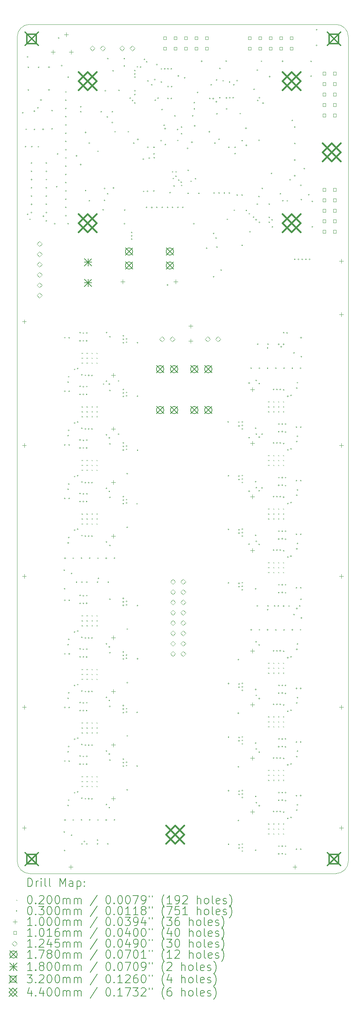
<source format=gbr>
%TF.GenerationSoftware,KiCad,Pcbnew,9.0.5*%
%TF.CreationDate,2025-11-08T18:30:54-06:00*%
%TF.ProjectId,PowerDistributionUnit_Mk1,506f7765-7244-4697-9374-726962757469,rev?*%
%TF.SameCoordinates,Original*%
%TF.FileFunction,Drillmap*%
%TF.FilePolarity,Positive*%
%FSLAX45Y45*%
G04 Gerber Fmt 4.5, Leading zero omitted, Abs format (unit mm)*
G04 Created by KiCad (PCBNEW 9.0.5) date 2025-11-08 18:30:54*
%MOMM*%
%LPD*%
G01*
G04 APERTURE LIST*
%ADD10C,0.050000*%
%ADD11C,0.200000*%
%ADD12C,0.100000*%
%ADD13C,0.101600*%
%ADD14C,0.124460*%
%ADD15C,0.178000*%
%ADD16C,0.180000*%
%ADD17C,0.320000*%
%ADD18C,0.440000*%
G04 APERTURE END LIST*
D10*
X11190000Y-16620000D02*
X11190000Y3380000D01*
X11490000Y-16920000D02*
G75*
G02*
X11190000Y-16620000I0J300000D01*
G01*
X11190000Y3380000D02*
G75*
G02*
X11490000Y3680000I300000J0D01*
G01*
X18930000Y3680000D02*
G75*
G02*
X19230000Y3380000I0J-300000D01*
G01*
X19230000Y-16620000D02*
G75*
G02*
X18930000Y-16920000I-300000J0D01*
G01*
X18930000Y-16920000D02*
X11490000Y-16920000D01*
X11490000Y3680000D02*
X18930000Y3680000D01*
X19230000Y3380000D02*
X19230000Y-16620000D01*
D11*
D12*
X12754800Y-4285000D02*
X12774800Y-4305000D01*
X12774800Y-4285000D02*
X12754800Y-4305000D01*
X12754800Y-4405000D02*
X12774800Y-4425000D01*
X12774800Y-4405000D02*
X12754800Y-4425000D01*
X12754800Y-4525000D02*
X12774800Y-4545000D01*
X12774800Y-4525000D02*
X12754800Y-4545000D01*
X12754800Y-5585000D02*
X12774800Y-5605000D01*
X12774800Y-5585000D02*
X12754800Y-5605000D01*
X12754800Y-5705000D02*
X12774800Y-5725000D01*
X12774800Y-5705000D02*
X12754800Y-5725000D01*
X12754800Y-5825000D02*
X12774800Y-5845000D01*
X12774800Y-5825000D02*
X12754800Y-5845000D01*
X12754800Y-6885000D02*
X12774800Y-6905000D01*
X12774800Y-6885000D02*
X12754800Y-6905000D01*
X12754800Y-7005000D02*
X12774800Y-7025000D01*
X12774800Y-7005000D02*
X12754800Y-7025000D01*
X12754800Y-7125000D02*
X12774800Y-7145000D01*
X12774800Y-7125000D02*
X12754800Y-7145000D01*
X12754800Y-8185000D02*
X12774800Y-8205000D01*
X12774800Y-8185000D02*
X12754800Y-8205000D01*
X12754800Y-8305000D02*
X12774800Y-8325000D01*
X12774800Y-8305000D02*
X12754800Y-8325000D01*
X12754800Y-8425000D02*
X12774800Y-8445000D01*
X12774800Y-8425000D02*
X12754800Y-8445000D01*
X12754800Y-10655000D02*
X12774800Y-10675000D01*
X12774800Y-10655000D02*
X12754800Y-10675000D01*
X12754800Y-10775000D02*
X12774800Y-10795000D01*
X12774800Y-10775000D02*
X12754800Y-10795000D01*
X12754800Y-10895000D02*
X12774800Y-10915000D01*
X12774800Y-10895000D02*
X12754800Y-10915000D01*
X12754800Y-11955000D02*
X12774800Y-11975000D01*
X12774800Y-11955000D02*
X12754800Y-11975000D01*
X12754800Y-12075000D02*
X12774800Y-12095000D01*
X12774800Y-12075000D02*
X12754800Y-12095000D01*
X12754800Y-12195000D02*
X12774800Y-12215000D01*
X12774800Y-12195000D02*
X12754800Y-12215000D01*
X12754800Y-13255000D02*
X12774800Y-13275000D01*
X12774800Y-13255000D02*
X12754800Y-13275000D01*
X12754800Y-13375000D02*
X12774800Y-13395000D01*
X12774800Y-13375000D02*
X12754800Y-13395000D01*
X12754800Y-13495000D02*
X12774800Y-13515000D01*
X12774800Y-13495000D02*
X12754800Y-13515000D01*
X12754800Y-14555000D02*
X12774800Y-14575000D01*
X12774800Y-14555000D02*
X12754800Y-14575000D01*
X12754800Y-14675000D02*
X12774800Y-14695000D01*
X12774800Y-14675000D02*
X12754800Y-14695000D01*
X12754800Y-14795000D02*
X12774800Y-14815000D01*
X12774800Y-14795000D02*
X12754800Y-14815000D01*
X12874800Y-4285000D02*
X12894800Y-4305000D01*
X12894800Y-4285000D02*
X12874800Y-4305000D01*
X12874800Y-4405000D02*
X12894800Y-4425000D01*
X12894800Y-4405000D02*
X12874800Y-4425000D01*
X12874800Y-4525000D02*
X12894800Y-4545000D01*
X12894800Y-4525000D02*
X12874800Y-4545000D01*
X12874800Y-5585000D02*
X12894800Y-5605000D01*
X12894800Y-5585000D02*
X12874800Y-5605000D01*
X12874800Y-5705000D02*
X12894800Y-5725000D01*
X12894800Y-5705000D02*
X12874800Y-5725000D01*
X12874800Y-5825000D02*
X12894800Y-5845000D01*
X12894800Y-5825000D02*
X12874800Y-5845000D01*
X12874800Y-6885000D02*
X12894800Y-6905000D01*
X12894800Y-6885000D02*
X12874800Y-6905000D01*
X12874800Y-7005000D02*
X12894800Y-7025000D01*
X12894800Y-7005000D02*
X12874800Y-7025000D01*
X12874800Y-7125000D02*
X12894800Y-7145000D01*
X12894800Y-7125000D02*
X12874800Y-7145000D01*
X12874800Y-8185000D02*
X12894800Y-8205000D01*
X12894800Y-8185000D02*
X12874800Y-8205000D01*
X12874800Y-8305000D02*
X12894800Y-8325000D01*
X12894800Y-8305000D02*
X12874800Y-8325000D01*
X12874800Y-8425000D02*
X12894800Y-8445000D01*
X12894800Y-8425000D02*
X12874800Y-8445000D01*
X12874800Y-10655000D02*
X12894800Y-10675000D01*
X12894800Y-10655000D02*
X12874800Y-10675000D01*
X12874800Y-10775000D02*
X12894800Y-10795000D01*
X12894800Y-10775000D02*
X12874800Y-10795000D01*
X12874800Y-10895000D02*
X12894800Y-10915000D01*
X12894800Y-10895000D02*
X12874800Y-10915000D01*
X12874800Y-11955000D02*
X12894800Y-11975000D01*
X12894800Y-11955000D02*
X12874800Y-11975000D01*
X12874800Y-12075000D02*
X12894800Y-12095000D01*
X12894800Y-12075000D02*
X12874800Y-12095000D01*
X12874800Y-12195000D02*
X12894800Y-12215000D01*
X12894800Y-12195000D02*
X12874800Y-12215000D01*
X12874800Y-13255000D02*
X12894800Y-13275000D01*
X12894800Y-13255000D02*
X12874800Y-13275000D01*
X12874800Y-13375000D02*
X12894800Y-13395000D01*
X12894800Y-13375000D02*
X12874800Y-13395000D01*
X12874800Y-13495000D02*
X12894800Y-13515000D01*
X12894800Y-13495000D02*
X12874800Y-13515000D01*
X12874800Y-14555000D02*
X12894800Y-14575000D01*
X12894800Y-14555000D02*
X12874800Y-14575000D01*
X12874800Y-14675000D02*
X12894800Y-14695000D01*
X12894800Y-14675000D02*
X12874800Y-14695000D01*
X12874800Y-14795000D02*
X12894800Y-14815000D01*
X12894800Y-14795000D02*
X12874800Y-14815000D01*
X12994800Y-4285000D02*
X13014800Y-4305000D01*
X13014800Y-4285000D02*
X12994800Y-4305000D01*
X12994800Y-4405000D02*
X13014800Y-4425000D01*
X13014800Y-4405000D02*
X12994800Y-4425000D01*
X12994800Y-4525000D02*
X13014800Y-4545000D01*
X13014800Y-4525000D02*
X12994800Y-4545000D01*
X12994800Y-5585000D02*
X13014800Y-5605000D01*
X13014800Y-5585000D02*
X12994800Y-5605000D01*
X12994800Y-5705000D02*
X13014800Y-5725000D01*
X13014800Y-5705000D02*
X12994800Y-5725000D01*
X12994800Y-5825000D02*
X13014800Y-5845000D01*
X13014800Y-5825000D02*
X12994800Y-5845000D01*
X12994800Y-6885000D02*
X13014800Y-6905000D01*
X13014800Y-6885000D02*
X12994800Y-6905000D01*
X12994800Y-7005000D02*
X13014800Y-7025000D01*
X13014800Y-7005000D02*
X12994800Y-7025000D01*
X12994800Y-7125000D02*
X13014800Y-7145000D01*
X13014800Y-7125000D02*
X12994800Y-7145000D01*
X12994800Y-8185000D02*
X13014800Y-8205000D01*
X13014800Y-8185000D02*
X12994800Y-8205000D01*
X12994800Y-8305000D02*
X13014800Y-8325000D01*
X13014800Y-8305000D02*
X12994800Y-8325000D01*
X12994800Y-8425000D02*
X13014800Y-8445000D01*
X13014800Y-8425000D02*
X12994800Y-8445000D01*
X12994800Y-10655000D02*
X13014800Y-10675000D01*
X13014800Y-10655000D02*
X12994800Y-10675000D01*
X12994800Y-10775000D02*
X13014800Y-10795000D01*
X13014800Y-10775000D02*
X12994800Y-10795000D01*
X12994800Y-10895000D02*
X13014800Y-10915000D01*
X13014800Y-10895000D02*
X12994800Y-10915000D01*
X12994800Y-11955000D02*
X13014800Y-11975000D01*
X13014800Y-11955000D02*
X12994800Y-11975000D01*
X12994800Y-12075000D02*
X13014800Y-12095000D01*
X13014800Y-12075000D02*
X12994800Y-12095000D01*
X12994800Y-12195000D02*
X13014800Y-12215000D01*
X13014800Y-12195000D02*
X12994800Y-12215000D01*
X12994800Y-13255000D02*
X13014800Y-13275000D01*
X13014800Y-13255000D02*
X12994800Y-13275000D01*
X12994800Y-13375000D02*
X13014800Y-13395000D01*
X13014800Y-13375000D02*
X12994800Y-13395000D01*
X12994800Y-13495000D02*
X13014800Y-13515000D01*
X13014800Y-13495000D02*
X12994800Y-13515000D01*
X12994800Y-14555000D02*
X13014800Y-14575000D01*
X13014800Y-14555000D02*
X12994800Y-14575000D01*
X12994800Y-14675000D02*
X13014800Y-14695000D01*
X13014800Y-14675000D02*
X12994800Y-14695000D01*
X12994800Y-14795000D02*
X13014800Y-14815000D01*
X13014800Y-14795000D02*
X12994800Y-14815000D01*
X13114800Y-4285000D02*
X13134800Y-4305000D01*
X13134800Y-4285000D02*
X13114800Y-4305000D01*
X13114800Y-4405000D02*
X13134800Y-4425000D01*
X13134800Y-4405000D02*
X13114800Y-4425000D01*
X13114800Y-4525000D02*
X13134800Y-4545000D01*
X13134800Y-4525000D02*
X13114800Y-4545000D01*
X13114800Y-5585000D02*
X13134800Y-5605000D01*
X13134800Y-5585000D02*
X13114800Y-5605000D01*
X13114800Y-5705000D02*
X13134800Y-5725000D01*
X13134800Y-5705000D02*
X13114800Y-5725000D01*
X13114800Y-5825000D02*
X13134800Y-5845000D01*
X13134800Y-5825000D02*
X13114800Y-5845000D01*
X13114800Y-6885000D02*
X13134800Y-6905000D01*
X13134800Y-6885000D02*
X13114800Y-6905000D01*
X13114800Y-7005000D02*
X13134800Y-7025000D01*
X13134800Y-7005000D02*
X13114800Y-7025000D01*
X13114800Y-7125000D02*
X13134800Y-7145000D01*
X13134800Y-7125000D02*
X13114800Y-7145000D01*
X13114800Y-8185000D02*
X13134800Y-8205000D01*
X13134800Y-8185000D02*
X13114800Y-8205000D01*
X13114800Y-8305000D02*
X13134800Y-8325000D01*
X13134800Y-8305000D02*
X13114800Y-8325000D01*
X13114800Y-8425000D02*
X13134800Y-8445000D01*
X13134800Y-8425000D02*
X13114800Y-8445000D01*
X13114800Y-10655000D02*
X13134800Y-10675000D01*
X13134800Y-10655000D02*
X13114800Y-10675000D01*
X13114800Y-10775000D02*
X13134800Y-10795000D01*
X13134800Y-10775000D02*
X13114800Y-10795000D01*
X13114800Y-10895000D02*
X13134800Y-10915000D01*
X13134800Y-10895000D02*
X13114800Y-10915000D01*
X13114800Y-11955000D02*
X13134800Y-11975000D01*
X13134800Y-11955000D02*
X13114800Y-11975000D01*
X13114800Y-12075000D02*
X13134800Y-12095000D01*
X13134800Y-12075000D02*
X13114800Y-12095000D01*
X13114800Y-12195000D02*
X13134800Y-12215000D01*
X13134800Y-12195000D02*
X13114800Y-12215000D01*
X13114800Y-13255000D02*
X13134800Y-13275000D01*
X13134800Y-13255000D02*
X13114800Y-13275000D01*
X13114800Y-13375000D02*
X13134800Y-13395000D01*
X13134800Y-13375000D02*
X13114800Y-13395000D01*
X13114800Y-13495000D02*
X13134800Y-13515000D01*
X13134800Y-13495000D02*
X13114800Y-13515000D01*
X13114800Y-14555000D02*
X13134800Y-14575000D01*
X13134800Y-14555000D02*
X13114800Y-14575000D01*
X13114800Y-14675000D02*
X13134800Y-14695000D01*
X13134800Y-14675000D02*
X13114800Y-14695000D01*
X13114800Y-14795000D02*
X13134800Y-14815000D01*
X13134800Y-14795000D02*
X13114800Y-14815000D01*
X17285000Y-5465000D02*
X17305000Y-5485000D01*
X17305000Y-5465000D02*
X17285000Y-5485000D01*
X17285000Y-5585000D02*
X17305000Y-5605000D01*
X17305000Y-5585000D02*
X17285000Y-5605000D01*
X17285000Y-5705000D02*
X17305000Y-5725000D01*
X17305000Y-5705000D02*
X17285000Y-5725000D01*
X17285000Y-6765000D02*
X17305000Y-6785000D01*
X17305000Y-6765000D02*
X17285000Y-6785000D01*
X17285000Y-6885000D02*
X17305000Y-6905000D01*
X17305000Y-6885000D02*
X17285000Y-6905000D01*
X17285000Y-7005000D02*
X17305000Y-7025000D01*
X17305000Y-7005000D02*
X17285000Y-7025000D01*
X17285000Y-8065000D02*
X17305000Y-8085000D01*
X17305000Y-8065000D02*
X17285000Y-8085000D01*
X17285000Y-8185000D02*
X17305000Y-8205000D01*
X17305000Y-8185000D02*
X17285000Y-8205000D01*
X17285000Y-8305000D02*
X17305000Y-8325000D01*
X17305000Y-8305000D02*
X17285000Y-8325000D01*
X17285000Y-9365000D02*
X17305000Y-9385000D01*
X17305000Y-9365000D02*
X17285000Y-9385000D01*
X17285000Y-9485000D02*
X17305000Y-9505000D01*
X17305000Y-9485000D02*
X17285000Y-9505000D01*
X17285000Y-9605000D02*
X17305000Y-9625000D01*
X17305000Y-9605000D02*
X17285000Y-9625000D01*
X17285000Y-11805000D02*
X17305000Y-11825000D01*
X17305000Y-11805000D02*
X17285000Y-11825000D01*
X17285000Y-11925000D02*
X17305000Y-11945000D01*
X17305000Y-11925000D02*
X17285000Y-11945000D01*
X17285000Y-12045000D02*
X17305000Y-12065000D01*
X17305000Y-12045000D02*
X17285000Y-12065000D01*
X17285000Y-13105000D02*
X17305000Y-13125000D01*
X17305000Y-13105000D02*
X17285000Y-13125000D01*
X17285000Y-13225000D02*
X17305000Y-13245000D01*
X17305000Y-13225000D02*
X17285000Y-13245000D01*
X17285000Y-13345000D02*
X17305000Y-13365000D01*
X17305000Y-13345000D02*
X17285000Y-13365000D01*
X17285000Y-14405000D02*
X17305000Y-14425000D01*
X17305000Y-14405000D02*
X17285000Y-14425000D01*
X17285000Y-14525000D02*
X17305000Y-14545000D01*
X17305000Y-14525000D02*
X17285000Y-14545000D01*
X17285000Y-14645000D02*
X17305000Y-14665000D01*
X17305000Y-14645000D02*
X17285000Y-14665000D01*
X17285000Y-15705000D02*
X17305000Y-15725000D01*
X17305000Y-15705000D02*
X17285000Y-15725000D01*
X17285000Y-15825000D02*
X17305000Y-15845000D01*
X17305000Y-15825000D02*
X17285000Y-15845000D01*
X17285000Y-15945000D02*
X17305000Y-15965000D01*
X17305000Y-15945000D02*
X17285000Y-15965000D01*
X17405000Y-5465000D02*
X17425000Y-5485000D01*
X17425000Y-5465000D02*
X17405000Y-5485000D01*
X17405000Y-5585000D02*
X17425000Y-5605000D01*
X17425000Y-5585000D02*
X17405000Y-5605000D01*
X17405000Y-5705000D02*
X17425000Y-5725000D01*
X17425000Y-5705000D02*
X17405000Y-5725000D01*
X17405000Y-6765000D02*
X17425000Y-6785000D01*
X17425000Y-6765000D02*
X17405000Y-6785000D01*
X17405000Y-6885000D02*
X17425000Y-6905000D01*
X17425000Y-6885000D02*
X17405000Y-6905000D01*
X17405000Y-7005000D02*
X17425000Y-7025000D01*
X17425000Y-7005000D02*
X17405000Y-7025000D01*
X17405000Y-8065000D02*
X17425000Y-8085000D01*
X17425000Y-8065000D02*
X17405000Y-8085000D01*
X17405000Y-8185000D02*
X17425000Y-8205000D01*
X17425000Y-8185000D02*
X17405000Y-8205000D01*
X17405000Y-8305000D02*
X17425000Y-8325000D01*
X17425000Y-8305000D02*
X17405000Y-8325000D01*
X17405000Y-9365000D02*
X17425000Y-9385000D01*
X17425000Y-9365000D02*
X17405000Y-9385000D01*
X17405000Y-9485000D02*
X17425000Y-9505000D01*
X17425000Y-9485000D02*
X17405000Y-9505000D01*
X17405000Y-9605000D02*
X17425000Y-9625000D01*
X17425000Y-9605000D02*
X17405000Y-9625000D01*
X17405000Y-11805000D02*
X17425000Y-11825000D01*
X17425000Y-11805000D02*
X17405000Y-11825000D01*
X17405000Y-11925000D02*
X17425000Y-11945000D01*
X17425000Y-11925000D02*
X17405000Y-11945000D01*
X17405000Y-12045000D02*
X17425000Y-12065000D01*
X17425000Y-12045000D02*
X17405000Y-12065000D01*
X17405000Y-13105000D02*
X17425000Y-13125000D01*
X17425000Y-13105000D02*
X17405000Y-13125000D01*
X17405000Y-13225000D02*
X17425000Y-13245000D01*
X17425000Y-13225000D02*
X17405000Y-13245000D01*
X17405000Y-13345000D02*
X17425000Y-13365000D01*
X17425000Y-13345000D02*
X17405000Y-13365000D01*
X17405000Y-14405000D02*
X17425000Y-14425000D01*
X17425000Y-14405000D02*
X17405000Y-14425000D01*
X17405000Y-14525000D02*
X17425000Y-14545000D01*
X17425000Y-14525000D02*
X17405000Y-14545000D01*
X17405000Y-14645000D02*
X17425000Y-14665000D01*
X17425000Y-14645000D02*
X17405000Y-14665000D01*
X17405000Y-15705000D02*
X17425000Y-15725000D01*
X17425000Y-15705000D02*
X17405000Y-15725000D01*
X17405000Y-15825000D02*
X17425000Y-15845000D01*
X17425000Y-15825000D02*
X17405000Y-15845000D01*
X17405000Y-15945000D02*
X17425000Y-15965000D01*
X17425000Y-15945000D02*
X17405000Y-15965000D01*
X17525000Y-5465000D02*
X17545000Y-5485000D01*
X17545000Y-5465000D02*
X17525000Y-5485000D01*
X17525000Y-5585000D02*
X17545000Y-5605000D01*
X17545000Y-5585000D02*
X17525000Y-5605000D01*
X17525000Y-5705000D02*
X17545000Y-5725000D01*
X17545000Y-5705000D02*
X17525000Y-5725000D01*
X17525000Y-6765000D02*
X17545000Y-6785000D01*
X17545000Y-6765000D02*
X17525000Y-6785000D01*
X17525000Y-6885000D02*
X17545000Y-6905000D01*
X17545000Y-6885000D02*
X17525000Y-6905000D01*
X17525000Y-7005000D02*
X17545000Y-7025000D01*
X17545000Y-7005000D02*
X17525000Y-7025000D01*
X17525000Y-8065000D02*
X17545000Y-8085000D01*
X17545000Y-8065000D02*
X17525000Y-8085000D01*
X17525000Y-8185000D02*
X17545000Y-8205000D01*
X17545000Y-8185000D02*
X17525000Y-8205000D01*
X17525000Y-8305000D02*
X17545000Y-8325000D01*
X17545000Y-8305000D02*
X17525000Y-8325000D01*
X17525000Y-9365000D02*
X17545000Y-9385000D01*
X17545000Y-9365000D02*
X17525000Y-9385000D01*
X17525000Y-9485000D02*
X17545000Y-9505000D01*
X17545000Y-9485000D02*
X17525000Y-9505000D01*
X17525000Y-9605000D02*
X17545000Y-9625000D01*
X17545000Y-9605000D02*
X17525000Y-9625000D01*
X17525000Y-11805000D02*
X17545000Y-11825000D01*
X17545000Y-11805000D02*
X17525000Y-11825000D01*
X17525000Y-11925000D02*
X17545000Y-11945000D01*
X17545000Y-11925000D02*
X17525000Y-11945000D01*
X17525000Y-12045000D02*
X17545000Y-12065000D01*
X17545000Y-12045000D02*
X17525000Y-12065000D01*
X17525000Y-13105000D02*
X17545000Y-13125000D01*
X17545000Y-13105000D02*
X17525000Y-13125000D01*
X17525000Y-13225000D02*
X17545000Y-13245000D01*
X17545000Y-13225000D02*
X17525000Y-13245000D01*
X17525000Y-13345000D02*
X17545000Y-13365000D01*
X17545000Y-13345000D02*
X17525000Y-13365000D01*
X17525000Y-14405000D02*
X17545000Y-14425000D01*
X17545000Y-14405000D02*
X17525000Y-14425000D01*
X17525000Y-14525000D02*
X17545000Y-14545000D01*
X17545000Y-14525000D02*
X17525000Y-14545000D01*
X17525000Y-14645000D02*
X17545000Y-14665000D01*
X17545000Y-14645000D02*
X17525000Y-14665000D01*
X17525000Y-15705000D02*
X17545000Y-15725000D01*
X17545000Y-15705000D02*
X17525000Y-15725000D01*
X17525000Y-15825000D02*
X17545000Y-15845000D01*
X17545000Y-15825000D02*
X17525000Y-15845000D01*
X17525000Y-15945000D02*
X17545000Y-15965000D01*
X17545000Y-15945000D02*
X17525000Y-15965000D01*
X17645000Y-5465000D02*
X17665000Y-5485000D01*
X17665000Y-5465000D02*
X17645000Y-5485000D01*
X17645000Y-5585000D02*
X17665000Y-5605000D01*
X17665000Y-5585000D02*
X17645000Y-5605000D01*
X17645000Y-5705000D02*
X17665000Y-5725000D01*
X17665000Y-5705000D02*
X17645000Y-5725000D01*
X17645000Y-6765000D02*
X17665000Y-6785000D01*
X17665000Y-6765000D02*
X17645000Y-6785000D01*
X17645000Y-6885000D02*
X17665000Y-6905000D01*
X17665000Y-6885000D02*
X17645000Y-6905000D01*
X17645000Y-7005000D02*
X17665000Y-7025000D01*
X17665000Y-7005000D02*
X17645000Y-7025000D01*
X17645000Y-8065000D02*
X17665000Y-8085000D01*
X17665000Y-8065000D02*
X17645000Y-8085000D01*
X17645000Y-8185000D02*
X17665000Y-8205000D01*
X17665000Y-8185000D02*
X17645000Y-8205000D01*
X17645000Y-8305000D02*
X17665000Y-8325000D01*
X17665000Y-8305000D02*
X17645000Y-8325000D01*
X17645000Y-9365000D02*
X17665000Y-9385000D01*
X17665000Y-9365000D02*
X17645000Y-9385000D01*
X17645000Y-9485000D02*
X17665000Y-9505000D01*
X17665000Y-9485000D02*
X17645000Y-9505000D01*
X17645000Y-9605000D02*
X17665000Y-9625000D01*
X17665000Y-9605000D02*
X17645000Y-9625000D01*
X17645000Y-11805000D02*
X17665000Y-11825000D01*
X17665000Y-11805000D02*
X17645000Y-11825000D01*
X17645000Y-11925000D02*
X17665000Y-11945000D01*
X17665000Y-11925000D02*
X17645000Y-11945000D01*
X17645000Y-12045000D02*
X17665000Y-12065000D01*
X17665000Y-12045000D02*
X17645000Y-12065000D01*
X17645000Y-13105000D02*
X17665000Y-13125000D01*
X17665000Y-13105000D02*
X17645000Y-13125000D01*
X17645000Y-13225000D02*
X17665000Y-13245000D01*
X17665000Y-13225000D02*
X17645000Y-13245000D01*
X17645000Y-13345000D02*
X17665000Y-13365000D01*
X17665000Y-13345000D02*
X17645000Y-13365000D01*
X17645000Y-14405000D02*
X17665000Y-14425000D01*
X17665000Y-14405000D02*
X17645000Y-14425000D01*
X17645000Y-14525000D02*
X17665000Y-14545000D01*
X17665000Y-14525000D02*
X17645000Y-14545000D01*
X17645000Y-14645000D02*
X17665000Y-14665000D01*
X17665000Y-14645000D02*
X17645000Y-14665000D01*
X17645000Y-15705000D02*
X17665000Y-15725000D01*
X17665000Y-15705000D02*
X17645000Y-15725000D01*
X17645000Y-15825000D02*
X17665000Y-15845000D01*
X17665000Y-15825000D02*
X17645000Y-15845000D01*
X17645000Y-15945000D02*
X17665000Y-15965000D01*
X17665000Y-15945000D02*
X17645000Y-15965000D01*
X11340000Y1535000D02*
G75*
G02*
X11310000Y1535000I-15000J0D01*
G01*
X11310000Y1535000D02*
G75*
G02*
X11340000Y1535000I15000J0D01*
G01*
X11407636Y712836D02*
G75*
G02*
X11377636Y712836I-15000J0D01*
G01*
X11377636Y712836D02*
G75*
G02*
X11407636Y712836I15000J0D01*
G01*
X11421436Y1135336D02*
G75*
G02*
X11391436Y1135336I-15000J0D01*
G01*
X11391436Y1135336D02*
G75*
G02*
X11421436Y1135336I15000J0D01*
G01*
X11455000Y2890000D02*
G75*
G02*
X11425000Y2890000I-15000J0D01*
G01*
X11425000Y2890000D02*
G75*
G02*
X11455000Y2890000I15000J0D01*
G01*
X11457736Y-929664D02*
G75*
G02*
X11427736Y-929664I-15000J0D01*
G01*
X11427736Y-929664D02*
G75*
G02*
X11457736Y-929664I15000J0D01*
G01*
X11475000Y2640000D02*
G75*
G02*
X11445000Y2640000I-15000J0D01*
G01*
X11445000Y2640000D02*
G75*
G02*
X11475000Y2640000I15000J0D01*
G01*
X11475000Y2090000D02*
G75*
G02*
X11445000Y2090000I-15000J0D01*
G01*
X11445000Y2090000D02*
G75*
G02*
X11475000Y2090000I15000J0D01*
G01*
X11515236Y-1050111D02*
G75*
G02*
X11485236Y-1050111I-15000J0D01*
G01*
X11485236Y-1050111D02*
G75*
G02*
X11515236Y-1050111I15000J0D01*
G01*
X11550336Y315281D02*
G75*
G02*
X11520336Y315281I-15000J0D01*
G01*
X11520336Y315281D02*
G75*
G02*
X11550336Y315281I15000J0D01*
G01*
X11550336Y115489D02*
G75*
G02*
X11520336Y115489I-15000J0D01*
G01*
X11520336Y115489D02*
G75*
G02*
X11550336Y115489I15000J0D01*
G01*
X11550336Y-84719D02*
G75*
G02*
X11520336Y-84719I-15000J0D01*
G01*
X11520336Y-84719D02*
G75*
G02*
X11550336Y-84719I15000J0D01*
G01*
X11550336Y-284719D02*
G75*
G02*
X11520336Y-284719I-15000J0D01*
G01*
X11520336Y-284719D02*
G75*
G02*
X11550336Y-284719I15000J0D01*
G01*
X11550336Y-484511D02*
G75*
G02*
X11520336Y-484511I-15000J0D01*
G01*
X11520336Y-484511D02*
G75*
G02*
X11550336Y-484511I15000J0D01*
G01*
X11550356Y-884718D02*
G75*
G02*
X11520356Y-884718I-15000J0D01*
G01*
X11520356Y-884718D02*
G75*
G02*
X11550356Y-884718I15000J0D01*
G01*
X11551205Y-684686D02*
G75*
G02*
X11521205Y-684686I-15000J0D01*
G01*
X11521205Y-684686D02*
G75*
G02*
X11551205Y-684686I15000J0D01*
G01*
X11557636Y712836D02*
G75*
G02*
X11527636Y712836I-15000J0D01*
G01*
X11527636Y712836D02*
G75*
G02*
X11557636Y712836I15000J0D01*
G01*
X11620000Y1575000D02*
G75*
G02*
X11590000Y1575000I-15000J0D01*
G01*
X11590000Y1575000D02*
G75*
G02*
X11620000Y1575000I15000J0D01*
G01*
X11621436Y1132836D02*
G75*
G02*
X11591436Y1132836I-15000J0D01*
G01*
X11591436Y1132836D02*
G75*
G02*
X11621436Y1132836I15000J0D01*
G01*
X11707500Y1657500D02*
G75*
G02*
X11677500Y1657500I-15000J0D01*
G01*
X11677500Y1657500D02*
G75*
G02*
X11707500Y1657500I15000J0D01*
G01*
X11717636Y712836D02*
G75*
G02*
X11687636Y712836I-15000J0D01*
G01*
X11687636Y712836D02*
G75*
G02*
X11717636Y712836I15000J0D01*
G01*
X11725000Y2640000D02*
G75*
G02*
X11695000Y2640000I-15000J0D01*
G01*
X11695000Y2640000D02*
G75*
G02*
X11725000Y2640000I15000J0D01*
G01*
X11780000Y1845000D02*
G75*
G02*
X11750000Y1845000I-15000J0D01*
G01*
X11750000Y1845000D02*
G75*
G02*
X11780000Y1845000I15000J0D01*
G01*
X11831436Y1135336D02*
G75*
G02*
X11801436Y1135336I-15000J0D01*
G01*
X11801436Y1135336D02*
G75*
G02*
X11831436Y1135336I15000J0D01*
G01*
X11839329Y-973071D02*
G75*
G02*
X11809329Y-973071I-15000J0D01*
G01*
X11809329Y-973071D02*
G75*
G02*
X11839329Y-973071I15000J0D01*
G01*
X11910336Y-84719D02*
G75*
G02*
X11880336Y-84719I-15000J0D01*
G01*
X11880336Y-84719D02*
G75*
G02*
X11910336Y-84719I15000J0D01*
G01*
X11910336Y-284452D02*
G75*
G02*
X11880336Y-284452I-15000J0D01*
G01*
X11880336Y-284452D02*
G75*
G02*
X11910336Y-284452I15000J0D01*
G01*
X11910336Y-484511D02*
G75*
G02*
X11880336Y-484511I-15000J0D01*
G01*
X11880336Y-484511D02*
G75*
G02*
X11910336Y-484511I15000J0D01*
G01*
X11910336Y-1087164D02*
G75*
G02*
X11880336Y-1087164I-15000J0D01*
G01*
X11880336Y-1087164D02*
G75*
G02*
X11910336Y-1087164I15000J0D01*
G01*
X11910482Y315288D02*
G75*
G02*
X11880482Y315288I-15000J0D01*
G01*
X11880482Y315288D02*
G75*
G02*
X11910482Y315288I15000J0D01*
G01*
X11910848Y115303D02*
G75*
G02*
X11880848Y115303I-15000J0D01*
G01*
X11880848Y115303D02*
G75*
G02*
X11910848Y115303I15000J0D01*
G01*
X11911205Y-684686D02*
G75*
G02*
X11881205Y-684686I-15000J0D01*
G01*
X11881205Y-684686D02*
G75*
G02*
X11911205Y-684686I15000J0D01*
G01*
X11911205Y-884686D02*
G75*
G02*
X11881205Y-884686I-15000J0D01*
G01*
X11881205Y-884686D02*
G75*
G02*
X11911205Y-884686I15000J0D01*
G01*
X11975000Y2640000D02*
G75*
G02*
X11945000Y2640000I-15000J0D01*
G01*
X11945000Y2640000D02*
G75*
G02*
X11975000Y2640000I15000J0D01*
G01*
X11975000Y2090000D02*
G75*
G02*
X11945000Y2090000I-15000J0D01*
G01*
X11945000Y2090000D02*
G75*
G02*
X11975000Y2090000I15000J0D01*
G01*
X12050000Y1590000D02*
G75*
G02*
X12020000Y1590000I-15000J0D01*
G01*
X12020000Y1590000D02*
G75*
G02*
X12050000Y1590000I15000J0D01*
G01*
X12050000Y1145000D02*
G75*
G02*
X12020000Y1145000I-15000J0D01*
G01*
X12020000Y1145000D02*
G75*
G02*
X12050000Y1145000I15000J0D01*
G01*
X12115000Y-1155000D02*
G75*
G02*
X12085000Y-1155000I-15000J0D01*
G01*
X12085000Y-1155000D02*
G75*
G02*
X12115000Y-1155000I15000J0D01*
G01*
X12165000Y-255000D02*
G75*
G02*
X12135000Y-255000I-15000J0D01*
G01*
X12135000Y-255000D02*
G75*
G02*
X12165000Y-255000I15000J0D01*
G01*
X12185000Y535000D02*
G75*
G02*
X12155000Y535000I-15000J0D01*
G01*
X12155000Y535000D02*
G75*
G02*
X12185000Y535000I15000J0D01*
G01*
X12211250Y3350000D02*
G75*
G02*
X12181250Y3350000I-15000J0D01*
G01*
X12181250Y3350000D02*
G75*
G02*
X12211250Y3350000I15000J0D01*
G01*
X12285000Y2680000D02*
G75*
G02*
X12255000Y2680000I-15000J0D01*
G01*
X12255000Y2680000D02*
G75*
G02*
X12285000Y2680000I15000J0D01*
G01*
X12344800Y-9560000D02*
G75*
G02*
X12314800Y-9560000I-15000J0D01*
G01*
X12314800Y-9560000D02*
G75*
G02*
X12344800Y-9560000I15000J0D01*
G01*
X12344800Y-15910000D02*
G75*
G02*
X12314800Y-15910000I-15000J0D01*
G01*
X12314800Y-15910000D02*
G75*
G02*
X12344800Y-15910000I15000J0D01*
G01*
X12354800Y-10010000D02*
G75*
G02*
X12324800Y-10010000I-15000J0D01*
G01*
X12324800Y-10010000D02*
G75*
G02*
X12354800Y-10010000I15000J0D01*
G01*
X12354800Y-16360000D02*
G75*
G02*
X12324800Y-16360000I-15000J0D01*
G01*
X12324800Y-16360000D02*
G75*
G02*
X12354800Y-16360000I15000J0D01*
G01*
X12359987Y-3921000D02*
G75*
G02*
X12329987Y-3921000I-15000J0D01*
G01*
X12329987Y-3921000D02*
G75*
G02*
X12359987Y-3921000I15000J0D01*
G01*
X12359987Y-5221000D02*
G75*
G02*
X12329987Y-5221000I-15000J0D01*
G01*
X12329987Y-5221000D02*
G75*
G02*
X12359987Y-5221000I15000J0D01*
G01*
X12359987Y-6521000D02*
G75*
G02*
X12329987Y-6521000I-15000J0D01*
G01*
X12329987Y-6521000D02*
G75*
G02*
X12359987Y-6521000I15000J0D01*
G01*
X12359987Y-7821000D02*
G75*
G02*
X12329987Y-7821000I-15000J0D01*
G01*
X12329987Y-7821000D02*
G75*
G02*
X12359987Y-7821000I15000J0D01*
G01*
X12359987Y-10291000D02*
G75*
G02*
X12329987Y-10291000I-15000J0D01*
G01*
X12329987Y-10291000D02*
G75*
G02*
X12359987Y-10291000I15000J0D01*
G01*
X12359987Y-11591000D02*
G75*
G02*
X12329987Y-11591000I-15000J0D01*
G01*
X12329987Y-11591000D02*
G75*
G02*
X12359987Y-11591000I15000J0D01*
G01*
X12359987Y-12891000D02*
G75*
G02*
X12329987Y-12891000I-15000J0D01*
G01*
X12329987Y-12891000D02*
G75*
G02*
X12359987Y-12891000I15000J0D01*
G01*
X12359987Y-14191000D02*
G75*
G02*
X12329987Y-14191000I-15000J0D01*
G01*
X12329987Y-14191000D02*
G75*
G02*
X12359987Y-14191000I15000J0D01*
G01*
X12364800Y-9270000D02*
G75*
G02*
X12334800Y-9270000I-15000J0D01*
G01*
X12334800Y-9270000D02*
G75*
G02*
X12364800Y-9270000I15000J0D01*
G01*
X12364800Y-15620000D02*
G75*
G02*
X12334800Y-15620000I-15000J0D01*
G01*
X12334800Y-15620000D02*
G75*
G02*
X12364800Y-15620000I15000J0D01*
G01*
X12385000Y2040000D02*
G75*
G02*
X12355000Y2040000I-15000J0D01*
G01*
X12355000Y2040000D02*
G75*
G02*
X12385000Y2040000I15000J0D01*
G01*
X12385000Y1840000D02*
G75*
G02*
X12355000Y1840000I-15000J0D01*
G01*
X12355000Y1840000D02*
G75*
G02*
X12385000Y1840000I15000J0D01*
G01*
X12385000Y1640000D02*
G75*
G02*
X12355000Y1640000I-15000J0D01*
G01*
X12355000Y1640000D02*
G75*
G02*
X12385000Y1640000I15000J0D01*
G01*
X12385000Y1440000D02*
G75*
G02*
X12355000Y1440000I-15000J0D01*
G01*
X12355000Y1440000D02*
G75*
G02*
X12385000Y1440000I15000J0D01*
G01*
X12385000Y1240000D02*
G75*
G02*
X12355000Y1240000I-15000J0D01*
G01*
X12355000Y1240000D02*
G75*
G02*
X12385000Y1240000I15000J0D01*
G01*
X12385000Y1040000D02*
G75*
G02*
X12355000Y1040000I-15000J0D01*
G01*
X12355000Y1040000D02*
G75*
G02*
X12385000Y1040000I15000J0D01*
G01*
X12385000Y840000D02*
G75*
G02*
X12355000Y840000I-15000J0D01*
G01*
X12355000Y840000D02*
G75*
G02*
X12385000Y840000I15000J0D01*
G01*
X12385000Y640000D02*
G75*
G02*
X12355000Y640000I-15000J0D01*
G01*
X12355000Y640000D02*
G75*
G02*
X12385000Y640000I15000J0D01*
G01*
X12385000Y440000D02*
G75*
G02*
X12355000Y440000I-15000J0D01*
G01*
X12355000Y440000D02*
G75*
G02*
X12385000Y440000I15000J0D01*
G01*
X12385000Y240000D02*
G75*
G02*
X12355000Y240000I-15000J0D01*
G01*
X12355000Y240000D02*
G75*
G02*
X12385000Y240000I15000J0D01*
G01*
X12385000Y40000D02*
G75*
G02*
X12355000Y40000I-15000J0D01*
G01*
X12355000Y40000D02*
G75*
G02*
X12385000Y40000I15000J0D01*
G01*
X12385000Y-160000D02*
G75*
G02*
X12355000Y-160000I-15000J0D01*
G01*
X12355000Y-160000D02*
G75*
G02*
X12385000Y-160000I15000J0D01*
G01*
X12385000Y-360000D02*
G75*
G02*
X12355000Y-360000I-15000J0D01*
G01*
X12355000Y-360000D02*
G75*
G02*
X12385000Y-360000I15000J0D01*
G01*
X12385000Y-560000D02*
G75*
G02*
X12355000Y-560000I-15000J0D01*
G01*
X12355000Y-560000D02*
G75*
G02*
X12385000Y-560000I15000J0D01*
G01*
X12385000Y-760000D02*
G75*
G02*
X12355000Y-760000I-15000J0D01*
G01*
X12355000Y-760000D02*
G75*
G02*
X12385000Y-760000I15000J0D01*
G01*
X12385000Y-960000D02*
G75*
G02*
X12355000Y-960000I-15000J0D01*
G01*
X12355000Y-960000D02*
G75*
G02*
X12385000Y-960000I15000J0D01*
G01*
X12439900Y-4997600D02*
G75*
G02*
X12409900Y-4997600I-15000J0D01*
G01*
X12409900Y-4997600D02*
G75*
G02*
X12439900Y-4997600I15000J0D01*
G01*
X12439900Y-6297600D02*
G75*
G02*
X12409900Y-6297600I-15000J0D01*
G01*
X12409900Y-6297600D02*
G75*
G02*
X12439900Y-6297600I15000J0D01*
G01*
X12439900Y-7597600D02*
G75*
G02*
X12409900Y-7597600I-15000J0D01*
G01*
X12409900Y-7597600D02*
G75*
G02*
X12439900Y-7597600I15000J0D01*
G01*
X12439900Y-8897600D02*
G75*
G02*
X12409900Y-8897600I-15000J0D01*
G01*
X12409900Y-8897600D02*
G75*
G02*
X12439900Y-8897600I15000J0D01*
G01*
X12439900Y-11367600D02*
G75*
G02*
X12409900Y-11367600I-15000J0D01*
G01*
X12409900Y-11367600D02*
G75*
G02*
X12439900Y-11367600I15000J0D01*
G01*
X12439900Y-12667600D02*
G75*
G02*
X12409900Y-12667600I-15000J0D01*
G01*
X12409900Y-12667600D02*
G75*
G02*
X12439900Y-12667600I15000J0D01*
G01*
X12439900Y-13967600D02*
G75*
G02*
X12409900Y-13967600I-15000J0D01*
G01*
X12409900Y-13967600D02*
G75*
G02*
X12439900Y-13967600I15000J0D01*
G01*
X12439900Y-15267600D02*
G75*
G02*
X12409900Y-15267600I-15000J0D01*
G01*
X12409900Y-15267600D02*
G75*
G02*
X12439900Y-15267600I15000J0D01*
G01*
X12440000Y2400000D02*
G75*
G02*
X12410000Y2400000I-15000J0D01*
G01*
X12410000Y2400000D02*
G75*
G02*
X12440000Y2400000I15000J0D01*
G01*
X12440000Y-1155000D02*
G75*
G02*
X12410000Y-1155000I-15000J0D01*
G01*
X12410000Y-1155000D02*
G75*
G02*
X12440000Y-1155000I15000J0D01*
G01*
X12455489Y-4868590D02*
G75*
G02*
X12425489Y-4868590I-15000J0D01*
G01*
X12425489Y-4868590D02*
G75*
G02*
X12455489Y-4868590I15000J0D01*
G01*
X12455489Y-6168589D02*
G75*
G02*
X12425489Y-6168589I-15000J0D01*
G01*
X12425489Y-6168589D02*
G75*
G02*
X12455489Y-6168589I15000J0D01*
G01*
X12455489Y-7468589D02*
G75*
G02*
X12425489Y-7468589I-15000J0D01*
G01*
X12425489Y-7468589D02*
G75*
G02*
X12455489Y-7468589I15000J0D01*
G01*
X12455489Y-8768590D02*
G75*
G02*
X12425489Y-8768590I-15000J0D01*
G01*
X12425489Y-8768590D02*
G75*
G02*
X12455489Y-8768590I15000J0D01*
G01*
X12455489Y-11238589D02*
G75*
G02*
X12425489Y-11238589I-15000J0D01*
G01*
X12425489Y-11238589D02*
G75*
G02*
X12455489Y-11238589I15000J0D01*
G01*
X12455489Y-12538589D02*
G75*
G02*
X12425489Y-12538589I-15000J0D01*
G01*
X12425489Y-12538589D02*
G75*
G02*
X12455489Y-12538589I15000J0D01*
G01*
X12455489Y-13838589D02*
G75*
G02*
X12425489Y-13838589I-15000J0D01*
G01*
X12425489Y-13838589D02*
G75*
G02*
X12455489Y-13838589I15000J0D01*
G01*
X12455489Y-15138589D02*
G75*
G02*
X12425489Y-15138589I-15000J0D01*
G01*
X12425489Y-15138589D02*
G75*
G02*
X12455489Y-15138589I15000J0D01*
G01*
X12464987Y-3921000D02*
G75*
G02*
X12434987Y-3921000I-15000J0D01*
G01*
X12434987Y-3921000D02*
G75*
G02*
X12464987Y-3921000I15000J0D01*
G01*
X12464987Y-5221000D02*
G75*
G02*
X12434987Y-5221000I-15000J0D01*
G01*
X12434987Y-5221000D02*
G75*
G02*
X12464987Y-5221000I15000J0D01*
G01*
X12464987Y-6521000D02*
G75*
G02*
X12434987Y-6521000I-15000J0D01*
G01*
X12434987Y-6521000D02*
G75*
G02*
X12464987Y-6521000I15000J0D01*
G01*
X12464987Y-7821000D02*
G75*
G02*
X12434987Y-7821000I-15000J0D01*
G01*
X12434987Y-7821000D02*
G75*
G02*
X12464987Y-7821000I15000J0D01*
G01*
X12464987Y-10291000D02*
G75*
G02*
X12434987Y-10291000I-15000J0D01*
G01*
X12434987Y-10291000D02*
G75*
G02*
X12464987Y-10291000I15000J0D01*
G01*
X12464987Y-11591000D02*
G75*
G02*
X12434987Y-11591000I-15000J0D01*
G01*
X12434987Y-11591000D02*
G75*
G02*
X12464987Y-11591000I15000J0D01*
G01*
X12464987Y-12891000D02*
G75*
G02*
X12434987Y-12891000I-15000J0D01*
G01*
X12434987Y-12891000D02*
G75*
G02*
X12464987Y-12891000I15000J0D01*
G01*
X12464987Y-14191000D02*
G75*
G02*
X12434987Y-14191000I-15000J0D01*
G01*
X12434987Y-14191000D02*
G75*
G02*
X12464987Y-14191000I15000J0D01*
G01*
X12524800Y-9640000D02*
G75*
G02*
X12494800Y-9640000I-15000J0D01*
G01*
X12494800Y-9640000D02*
G75*
G02*
X12524800Y-9640000I15000J0D01*
G01*
X12524800Y-15990000D02*
G75*
G02*
X12494800Y-15990000I-15000J0D01*
G01*
X12494800Y-15990000D02*
G75*
G02*
X12524800Y-15990000I15000J0D01*
G01*
X12564800Y-9270000D02*
G75*
G02*
X12534800Y-9270000I-15000J0D01*
G01*
X12534800Y-9270000D02*
G75*
G02*
X12564800Y-9270000I15000J0D01*
G01*
X12564800Y-15620000D02*
G75*
G02*
X12534800Y-15620000I-15000J0D01*
G01*
X12534800Y-15620000D02*
G75*
G02*
X12564800Y-15620000I15000J0D01*
G01*
X12596775Y-4690000D02*
G75*
G02*
X12566775Y-4690000I-15000J0D01*
G01*
X12566775Y-4690000D02*
G75*
G02*
X12596775Y-4690000I15000J0D01*
G01*
X12596775Y-5990000D02*
G75*
G02*
X12566775Y-5990000I-15000J0D01*
G01*
X12566775Y-5990000D02*
G75*
G02*
X12596775Y-5990000I15000J0D01*
G01*
X12596775Y-7290000D02*
G75*
G02*
X12566775Y-7290000I-15000J0D01*
G01*
X12566775Y-7290000D02*
G75*
G02*
X12596775Y-7290000I15000J0D01*
G01*
X12596775Y-8590000D02*
G75*
G02*
X12566775Y-8590000I-15000J0D01*
G01*
X12566775Y-8590000D02*
G75*
G02*
X12596775Y-8590000I15000J0D01*
G01*
X12596775Y-11060000D02*
G75*
G02*
X12566775Y-11060000I-15000J0D01*
G01*
X12566775Y-11060000D02*
G75*
G02*
X12596775Y-11060000I15000J0D01*
G01*
X12596775Y-12360000D02*
G75*
G02*
X12566775Y-12360000I-15000J0D01*
G01*
X12566775Y-12360000D02*
G75*
G02*
X12596775Y-12360000I15000J0D01*
G01*
X12596775Y-13660000D02*
G75*
G02*
X12566775Y-13660000I-15000J0D01*
G01*
X12566775Y-13660000D02*
G75*
G02*
X12596775Y-13660000I15000J0D01*
G01*
X12596775Y-14960000D02*
G75*
G02*
X12566775Y-14960000I-15000J0D01*
G01*
X12566775Y-14960000D02*
G75*
G02*
X12596775Y-14960000I15000J0D01*
G01*
X12644800Y-9850000D02*
G75*
G02*
X12614800Y-9850000I-15000J0D01*
G01*
X12614800Y-9850000D02*
G75*
G02*
X12644800Y-9850000I15000J0D01*
G01*
X12645000Y490000D02*
G75*
G02*
X12615000Y490000I-15000J0D01*
G01*
X12615000Y490000D02*
G75*
G02*
X12645000Y490000I15000J0D01*
G01*
X12673389Y-4666971D02*
G75*
G02*
X12643389Y-4666971I-15000J0D01*
G01*
X12643389Y-4666971D02*
G75*
G02*
X12673389Y-4666971I15000J0D01*
G01*
X12673389Y-5966971D02*
G75*
G02*
X12643389Y-5966971I-15000J0D01*
G01*
X12643389Y-5966971D02*
G75*
G02*
X12673389Y-5966971I15000J0D01*
G01*
X12673389Y-7266971D02*
G75*
G02*
X12643389Y-7266971I-15000J0D01*
G01*
X12643389Y-7266971D02*
G75*
G02*
X12673389Y-7266971I15000J0D01*
G01*
X12673389Y-8566971D02*
G75*
G02*
X12643389Y-8566971I-15000J0D01*
G01*
X12643389Y-8566971D02*
G75*
G02*
X12673389Y-8566971I15000J0D01*
G01*
X12673389Y-11036971D02*
G75*
G02*
X12643389Y-11036971I-15000J0D01*
G01*
X12643389Y-11036971D02*
G75*
G02*
X12673389Y-11036971I15000J0D01*
G01*
X12673389Y-12336971D02*
G75*
G02*
X12643389Y-12336971I-15000J0D01*
G01*
X12643389Y-12336971D02*
G75*
G02*
X12673389Y-12336971I15000J0D01*
G01*
X12673389Y-13636971D02*
G75*
G02*
X12643389Y-13636971I-15000J0D01*
G01*
X12643389Y-13636971D02*
G75*
G02*
X12673389Y-13636971I15000J0D01*
G01*
X12673389Y-14936971D02*
G75*
G02*
X12643389Y-14936971I-15000J0D01*
G01*
X12643389Y-14936971D02*
G75*
G02*
X12673389Y-14936971I15000J0D01*
G01*
X12729800Y-3995000D02*
G75*
G02*
X12699800Y-3995000I-15000J0D01*
G01*
X12699800Y-3995000D02*
G75*
G02*
X12729800Y-3995000I15000J0D01*
G01*
X12729800Y-5295000D02*
G75*
G02*
X12699800Y-5295000I-15000J0D01*
G01*
X12699800Y-5295000D02*
G75*
G02*
X12729800Y-5295000I15000J0D01*
G01*
X12729800Y-6595000D02*
G75*
G02*
X12699800Y-6595000I-15000J0D01*
G01*
X12699800Y-6595000D02*
G75*
G02*
X12729800Y-6595000I15000J0D01*
G01*
X12729800Y-7895000D02*
G75*
G02*
X12699800Y-7895000I-15000J0D01*
G01*
X12699800Y-7895000D02*
G75*
G02*
X12729800Y-7895000I15000J0D01*
G01*
X12729800Y-10365000D02*
G75*
G02*
X12699800Y-10365000I-15000J0D01*
G01*
X12699800Y-10365000D02*
G75*
G02*
X12729800Y-10365000I15000J0D01*
G01*
X12729800Y-11665000D02*
G75*
G02*
X12699800Y-11665000I-15000J0D01*
G01*
X12699800Y-11665000D02*
G75*
G02*
X12729800Y-11665000I15000J0D01*
G01*
X12729800Y-12965000D02*
G75*
G02*
X12699800Y-12965000I-15000J0D01*
G01*
X12699800Y-12965000D02*
G75*
G02*
X12729800Y-12965000I15000J0D01*
G01*
X12729800Y-14265000D02*
G75*
G02*
X12699800Y-14265000I-15000J0D01*
G01*
X12699800Y-14265000D02*
G75*
G02*
X12729800Y-14265000I15000J0D01*
G01*
X12730036Y-3800000D02*
G75*
G02*
X12700036Y-3800000I-15000J0D01*
G01*
X12700036Y-3800000D02*
G75*
G02*
X12730036Y-3800000I15000J0D01*
G01*
X12730036Y-5100000D02*
G75*
G02*
X12700036Y-5100000I-15000J0D01*
G01*
X12700036Y-5100000D02*
G75*
G02*
X12730036Y-5100000I15000J0D01*
G01*
X12730036Y-6400000D02*
G75*
G02*
X12700036Y-6400000I-15000J0D01*
G01*
X12700036Y-6400000D02*
G75*
G02*
X12730036Y-6400000I15000J0D01*
G01*
X12730036Y-7700000D02*
G75*
G02*
X12700036Y-7700000I-15000J0D01*
G01*
X12700036Y-7700000D02*
G75*
G02*
X12730036Y-7700000I15000J0D01*
G01*
X12730036Y-10170000D02*
G75*
G02*
X12700036Y-10170000I-15000J0D01*
G01*
X12700036Y-10170000D02*
G75*
G02*
X12730036Y-10170000I15000J0D01*
G01*
X12730036Y-11470000D02*
G75*
G02*
X12700036Y-11470000I-15000J0D01*
G01*
X12700036Y-11470000D02*
G75*
G02*
X12730036Y-11470000I15000J0D01*
G01*
X12730036Y-12770000D02*
G75*
G02*
X12700036Y-12770000I-15000J0D01*
G01*
X12700036Y-12770000D02*
G75*
G02*
X12730036Y-12770000I15000J0D01*
G01*
X12730036Y-14070000D02*
G75*
G02*
X12700036Y-14070000I-15000J0D01*
G01*
X12700036Y-14070000D02*
G75*
G02*
X12730036Y-14070000I15000J0D01*
G01*
X12745000Y280000D02*
G75*
G02*
X12715000Y280000I-15000J0D01*
G01*
X12715000Y280000D02*
G75*
G02*
X12745000Y280000I15000J0D01*
G01*
X12747829Y1560000D02*
G75*
G02*
X12717829Y1560000I-15000J0D01*
G01*
X12717829Y1560000D02*
G75*
G02*
X12747829Y1560000I15000J0D01*
G01*
X12747929Y1682929D02*
G75*
G02*
X12717929Y1682929I-15000J0D01*
G01*
X12717929Y1682929D02*
G75*
G02*
X12747929Y1682929I15000J0D01*
G01*
X12764800Y-9270000D02*
G75*
G02*
X12734800Y-9270000I-15000J0D01*
G01*
X12734800Y-9270000D02*
G75*
G02*
X12764800Y-9270000I15000J0D01*
G01*
X12764800Y-15620000D02*
G75*
G02*
X12734800Y-15620000I-15000J0D01*
G01*
X12734800Y-15620000D02*
G75*
G02*
X12764800Y-15620000I15000J0D01*
G01*
X12774378Y-4820727D02*
G75*
G02*
X12744378Y-4820727I-15000J0D01*
G01*
X12744378Y-4820727D02*
G75*
G02*
X12774378Y-4820727I15000J0D01*
G01*
X12774378Y-6120727D02*
G75*
G02*
X12744378Y-6120727I-15000J0D01*
G01*
X12744378Y-6120727D02*
G75*
G02*
X12774378Y-6120727I15000J0D01*
G01*
X12774378Y-7420727D02*
G75*
G02*
X12744378Y-7420727I-15000J0D01*
G01*
X12744378Y-7420727D02*
G75*
G02*
X12774378Y-7420727I15000J0D01*
G01*
X12774378Y-8720727D02*
G75*
G02*
X12744378Y-8720727I-15000J0D01*
G01*
X12744378Y-8720727D02*
G75*
G02*
X12774378Y-8720727I15000J0D01*
G01*
X12774378Y-11190727D02*
G75*
G02*
X12744378Y-11190727I-15000J0D01*
G01*
X12744378Y-11190727D02*
G75*
G02*
X12774378Y-11190727I15000J0D01*
G01*
X12774378Y-12490727D02*
G75*
G02*
X12744378Y-12490727I-15000J0D01*
G01*
X12744378Y-12490727D02*
G75*
G02*
X12774378Y-12490727I15000J0D01*
G01*
X12774378Y-13790727D02*
G75*
G02*
X12744378Y-13790727I-15000J0D01*
G01*
X12744378Y-13790727D02*
G75*
G02*
X12774378Y-13790727I15000J0D01*
G01*
X12774378Y-15090727D02*
G75*
G02*
X12744378Y-15090727I-15000J0D01*
G01*
X12744378Y-15090727D02*
G75*
G02*
X12774378Y-15090727I15000J0D01*
G01*
X12774800Y-9850000D02*
G75*
G02*
X12744800Y-9850000I-15000J0D01*
G01*
X12744800Y-9850000D02*
G75*
G02*
X12774800Y-9850000I15000J0D01*
G01*
X12774800Y-16200000D02*
G75*
G02*
X12744800Y-16200000I-15000J0D01*
G01*
X12744800Y-16200000D02*
G75*
G02*
X12774800Y-16200000I15000J0D01*
G01*
X12809800Y-3995000D02*
G75*
G02*
X12779800Y-3995000I-15000J0D01*
G01*
X12779800Y-3995000D02*
G75*
G02*
X12809800Y-3995000I15000J0D01*
G01*
X12809800Y-5295000D02*
G75*
G02*
X12779800Y-5295000I-15000J0D01*
G01*
X12779800Y-5295000D02*
G75*
G02*
X12809800Y-5295000I15000J0D01*
G01*
X12809800Y-6595000D02*
G75*
G02*
X12779800Y-6595000I-15000J0D01*
G01*
X12779800Y-6595000D02*
G75*
G02*
X12809800Y-6595000I15000J0D01*
G01*
X12809800Y-7895000D02*
G75*
G02*
X12779800Y-7895000I-15000J0D01*
G01*
X12779800Y-7895000D02*
G75*
G02*
X12809800Y-7895000I15000J0D01*
G01*
X12809800Y-10365000D02*
G75*
G02*
X12779800Y-10365000I-15000J0D01*
G01*
X12779800Y-10365000D02*
G75*
G02*
X12809800Y-10365000I15000J0D01*
G01*
X12809800Y-11665000D02*
G75*
G02*
X12779800Y-11665000I-15000J0D01*
G01*
X12779800Y-11665000D02*
G75*
G02*
X12809800Y-11665000I15000J0D01*
G01*
X12809800Y-12965000D02*
G75*
G02*
X12779800Y-12965000I-15000J0D01*
G01*
X12779800Y-12965000D02*
G75*
G02*
X12809800Y-12965000I15000J0D01*
G01*
X12809800Y-14265000D02*
G75*
G02*
X12779800Y-14265000I-15000J0D01*
G01*
X12779800Y-14265000D02*
G75*
G02*
X12809800Y-14265000I15000J0D01*
G01*
X12809987Y-3811000D02*
G75*
G02*
X12779987Y-3811000I-15000J0D01*
G01*
X12779987Y-3811000D02*
G75*
G02*
X12809987Y-3811000I15000J0D01*
G01*
X12809987Y-5111000D02*
G75*
G02*
X12779987Y-5111000I-15000J0D01*
G01*
X12779987Y-5111000D02*
G75*
G02*
X12809987Y-5111000I15000J0D01*
G01*
X12809987Y-6411000D02*
G75*
G02*
X12779987Y-6411000I-15000J0D01*
G01*
X12779987Y-6411000D02*
G75*
G02*
X12809987Y-6411000I15000J0D01*
G01*
X12809987Y-7711000D02*
G75*
G02*
X12779987Y-7711000I-15000J0D01*
G01*
X12779987Y-7711000D02*
G75*
G02*
X12809987Y-7711000I15000J0D01*
G01*
X12809987Y-10181000D02*
G75*
G02*
X12779987Y-10181000I-15000J0D01*
G01*
X12779987Y-10181000D02*
G75*
G02*
X12809987Y-10181000I15000J0D01*
G01*
X12809987Y-11481000D02*
G75*
G02*
X12779987Y-11481000I-15000J0D01*
G01*
X12779987Y-11481000D02*
G75*
G02*
X12809987Y-11481000I15000J0D01*
G01*
X12809987Y-12781000D02*
G75*
G02*
X12779987Y-12781000I-15000J0D01*
G01*
X12779987Y-12781000D02*
G75*
G02*
X12809987Y-12781000I15000J0D01*
G01*
X12809987Y-14081000D02*
G75*
G02*
X12779987Y-14081000I-15000J0D01*
G01*
X12779987Y-14081000D02*
G75*
G02*
X12809987Y-14081000I15000J0D01*
G01*
X12834800Y-16140000D02*
G75*
G02*
X12804800Y-16140000I-15000J0D01*
G01*
X12804800Y-16140000D02*
G75*
G02*
X12834800Y-16140000I15000J0D01*
G01*
X12859173Y-4835000D02*
G75*
G02*
X12829173Y-4835000I-15000J0D01*
G01*
X12829173Y-4835000D02*
G75*
G02*
X12859173Y-4835000I15000J0D01*
G01*
X12859173Y-6135000D02*
G75*
G02*
X12829173Y-6135000I-15000J0D01*
G01*
X12829173Y-6135000D02*
G75*
G02*
X12859173Y-6135000I15000J0D01*
G01*
X12859173Y-7435000D02*
G75*
G02*
X12829173Y-7435000I-15000J0D01*
G01*
X12829173Y-7435000D02*
G75*
G02*
X12859173Y-7435000I15000J0D01*
G01*
X12859173Y-8735000D02*
G75*
G02*
X12829173Y-8735000I-15000J0D01*
G01*
X12829173Y-8735000D02*
G75*
G02*
X12859173Y-8735000I15000J0D01*
G01*
X12859173Y-11205000D02*
G75*
G02*
X12829173Y-11205000I-15000J0D01*
G01*
X12829173Y-11205000D02*
G75*
G02*
X12859173Y-11205000I15000J0D01*
G01*
X12859173Y-12505000D02*
G75*
G02*
X12829173Y-12505000I-15000J0D01*
G01*
X12829173Y-12505000D02*
G75*
G02*
X12859173Y-12505000I15000J0D01*
G01*
X12859173Y-13805000D02*
G75*
G02*
X12829173Y-13805000I-15000J0D01*
G01*
X12829173Y-13805000D02*
G75*
G02*
X12859173Y-13805000I15000J0D01*
G01*
X12859173Y-15105000D02*
G75*
G02*
X12829173Y-15105000I-15000J0D01*
G01*
X12829173Y-15105000D02*
G75*
G02*
X12859173Y-15105000I15000J0D01*
G01*
X12865000Y1060000D02*
G75*
G02*
X12835000Y1060000I-15000J0D01*
G01*
X12835000Y1060000D02*
G75*
G02*
X12865000Y1060000I15000J0D01*
G01*
X12865000Y-350000D02*
G75*
G02*
X12835000Y-350000I-15000J0D01*
G01*
X12835000Y-350000D02*
G75*
G02*
X12865000Y-350000I15000J0D01*
G01*
X12889801Y-3995000D02*
G75*
G02*
X12859801Y-3995000I-15000J0D01*
G01*
X12859801Y-3995000D02*
G75*
G02*
X12889801Y-3995000I15000J0D01*
G01*
X12889801Y-5295000D02*
G75*
G02*
X12859801Y-5295000I-15000J0D01*
G01*
X12859801Y-5295000D02*
G75*
G02*
X12889801Y-5295000I15000J0D01*
G01*
X12889801Y-6595000D02*
G75*
G02*
X12859801Y-6595000I-15000J0D01*
G01*
X12859801Y-6595000D02*
G75*
G02*
X12889801Y-6595000I15000J0D01*
G01*
X12889801Y-7895000D02*
G75*
G02*
X12859801Y-7895000I-15000J0D01*
G01*
X12859801Y-7895000D02*
G75*
G02*
X12889801Y-7895000I15000J0D01*
G01*
X12889801Y-10365000D02*
G75*
G02*
X12859801Y-10365000I-15000J0D01*
G01*
X12859801Y-10365000D02*
G75*
G02*
X12889801Y-10365000I15000J0D01*
G01*
X12889801Y-11665000D02*
G75*
G02*
X12859801Y-11665000I-15000J0D01*
G01*
X12859801Y-11665000D02*
G75*
G02*
X12889801Y-11665000I15000J0D01*
G01*
X12889801Y-12965000D02*
G75*
G02*
X12859801Y-12965000I-15000J0D01*
G01*
X12859801Y-12965000D02*
G75*
G02*
X12889801Y-12965000I15000J0D01*
G01*
X12889801Y-14265000D02*
G75*
G02*
X12859801Y-14265000I-15000J0D01*
G01*
X12859801Y-14265000D02*
G75*
G02*
X12889801Y-14265000I15000J0D01*
G01*
X12894492Y-3806440D02*
G75*
G02*
X12864492Y-3806440I-15000J0D01*
G01*
X12864492Y-3806440D02*
G75*
G02*
X12894492Y-3806440I15000J0D01*
G01*
X12894492Y-5106440D02*
G75*
G02*
X12864492Y-5106440I-15000J0D01*
G01*
X12864492Y-5106440D02*
G75*
G02*
X12894492Y-5106440I15000J0D01*
G01*
X12894492Y-6406440D02*
G75*
G02*
X12864492Y-6406440I-15000J0D01*
G01*
X12864492Y-6406440D02*
G75*
G02*
X12894492Y-6406440I15000J0D01*
G01*
X12894492Y-7706440D02*
G75*
G02*
X12864492Y-7706440I-15000J0D01*
G01*
X12864492Y-7706440D02*
G75*
G02*
X12894492Y-7706440I15000J0D01*
G01*
X12894492Y-10176440D02*
G75*
G02*
X12864492Y-10176440I-15000J0D01*
G01*
X12864492Y-10176440D02*
G75*
G02*
X12894492Y-10176440I15000J0D01*
G01*
X12894492Y-11476440D02*
G75*
G02*
X12864492Y-11476440I-15000J0D01*
G01*
X12864492Y-11476440D02*
G75*
G02*
X12894492Y-11476440I15000J0D01*
G01*
X12894492Y-12776440D02*
G75*
G02*
X12864492Y-12776440I-15000J0D01*
G01*
X12864492Y-12776440D02*
G75*
G02*
X12894492Y-12776440I15000J0D01*
G01*
X12894492Y-14076440D02*
G75*
G02*
X12864492Y-14076440I-15000J0D01*
G01*
X12864492Y-14076440D02*
G75*
G02*
X12894492Y-14076440I15000J0D01*
G01*
X12894800Y-9850000D02*
G75*
G02*
X12864800Y-9850000I-15000J0D01*
G01*
X12864800Y-9850000D02*
G75*
G02*
X12894800Y-9850000I15000J0D01*
G01*
X12894900Y-16200000D02*
G75*
G02*
X12864900Y-16200000I-15000J0D01*
G01*
X12864900Y-16200000D02*
G75*
G02*
X12894900Y-16200000I15000J0D01*
G01*
X12939173Y-4835000D02*
G75*
G02*
X12909173Y-4835000I-15000J0D01*
G01*
X12909173Y-4835000D02*
G75*
G02*
X12939173Y-4835000I15000J0D01*
G01*
X12939173Y-6135000D02*
G75*
G02*
X12909173Y-6135000I-15000J0D01*
G01*
X12909173Y-6135000D02*
G75*
G02*
X12939173Y-6135000I15000J0D01*
G01*
X12939173Y-7435000D02*
G75*
G02*
X12909173Y-7435000I-15000J0D01*
G01*
X12909173Y-7435000D02*
G75*
G02*
X12939173Y-7435000I15000J0D01*
G01*
X12939173Y-8735000D02*
G75*
G02*
X12909173Y-8735000I-15000J0D01*
G01*
X12909173Y-8735000D02*
G75*
G02*
X12939173Y-8735000I15000J0D01*
G01*
X12939173Y-11205000D02*
G75*
G02*
X12909173Y-11205000I-15000J0D01*
G01*
X12909173Y-11205000D02*
G75*
G02*
X12939173Y-11205000I15000J0D01*
G01*
X12939173Y-12505000D02*
G75*
G02*
X12909173Y-12505000I-15000J0D01*
G01*
X12909173Y-12505000D02*
G75*
G02*
X12939173Y-12505000I15000J0D01*
G01*
X12939173Y-13805000D02*
G75*
G02*
X12909173Y-13805000I-15000J0D01*
G01*
X12909173Y-13805000D02*
G75*
G02*
X12939173Y-13805000I15000J0D01*
G01*
X12939173Y-15105000D02*
G75*
G02*
X12909173Y-15105000I-15000J0D01*
G01*
X12909173Y-15105000D02*
G75*
G02*
X12939173Y-15105000I15000J0D01*
G01*
X12955000Y800000D02*
G75*
G02*
X12925000Y800000I-15000J0D01*
G01*
X12925000Y800000D02*
G75*
G02*
X12955000Y800000I15000J0D01*
G01*
X12955000Y-600000D02*
G75*
G02*
X12925000Y-600000I-15000J0D01*
G01*
X12925000Y-600000D02*
G75*
G02*
X12955000Y-600000I15000J0D01*
G01*
X12964800Y-9270000D02*
G75*
G02*
X12934800Y-9270000I-15000J0D01*
G01*
X12934800Y-9270000D02*
G75*
G02*
X12964800Y-9270000I15000J0D01*
G01*
X12964800Y-15620000D02*
G75*
G02*
X12934800Y-15620000I-15000J0D01*
G01*
X12934800Y-15620000D02*
G75*
G02*
X12964800Y-15620000I15000J0D01*
G01*
X13019173Y-4835000D02*
G75*
G02*
X12989173Y-4835000I-15000J0D01*
G01*
X12989173Y-4835000D02*
G75*
G02*
X13019173Y-4835000I15000J0D01*
G01*
X13019173Y-6135000D02*
G75*
G02*
X12989173Y-6135000I-15000J0D01*
G01*
X12989173Y-6135000D02*
G75*
G02*
X13019173Y-6135000I15000J0D01*
G01*
X13019173Y-7435000D02*
G75*
G02*
X12989173Y-7435000I-15000J0D01*
G01*
X12989173Y-7435000D02*
G75*
G02*
X13019173Y-7435000I15000J0D01*
G01*
X13019173Y-8735000D02*
G75*
G02*
X12989173Y-8735000I-15000J0D01*
G01*
X12989173Y-8735000D02*
G75*
G02*
X13019173Y-8735000I15000J0D01*
G01*
X13019173Y-11205000D02*
G75*
G02*
X12989173Y-11205000I-15000J0D01*
G01*
X12989173Y-11205000D02*
G75*
G02*
X13019173Y-11205000I15000J0D01*
G01*
X13019173Y-12505000D02*
G75*
G02*
X12989173Y-12505000I-15000J0D01*
G01*
X12989173Y-12505000D02*
G75*
G02*
X13019173Y-12505000I15000J0D01*
G01*
X13019173Y-13805000D02*
G75*
G02*
X12989173Y-13805000I-15000J0D01*
G01*
X12989173Y-13805000D02*
G75*
G02*
X13019173Y-13805000I15000J0D01*
G01*
X13019173Y-15105000D02*
G75*
G02*
X12989173Y-15105000I-15000J0D01*
G01*
X12989173Y-15105000D02*
G75*
G02*
X13019173Y-15105000I15000J0D01*
G01*
X13154800Y-9850000D02*
G75*
G02*
X13124800Y-9850000I-15000J0D01*
G01*
X13124800Y-9850000D02*
G75*
G02*
X13154800Y-9850000I15000J0D01*
G01*
X13154800Y-16110000D02*
G75*
G02*
X13124800Y-16110000I-15000J0D01*
G01*
X13124800Y-16110000D02*
G75*
G02*
X13154800Y-16110000I15000J0D01*
G01*
X13154800Y-16200000D02*
G75*
G02*
X13124800Y-16200000I-15000J0D01*
G01*
X13124800Y-16200000D02*
G75*
G02*
X13154800Y-16200000I15000J0D01*
G01*
X13164800Y-9270000D02*
G75*
G02*
X13134800Y-9270000I-15000J0D01*
G01*
X13134800Y-9270000D02*
G75*
G02*
X13164800Y-9270000I15000J0D01*
G01*
X13164800Y-15620000D02*
G75*
G02*
X13134800Y-15620000I-15000J0D01*
G01*
X13134800Y-15620000D02*
G75*
G02*
X13164800Y-15620000I15000J0D01*
G01*
X13165000Y600000D02*
G75*
G02*
X13135000Y600000I-15000J0D01*
G01*
X13135000Y600000D02*
G75*
G02*
X13165000Y600000I15000J0D01*
G01*
X13174800Y-9760000D02*
G75*
G02*
X13144800Y-9760000I-15000J0D01*
G01*
X13144800Y-9760000D02*
G75*
G02*
X13174800Y-9760000I15000J0D01*
G01*
X13245000Y1560000D02*
G75*
G02*
X13215000Y1560000I-15000J0D01*
G01*
X13215000Y1560000D02*
G75*
G02*
X13245000Y1560000I15000J0D01*
G01*
X13290000Y-820000D02*
G75*
G02*
X13260000Y-820000I-15000J0D01*
G01*
X13260000Y-820000D02*
G75*
G02*
X13290000Y-820000I15000J0D01*
G01*
X13299987Y-5046022D02*
G75*
G02*
X13269987Y-5046022I-15000J0D01*
G01*
X13269987Y-5046022D02*
G75*
G02*
X13299987Y-5046022I15000J0D01*
G01*
X13325000Y-300000D02*
G75*
G02*
X13295000Y-300000I-15000J0D01*
G01*
X13295000Y-300000D02*
G75*
G02*
X13325000Y-300000I15000J0D01*
G01*
X13325000Y-590000D02*
G75*
G02*
X13295000Y-590000I-15000J0D01*
G01*
X13295000Y-590000D02*
G75*
G02*
X13325000Y-590000I15000J0D01*
G01*
X13345000Y2070000D02*
G75*
G02*
X13315000Y2070000I-15000J0D01*
G01*
X13315000Y2070000D02*
G75*
G02*
X13345000Y2070000I15000J0D01*
G01*
X13364800Y-9270000D02*
G75*
G02*
X13334800Y-9270000I-15000J0D01*
G01*
X13334800Y-9270000D02*
G75*
G02*
X13364800Y-9270000I15000J0D01*
G01*
X13364800Y-15620000D02*
G75*
G02*
X13334800Y-15620000I-15000J0D01*
G01*
X13334800Y-15620000D02*
G75*
G02*
X13364800Y-15620000I15000J0D01*
G01*
X13369987Y-4976000D02*
G75*
G02*
X13339987Y-4976000I-15000J0D01*
G01*
X13339987Y-4976000D02*
G75*
G02*
X13369987Y-4976000I15000J0D01*
G01*
X13369987Y-6276000D02*
G75*
G02*
X13339987Y-6276000I-15000J0D01*
G01*
X13339987Y-6276000D02*
G75*
G02*
X13369987Y-6276000I15000J0D01*
G01*
X13369987Y-7576000D02*
G75*
G02*
X13339987Y-7576000I-15000J0D01*
G01*
X13339987Y-7576000D02*
G75*
G02*
X13369987Y-7576000I15000J0D01*
G01*
X13369987Y-8876000D02*
G75*
G02*
X13339987Y-8876000I-15000J0D01*
G01*
X13339987Y-8876000D02*
G75*
G02*
X13369987Y-8876000I15000J0D01*
G01*
X13369987Y-11346000D02*
G75*
G02*
X13339987Y-11346000I-15000J0D01*
G01*
X13339987Y-11346000D02*
G75*
G02*
X13369987Y-11346000I15000J0D01*
G01*
X13369987Y-12646000D02*
G75*
G02*
X13339987Y-12646000I-15000J0D01*
G01*
X13339987Y-12646000D02*
G75*
G02*
X13369987Y-12646000I15000J0D01*
G01*
X13369987Y-13946000D02*
G75*
G02*
X13339987Y-13946000I-15000J0D01*
G01*
X13339987Y-13946000D02*
G75*
G02*
X13369987Y-13946000I15000J0D01*
G01*
X13369987Y-15246000D02*
G75*
G02*
X13339987Y-15246000I-15000J0D01*
G01*
X13339987Y-15246000D02*
G75*
G02*
X13369987Y-15246000I15000J0D01*
G01*
X13375990Y-3794109D02*
G75*
G02*
X13345990Y-3794109I-15000J0D01*
G01*
X13345990Y-3794109D02*
G75*
G02*
X13375990Y-3794109I15000J0D01*
G01*
X13392317Y1432683D02*
G75*
G02*
X13362317Y1432683I-15000J0D01*
G01*
X13362317Y1432683D02*
G75*
G02*
X13392317Y1432683I15000J0D01*
G01*
X13400073Y-430073D02*
G75*
G02*
X13370073Y-430073I-15000J0D01*
G01*
X13370073Y-430073D02*
G75*
G02*
X13400073Y-430073I15000J0D01*
G01*
X13404800Y-16200000D02*
G75*
G02*
X13374800Y-16200000I-15000J0D01*
G01*
X13374800Y-16200000D02*
G75*
G02*
X13404800Y-16200000I15000J0D01*
G01*
X13405000Y2850000D02*
G75*
G02*
X13375000Y2850000I-15000J0D01*
G01*
X13375000Y2850000D02*
G75*
G02*
X13405000Y2850000I15000J0D01*
G01*
X13414800Y-9850000D02*
G75*
G02*
X13384800Y-9850000I-15000J0D01*
G01*
X13384800Y-9850000D02*
G75*
G02*
X13414800Y-9850000I15000J0D01*
G01*
X13439987Y-5047627D02*
G75*
G02*
X13409987Y-5047627I-15000J0D01*
G01*
X13409987Y-5047627D02*
G75*
G02*
X13439987Y-5047627I15000J0D01*
G01*
X13439987Y-6350000D02*
G75*
G02*
X13409987Y-6350000I-15000J0D01*
G01*
X13409987Y-6350000D02*
G75*
G02*
X13439987Y-6350000I15000J0D01*
G01*
X13439987Y-7650000D02*
G75*
G02*
X13409987Y-7650000I-15000J0D01*
G01*
X13409987Y-7650000D02*
G75*
G02*
X13439987Y-7650000I15000J0D01*
G01*
X13439987Y-11421000D02*
G75*
G02*
X13409987Y-11421000I-15000J0D01*
G01*
X13409987Y-11421000D02*
G75*
G02*
X13439987Y-11421000I15000J0D01*
G01*
X13439987Y-12721000D02*
G75*
G02*
X13409987Y-12721000I-15000J0D01*
G01*
X13409987Y-12721000D02*
G75*
G02*
X13439987Y-12721000I15000J0D01*
G01*
X13439987Y-14021000D02*
G75*
G02*
X13409987Y-14021000I-15000J0D01*
G01*
X13409987Y-14021000D02*
G75*
G02*
X13439987Y-14021000I15000J0D01*
G01*
X13439987Y-15321000D02*
G75*
G02*
X13409987Y-15321000I-15000J0D01*
G01*
X13409987Y-15321000D02*
G75*
G02*
X13439987Y-15321000I15000J0D01*
G01*
X13455000Y-3895000D02*
G75*
G02*
X13425000Y-3895000I-15000J0D01*
G01*
X13425000Y-3895000D02*
G75*
G02*
X13455000Y-3895000I15000J0D01*
G01*
X13455000Y-5200000D02*
G75*
G02*
X13425000Y-5200000I-15000J0D01*
G01*
X13425000Y-5200000D02*
G75*
G02*
X13455000Y-5200000I15000J0D01*
G01*
X13455000Y-6495000D02*
G75*
G02*
X13425000Y-6495000I-15000J0D01*
G01*
X13425000Y-6495000D02*
G75*
G02*
X13455000Y-6495000I15000J0D01*
G01*
X13455000Y-7795000D02*
G75*
G02*
X13425000Y-7795000I-15000J0D01*
G01*
X13425000Y-7795000D02*
G75*
G02*
X13455000Y-7795000I15000J0D01*
G01*
X13455000Y-8960000D02*
G75*
G02*
X13425000Y-8960000I-15000J0D01*
G01*
X13425000Y-8960000D02*
G75*
G02*
X13455000Y-8960000I15000J0D01*
G01*
X13455000Y-10265000D02*
G75*
G02*
X13425000Y-10265000I-15000J0D01*
G01*
X13425000Y-10265000D02*
G75*
G02*
X13455000Y-10265000I15000J0D01*
G01*
X13455000Y-11565000D02*
G75*
G02*
X13425000Y-11565000I-15000J0D01*
G01*
X13425000Y-11565000D02*
G75*
G02*
X13455000Y-11565000I15000J0D01*
G01*
X13455000Y-12865000D02*
G75*
G02*
X13425000Y-12865000I-15000J0D01*
G01*
X13425000Y-12865000D02*
G75*
G02*
X13455000Y-12865000I15000J0D01*
G01*
X13455000Y-14165000D02*
G75*
G02*
X13425000Y-14165000I-15000J0D01*
G01*
X13425000Y-14165000D02*
G75*
G02*
X13455000Y-14165000I15000J0D01*
G01*
X13512500Y1300000D02*
G75*
G02*
X13482500Y1300000I-15000J0D01*
G01*
X13482500Y1300000D02*
G75*
G02*
X13512500Y1300000I15000J0D01*
G01*
X13515659Y1559341D02*
G75*
G02*
X13485659Y1559341I-15000J0D01*
G01*
X13485659Y1559341D02*
G75*
G02*
X13515659Y1559341I15000J0D01*
G01*
X13530000Y2555000D02*
G75*
G02*
X13500000Y2555000I-15000J0D01*
G01*
X13500000Y2555000D02*
G75*
G02*
X13530000Y2555000I15000J0D01*
G01*
X13542573Y-287574D02*
G75*
G02*
X13512573Y-287574I-15000J0D01*
G01*
X13512573Y-287574D02*
G75*
G02*
X13542573Y-287574I15000J0D01*
G01*
X13564800Y-9270000D02*
G75*
G02*
X13534800Y-9270000I-15000J0D01*
G01*
X13534800Y-9270000D02*
G75*
G02*
X13564800Y-9270000I15000J0D01*
G01*
X13564800Y-15620000D02*
G75*
G02*
X13534800Y-15620000I-15000J0D01*
G01*
X13534800Y-15620000D02*
G75*
G02*
X13564800Y-15620000I15000J0D01*
G01*
X13580000Y1075000D02*
G75*
G02*
X13550000Y1075000I-15000J0D01*
G01*
X13550000Y1075000D02*
G75*
G02*
X13580000Y1075000I15000J0D01*
G01*
X13665000Y-4970000D02*
G75*
G02*
X13635000Y-4970000I-15000J0D01*
G01*
X13635000Y-4970000D02*
G75*
G02*
X13665000Y-4970000I15000J0D01*
G01*
X13665000Y-6260000D02*
G75*
G02*
X13635000Y-6260000I-15000J0D01*
G01*
X13635000Y-6260000D02*
G75*
G02*
X13665000Y-6260000I15000J0D01*
G01*
X13675000Y2080000D02*
G75*
G02*
X13645000Y2080000I-15000J0D01*
G01*
X13645000Y2080000D02*
G75*
G02*
X13675000Y2080000I15000J0D01*
G01*
X13779800Y-3875000D02*
G75*
G02*
X13749800Y-3875000I-15000J0D01*
G01*
X13749800Y-3875000D02*
G75*
G02*
X13779800Y-3875000I15000J0D01*
G01*
X13779800Y-3960000D02*
G75*
G02*
X13749800Y-3960000I-15000J0D01*
G01*
X13749800Y-3960000D02*
G75*
G02*
X13779800Y-3960000I15000J0D01*
G01*
X13779800Y-4045000D02*
G75*
G02*
X13749800Y-4045000I-15000J0D01*
G01*
X13749800Y-4045000D02*
G75*
G02*
X13779800Y-4045000I15000J0D01*
G01*
X13779800Y-5175000D02*
G75*
G02*
X13749800Y-5175000I-15000J0D01*
G01*
X13749800Y-5175000D02*
G75*
G02*
X13779800Y-5175000I15000J0D01*
G01*
X13779800Y-5260000D02*
G75*
G02*
X13749800Y-5260000I-15000J0D01*
G01*
X13749800Y-5260000D02*
G75*
G02*
X13779800Y-5260000I15000J0D01*
G01*
X13779800Y-5345000D02*
G75*
G02*
X13749800Y-5345000I-15000J0D01*
G01*
X13749800Y-5345000D02*
G75*
G02*
X13779800Y-5345000I15000J0D01*
G01*
X13779800Y-6475000D02*
G75*
G02*
X13749800Y-6475000I-15000J0D01*
G01*
X13749800Y-6475000D02*
G75*
G02*
X13779800Y-6475000I15000J0D01*
G01*
X13779800Y-6560000D02*
G75*
G02*
X13749800Y-6560000I-15000J0D01*
G01*
X13749800Y-6560000D02*
G75*
G02*
X13779800Y-6560000I15000J0D01*
G01*
X13779800Y-6645000D02*
G75*
G02*
X13749800Y-6645000I-15000J0D01*
G01*
X13749800Y-6645000D02*
G75*
G02*
X13779800Y-6645000I15000J0D01*
G01*
X13779800Y-7775000D02*
G75*
G02*
X13749800Y-7775000I-15000J0D01*
G01*
X13749800Y-7775000D02*
G75*
G02*
X13779800Y-7775000I15000J0D01*
G01*
X13779800Y-7860000D02*
G75*
G02*
X13749800Y-7860000I-15000J0D01*
G01*
X13749800Y-7860000D02*
G75*
G02*
X13779800Y-7860000I15000J0D01*
G01*
X13779800Y-7945000D02*
G75*
G02*
X13749800Y-7945000I-15000J0D01*
G01*
X13749800Y-7945000D02*
G75*
G02*
X13779800Y-7945000I15000J0D01*
G01*
X13779800Y-10245000D02*
G75*
G02*
X13749800Y-10245000I-15000J0D01*
G01*
X13749800Y-10245000D02*
G75*
G02*
X13779800Y-10245000I15000J0D01*
G01*
X13779800Y-10330000D02*
G75*
G02*
X13749800Y-10330000I-15000J0D01*
G01*
X13749800Y-10330000D02*
G75*
G02*
X13779800Y-10330000I15000J0D01*
G01*
X13779800Y-10415000D02*
G75*
G02*
X13749800Y-10415000I-15000J0D01*
G01*
X13749800Y-10415000D02*
G75*
G02*
X13779800Y-10415000I15000J0D01*
G01*
X13779800Y-11545000D02*
G75*
G02*
X13749800Y-11545000I-15000J0D01*
G01*
X13749800Y-11545000D02*
G75*
G02*
X13779800Y-11545000I15000J0D01*
G01*
X13779800Y-11630000D02*
G75*
G02*
X13749800Y-11630000I-15000J0D01*
G01*
X13749800Y-11630000D02*
G75*
G02*
X13779800Y-11630000I15000J0D01*
G01*
X13779800Y-11715000D02*
G75*
G02*
X13749800Y-11715000I-15000J0D01*
G01*
X13749800Y-11715000D02*
G75*
G02*
X13779800Y-11715000I15000J0D01*
G01*
X13779800Y-12845000D02*
G75*
G02*
X13749800Y-12845000I-15000J0D01*
G01*
X13749800Y-12845000D02*
G75*
G02*
X13779800Y-12845000I15000J0D01*
G01*
X13779800Y-12930000D02*
G75*
G02*
X13749800Y-12930000I-15000J0D01*
G01*
X13749800Y-12930000D02*
G75*
G02*
X13779800Y-12930000I15000J0D01*
G01*
X13779800Y-13015000D02*
G75*
G02*
X13749800Y-13015000I-15000J0D01*
G01*
X13749800Y-13015000D02*
G75*
G02*
X13779800Y-13015000I15000J0D01*
G01*
X13779800Y-14145000D02*
G75*
G02*
X13749800Y-14145000I-15000J0D01*
G01*
X13749800Y-14145000D02*
G75*
G02*
X13779800Y-14145000I15000J0D01*
G01*
X13779800Y-14230000D02*
G75*
G02*
X13749800Y-14230000I-15000J0D01*
G01*
X13749800Y-14230000D02*
G75*
G02*
X13779800Y-14230000I15000J0D01*
G01*
X13779800Y-14315000D02*
G75*
G02*
X13749800Y-14315000I-15000J0D01*
G01*
X13749800Y-14315000D02*
G75*
G02*
X13779800Y-14315000I15000J0D01*
G01*
X13805000Y2850000D02*
G75*
G02*
X13775000Y2850000I-15000J0D01*
G01*
X13775000Y2850000D02*
G75*
G02*
X13805000Y2850000I15000J0D01*
G01*
X13805000Y2670000D02*
G75*
G02*
X13775000Y2670000I-15000J0D01*
G01*
X13775000Y2670000D02*
G75*
G02*
X13805000Y2670000I15000J0D01*
G01*
X13810000Y-1155000D02*
G75*
G02*
X13780000Y-1155000I-15000J0D01*
G01*
X13780000Y-1155000D02*
G75*
G02*
X13810000Y-1155000I15000J0D01*
G01*
X13815000Y-825000D02*
G75*
G02*
X13785000Y-825000I-15000J0D01*
G01*
X13785000Y-825000D02*
G75*
G02*
X13815000Y-825000I15000J0D01*
G01*
X13857944Y-11697867D02*
G75*
G02*
X13827944Y-11697867I-15000J0D01*
G01*
X13827944Y-11697867D02*
G75*
G02*
X13857944Y-11697867I15000J0D01*
G01*
X13858274Y-4029450D02*
G75*
G02*
X13828274Y-4029450I-15000J0D01*
G01*
X13828274Y-4029450D02*
G75*
G02*
X13858274Y-4029450I15000J0D01*
G01*
X13858274Y-5329450D02*
G75*
G02*
X13828274Y-5329450I-15000J0D01*
G01*
X13828274Y-5329450D02*
G75*
G02*
X13858274Y-5329450I15000J0D01*
G01*
X13858274Y-6629450D02*
G75*
G02*
X13828274Y-6629450I-15000J0D01*
G01*
X13828274Y-6629450D02*
G75*
G02*
X13858274Y-6629450I15000J0D01*
G01*
X13858274Y-7929450D02*
G75*
G02*
X13828274Y-7929450I-15000J0D01*
G01*
X13828274Y-7929450D02*
G75*
G02*
X13858274Y-7929450I15000J0D01*
G01*
X13858274Y-12999450D02*
G75*
G02*
X13828274Y-12999450I-15000J0D01*
G01*
X13828274Y-12999450D02*
G75*
G02*
X13858274Y-12999450I15000J0D01*
G01*
X13858274Y-14299450D02*
G75*
G02*
X13828274Y-14299450I-15000J0D01*
G01*
X13828274Y-14299450D02*
G75*
G02*
X13858274Y-14299450I15000J0D01*
G01*
X13858875Y-10317872D02*
G75*
G02*
X13828875Y-10317872I-15000J0D01*
G01*
X13828875Y-10317872D02*
G75*
G02*
X13858875Y-10317872I15000J0D01*
G01*
X13858875Y-11617872D02*
G75*
G02*
X13828875Y-11617872I-15000J0D01*
G01*
X13828875Y-11617872D02*
G75*
G02*
X13858875Y-11617872I15000J0D01*
G01*
X13859102Y-3949454D02*
G75*
G02*
X13829102Y-3949454I-15000J0D01*
G01*
X13829102Y-3949454D02*
G75*
G02*
X13859102Y-3949454I15000J0D01*
G01*
X13859102Y-5249455D02*
G75*
G02*
X13829102Y-5249455I-15000J0D01*
G01*
X13829102Y-5249455D02*
G75*
G02*
X13859102Y-5249455I15000J0D01*
G01*
X13859102Y-6549454D02*
G75*
G02*
X13829102Y-6549454I-15000J0D01*
G01*
X13829102Y-6549454D02*
G75*
G02*
X13859102Y-6549454I15000J0D01*
G01*
X13859102Y-7849454D02*
G75*
G02*
X13829102Y-7849454I-15000J0D01*
G01*
X13829102Y-7849454D02*
G75*
G02*
X13859102Y-7849454I15000J0D01*
G01*
X13859102Y-12919454D02*
G75*
G02*
X13829102Y-12919454I-15000J0D01*
G01*
X13829102Y-12919454D02*
G75*
G02*
X13859102Y-12919454I15000J0D01*
G01*
X13859102Y-14219454D02*
G75*
G02*
X13829102Y-14219454I-15000J0D01*
G01*
X13829102Y-14219454D02*
G75*
G02*
X13859102Y-14219454I15000J0D01*
G01*
X13861313Y-10401117D02*
G75*
G02*
X13831313Y-10401117I-15000J0D01*
G01*
X13831313Y-10401117D02*
G75*
G02*
X13861313Y-10401117I15000J0D01*
G01*
X13875000Y-7220000D02*
G75*
G02*
X13845000Y-7220000I-15000J0D01*
G01*
X13845000Y-7220000D02*
G75*
G02*
X13875000Y-7220000I15000J0D01*
G01*
X13875000Y-8520000D02*
G75*
G02*
X13845000Y-8520000I-15000J0D01*
G01*
X13845000Y-8520000D02*
G75*
G02*
X13875000Y-8520000I15000J0D01*
G01*
X13875000Y-10990000D02*
G75*
G02*
X13845000Y-10990000I-15000J0D01*
G01*
X13845000Y-10990000D02*
G75*
G02*
X13875000Y-10990000I15000J0D01*
G01*
X13875000Y-12290000D02*
G75*
G02*
X13845000Y-12290000I-15000J0D01*
G01*
X13845000Y-12290000D02*
G75*
G02*
X13875000Y-12290000I15000J0D01*
G01*
X13875000Y-13580000D02*
G75*
G02*
X13845000Y-13580000I-15000J0D01*
G01*
X13845000Y-13580000D02*
G75*
G02*
X13875000Y-13580000I15000J0D01*
G01*
X13875000Y-14890000D02*
G75*
G02*
X13845000Y-14890000I-15000J0D01*
G01*
X13845000Y-14890000D02*
G75*
G02*
X13875000Y-14890000I15000J0D01*
G01*
X13900787Y1075787D02*
G75*
G02*
X13870787Y1075787I-15000J0D01*
G01*
X13870787Y1075787D02*
G75*
G02*
X13900787Y1075787I15000J0D01*
G01*
X13945000Y1890000D02*
G75*
G02*
X13915000Y1890000I-15000J0D01*
G01*
X13915000Y1890000D02*
G75*
G02*
X13945000Y1890000I15000J0D01*
G01*
X13985000Y-1370000D02*
G75*
G02*
X13955000Y-1370000I-15000J0D01*
G01*
X13955000Y-1370000D02*
G75*
G02*
X13985000Y-1370000I15000J0D01*
G01*
X13985000Y-1450000D02*
G75*
G02*
X13955000Y-1450000I-15000J0D01*
G01*
X13955000Y-1450000D02*
G75*
G02*
X13985000Y-1450000I15000J0D01*
G01*
X13985000Y-1530000D02*
G75*
G02*
X13955000Y-1530000I-15000J0D01*
G01*
X13955000Y-1530000D02*
G75*
G02*
X13985000Y-1530000I15000J0D01*
G01*
X14005000Y1829900D02*
G75*
G02*
X13975000Y1829900I-15000J0D01*
G01*
X13975000Y1829900D02*
G75*
G02*
X14005000Y1829900I15000J0D01*
G01*
X14035000Y800000D02*
G75*
G02*
X14005000Y800000I-15000J0D01*
G01*
X14005000Y800000D02*
G75*
G02*
X14035000Y800000I15000J0D01*
G01*
X14060760Y2560000D02*
G75*
G02*
X14030760Y2560000I-15000J0D01*
G01*
X14030760Y2560000D02*
G75*
G02*
X14060760Y2560000I15000J0D01*
G01*
X14060760Y2480000D02*
G75*
G02*
X14030760Y2480000I-15000J0D01*
G01*
X14030760Y2480000D02*
G75*
G02*
X14060760Y2480000I15000J0D01*
G01*
X14060760Y2400000D02*
G75*
G02*
X14030760Y2400000I-15000J0D01*
G01*
X14030760Y2400000D02*
G75*
G02*
X14060760Y2400000I15000J0D01*
G01*
X14060760Y2070000D02*
G75*
G02*
X14030760Y2070000I-15000J0D01*
G01*
X14030760Y2070000D02*
G75*
G02*
X14060760Y2070000I15000J0D01*
G01*
X14060760Y1980000D02*
G75*
G02*
X14030760Y1980000I-15000J0D01*
G01*
X14030760Y1980000D02*
G75*
G02*
X14060760Y1980000I15000J0D01*
G01*
X14060760Y1769900D02*
G75*
G02*
X14030760Y1769900I-15000J0D01*
G01*
X14030760Y1769900D02*
G75*
G02*
X14060760Y1769900I15000J0D01*
G01*
X14115000Y-7950000D02*
G75*
G02*
X14085000Y-7950000I-15000J0D01*
G01*
X14085000Y-7950000D02*
G75*
G02*
X14115000Y-7950000I15000J0D01*
G01*
X14115000Y-13010000D02*
G75*
G02*
X14085000Y-13010000I-15000J0D01*
G01*
X14085000Y-13010000D02*
G75*
G02*
X14115000Y-13010000I15000J0D01*
G01*
X14115000Y-14310000D02*
G75*
G02*
X14085000Y-14310000I-15000J0D01*
G01*
X14085000Y-14310000D02*
G75*
G02*
X14115000Y-14310000I15000J0D01*
G01*
X14120676Y2649900D02*
G75*
G02*
X14090676Y2649900I-15000J0D01*
G01*
X14090676Y2649900D02*
G75*
G02*
X14120676Y2649900I15000J0D01*
G01*
X14125000Y-4040000D02*
G75*
G02*
X14095000Y-4040000I-15000J0D01*
G01*
X14095000Y-4040000D02*
G75*
G02*
X14125000Y-4040000I15000J0D01*
G01*
X14125000Y-5340000D02*
G75*
G02*
X14095000Y-5340000I-15000J0D01*
G01*
X14095000Y-5340000D02*
G75*
G02*
X14125000Y-5340000I15000J0D01*
G01*
X14125000Y-6650000D02*
G75*
G02*
X14095000Y-6650000I-15000J0D01*
G01*
X14095000Y-6650000D02*
G75*
G02*
X14125000Y-6650000I15000J0D01*
G01*
X14125000Y-10420000D02*
G75*
G02*
X14095000Y-10420000I-15000J0D01*
G01*
X14095000Y-10420000D02*
G75*
G02*
X14125000Y-10420000I15000J0D01*
G01*
X14125000Y-11710000D02*
G75*
G02*
X14095000Y-11710000I-15000J0D01*
G01*
X14095000Y-11710000D02*
G75*
G02*
X14125000Y-11710000I15000J0D01*
G01*
X14135000Y890000D02*
G75*
G02*
X14105000Y890000I-15000J0D01*
G01*
X14105000Y890000D02*
G75*
G02*
X14135000Y890000I15000J0D01*
G01*
X14200552Y2645453D02*
G75*
G02*
X14170552Y2645453I-15000J0D01*
G01*
X14170552Y2645453D02*
G75*
G02*
X14200552Y2645453I15000J0D01*
G01*
X14265000Y410000D02*
G75*
G02*
X14235000Y410000I-15000J0D01*
G01*
X14235000Y410000D02*
G75*
G02*
X14265000Y410000I15000J0D01*
G01*
X14272985Y-372500D02*
G75*
G02*
X14242985Y-372500I-15000J0D01*
G01*
X14242985Y-372500D02*
G75*
G02*
X14272985Y-372500I15000J0D01*
G01*
X14295000Y2830000D02*
G75*
G02*
X14265000Y2830000I-15000J0D01*
G01*
X14265000Y2830000D02*
G75*
G02*
X14295000Y2830000I15000J0D01*
G01*
X14345000Y-760000D02*
G75*
G02*
X14315000Y-760000I-15000J0D01*
G01*
X14315000Y-760000D02*
G75*
G02*
X14345000Y-760000I15000J0D01*
G01*
X14348248Y2770200D02*
G75*
G02*
X14318248Y2770200I-15000J0D01*
G01*
X14318248Y2770200D02*
G75*
G02*
X14348248Y2770200I15000J0D01*
G01*
X14367500Y-367500D02*
G75*
G02*
X14337500Y-367500I-15000J0D01*
G01*
X14337500Y-367500D02*
G75*
G02*
X14367500Y-367500I15000J0D01*
G01*
X14375000Y697500D02*
G75*
G02*
X14345000Y697500I-15000J0D01*
G01*
X14345000Y697500D02*
G75*
G02*
X14375000Y697500I15000J0D01*
G01*
X14376669Y2310200D02*
G75*
G02*
X14346669Y2310200I-15000J0D01*
G01*
X14346669Y2310200D02*
G75*
G02*
X14376669Y2310200I15000J0D01*
G01*
X14410113Y436267D02*
G75*
G02*
X14380113Y436267I-15000J0D01*
G01*
X14380113Y436267D02*
G75*
G02*
X14410113Y436267I15000J0D01*
G01*
X14471769Y2215100D02*
G75*
G02*
X14441769Y2215100I-15000J0D01*
G01*
X14441769Y2215100D02*
G75*
G02*
X14471769Y2215100I15000J0D01*
G01*
X14473912Y-763152D02*
G75*
G02*
X14443912Y-763152I-15000J0D01*
G01*
X14443912Y-763152D02*
G75*
G02*
X14473912Y-763152I15000J0D01*
G01*
X14522500Y-362500D02*
G75*
G02*
X14492500Y-362500I-15000J0D01*
G01*
X14492500Y-362500D02*
G75*
G02*
X14522500Y-362500I15000J0D01*
G01*
X14525000Y697500D02*
G75*
G02*
X14495000Y697500I-15000J0D01*
G01*
X14495000Y697500D02*
G75*
G02*
X14525000Y697500I15000J0D01*
G01*
X14525000Y540000D02*
G75*
G02*
X14495000Y540000I-15000J0D01*
G01*
X14495000Y540000D02*
G75*
G02*
X14525000Y540000I15000J0D01*
G01*
X14529900Y446289D02*
G75*
G02*
X14499900Y446289I-15000J0D01*
G01*
X14499900Y446289D02*
G75*
G02*
X14529900Y446289I15000J0D01*
G01*
X14545000Y2340000D02*
G75*
G02*
X14515000Y2340000I-15000J0D01*
G01*
X14515000Y2340000D02*
G75*
G02*
X14545000Y2340000I15000J0D01*
G01*
X14555000Y1840000D02*
G75*
G02*
X14525000Y1840000I-15000J0D01*
G01*
X14525000Y1840000D02*
G75*
G02*
X14555000Y1840000I15000J0D01*
G01*
X14595000Y2705000D02*
G75*
G02*
X14565000Y2705000I-15000J0D01*
G01*
X14565000Y2705000D02*
G75*
G02*
X14595000Y2705000I15000J0D01*
G01*
X14595000Y-760000D02*
G75*
G02*
X14565000Y-760000I-15000J0D01*
G01*
X14565000Y-760000D02*
G75*
G02*
X14595000Y-760000I15000J0D01*
G01*
X14625000Y1890000D02*
G75*
G02*
X14595000Y1890000I-15000J0D01*
G01*
X14595000Y1890000D02*
G75*
G02*
X14625000Y1890000I15000J0D01*
G01*
X14697500Y860000D02*
G75*
G02*
X14667500Y860000I-15000J0D01*
G01*
X14667500Y860000D02*
G75*
G02*
X14697500Y860000I15000J0D01*
G01*
X14705000Y2600000D02*
G75*
G02*
X14675000Y2600000I-15000J0D01*
G01*
X14675000Y2600000D02*
G75*
G02*
X14705000Y2600000I15000J0D01*
G01*
X14705000Y2280000D02*
G75*
G02*
X14675000Y2280000I-15000J0D01*
G01*
X14675000Y2280000D02*
G75*
G02*
X14705000Y2280000I15000J0D01*
G01*
X14720000Y1615000D02*
G75*
G02*
X14690000Y1615000I-15000J0D01*
G01*
X14690000Y1615000D02*
G75*
G02*
X14720000Y1615000I15000J0D01*
G01*
X14725000Y-760000D02*
G75*
G02*
X14695000Y-760000I-15000J0D01*
G01*
X14695000Y-760000D02*
G75*
G02*
X14725000Y-760000I15000J0D01*
G01*
X14770554Y1233658D02*
G75*
G02*
X14740554Y1233658I-15000J0D01*
G01*
X14740554Y1233658D02*
G75*
G02*
X14770554Y1233658I15000J0D01*
G01*
X14785000Y2600000D02*
G75*
G02*
X14755000Y2600000I-15000J0D01*
G01*
X14755000Y2600000D02*
G75*
G02*
X14785000Y2600000I15000J0D01*
G01*
X14795000Y1150000D02*
G75*
G02*
X14765000Y1150000I-15000J0D01*
G01*
X14765000Y1150000D02*
G75*
G02*
X14795000Y1150000I15000J0D01*
G01*
X14801707Y764581D02*
G75*
G02*
X14771707Y764581I-15000J0D01*
G01*
X14771707Y764581D02*
G75*
G02*
X14801707Y764581I15000J0D01*
G01*
X14855000Y-760000D02*
G75*
G02*
X14825000Y-760000I-15000J0D01*
G01*
X14825000Y-760000D02*
G75*
G02*
X14855000Y-760000I15000J0D01*
G01*
X14855000Y-2640000D02*
G75*
G02*
X14825000Y-2640000I-15000J0D01*
G01*
X14825000Y-2640000D02*
G75*
G02*
X14855000Y-2640000I15000J0D01*
G01*
X14865000Y2600000D02*
G75*
G02*
X14835000Y2600000I-15000J0D01*
G01*
X14835000Y2600000D02*
G75*
G02*
X14865000Y2600000I15000J0D01*
G01*
X14865000Y1880000D02*
G75*
G02*
X14835000Y1880000I-15000J0D01*
G01*
X14835000Y1880000D02*
G75*
G02*
X14865000Y1880000I15000J0D01*
G01*
X14867150Y2169700D02*
G75*
G02*
X14837150Y2169700I-15000J0D01*
G01*
X14837150Y2169700D02*
G75*
G02*
X14867150Y2169700I15000J0D01*
G01*
X14915000Y-400000D02*
G75*
G02*
X14885000Y-400000I-15000J0D01*
G01*
X14885000Y-400000D02*
G75*
G02*
X14915000Y-400000I15000J0D01*
G01*
X14945000Y2600000D02*
G75*
G02*
X14915000Y2600000I-15000J0D01*
G01*
X14915000Y2600000D02*
G75*
G02*
X14945000Y2600000I15000J0D01*
G01*
X14945000Y1880000D02*
G75*
G02*
X14915000Y1880000I-15000J0D01*
G01*
X14915000Y1880000D02*
G75*
G02*
X14945000Y1880000I15000J0D01*
G01*
X14955000Y2169700D02*
G75*
G02*
X14925000Y2169700I-15000J0D01*
G01*
X14925000Y2169700D02*
G75*
G02*
X14955000Y2169700I15000J0D01*
G01*
X14975000Y-760000D02*
G75*
G02*
X14945000Y-760000I-15000J0D01*
G01*
X14945000Y-760000D02*
G75*
G02*
X14975000Y-760000I15000J0D01*
G01*
X14977730Y102500D02*
G75*
G02*
X14947730Y102500I-15000J0D01*
G01*
X14947730Y102500D02*
G75*
G02*
X14977730Y102500I15000J0D01*
G01*
X14995000Y-60000D02*
G75*
G02*
X14965000Y-60000I-15000J0D01*
G01*
X14965000Y-60000D02*
G75*
G02*
X14995000Y-60000I15000J0D01*
G01*
X15014624Y-239624D02*
G75*
G02*
X14984624Y-239624I-15000J0D01*
G01*
X14984624Y-239624D02*
G75*
G02*
X15014624Y-239624I15000J0D01*
G01*
X15034130Y1460000D02*
G75*
G02*
X15004130Y1460000I-15000J0D01*
G01*
X15004130Y1460000D02*
G75*
G02*
X15034130Y1460000I15000J0D01*
G01*
X15058041Y-5641D02*
G75*
G02*
X15028041Y-5641I-15000J0D01*
G01*
X15028041Y-5641D02*
G75*
G02*
X15058041Y-5641I15000J0D01*
G01*
X15062400Y102500D02*
G75*
G02*
X15032400Y102500I-15000J0D01*
G01*
X15032400Y102500D02*
G75*
G02*
X15062400Y102500I15000J0D01*
G01*
X15097125Y1127800D02*
G75*
G02*
X15067125Y1127800I-15000J0D01*
G01*
X15067125Y1127800D02*
G75*
G02*
X15097125Y1127800I15000J0D01*
G01*
X15105000Y862700D02*
G75*
G02*
X15075000Y862700I-15000J0D01*
G01*
X15075000Y862700D02*
G75*
G02*
X15105000Y862700I15000J0D01*
G01*
X15105000Y-760000D02*
G75*
G02*
X15075000Y-760000I-15000J0D01*
G01*
X15075000Y-760000D02*
G75*
G02*
X15105000Y-760000I15000J0D01*
G01*
X15115000Y2430000D02*
G75*
G02*
X15085000Y2430000I-15000J0D01*
G01*
X15085000Y2430000D02*
G75*
G02*
X15115000Y2430000I15000J0D01*
G01*
X15127500Y-98817D02*
G75*
G02*
X15097500Y-98817I-15000J0D01*
G01*
X15097500Y-98817D02*
G75*
G02*
X15127500Y-98817I15000J0D01*
G01*
X15188364Y-150737D02*
G75*
G02*
X15158364Y-150737I-15000J0D01*
G01*
X15158364Y-150737D02*
G75*
G02*
X15188364Y-150737I15000J0D01*
G01*
X15195000Y1187800D02*
G75*
G02*
X15165000Y1187800I-15000J0D01*
G01*
X15165000Y1187800D02*
G75*
G02*
X15195000Y1187800I15000J0D01*
G01*
X15195000Y1027700D02*
G75*
G02*
X15165000Y1027700I-15000J0D01*
G01*
X15165000Y1027700D02*
G75*
G02*
X15195000Y1027700I15000J0D01*
G01*
X15197266Y-230240D02*
G75*
G02*
X15167266Y-230240I-15000J0D01*
G01*
X15167266Y-230240D02*
G75*
G02*
X15197266Y-230240I15000J0D01*
G01*
X15225000Y-760000D02*
G75*
G02*
X15195000Y-760000I-15000J0D01*
G01*
X15195000Y-760000D02*
G75*
G02*
X15225000Y-760000I15000J0D01*
G01*
X15270000Y2385000D02*
G75*
G02*
X15240000Y2385000I-15000J0D01*
G01*
X15240000Y2385000D02*
G75*
G02*
X15270000Y2385000I15000J0D01*
G01*
X15342500Y673500D02*
G75*
G02*
X15312500Y673500I-15000J0D01*
G01*
X15312500Y673500D02*
G75*
G02*
X15342500Y673500I15000J0D01*
G01*
X15355000Y-419000D02*
G75*
G02*
X15325000Y-419000I-15000J0D01*
G01*
X15325000Y-419000D02*
G75*
G02*
X15355000Y-419000I15000J0D01*
G01*
X15355500Y139000D02*
G75*
G02*
X15325500Y139000I-15000J0D01*
G01*
X15325500Y139000D02*
G75*
G02*
X15355500Y139000I15000J0D01*
G01*
X15425500Y-125988D02*
G75*
G02*
X15395500Y-125988I-15000J0D01*
G01*
X15395500Y-125988D02*
G75*
G02*
X15425500Y-125988I15000J0D01*
G01*
X15447547Y822600D02*
G75*
G02*
X15417547Y822600I-15000J0D01*
G01*
X15417547Y822600D02*
G75*
G02*
X15447547Y822600I15000J0D01*
G01*
X15465000Y1462400D02*
G75*
G02*
X15435000Y1462400I-15000J0D01*
G01*
X15435000Y1462400D02*
G75*
G02*
X15465000Y1462400I15000J0D01*
G01*
X15495000Y-1155000D02*
G75*
G02*
X15465000Y-1155000I-15000J0D01*
G01*
X15465000Y-1155000D02*
G75*
G02*
X15495000Y-1155000I15000J0D01*
G01*
X15505000Y1780000D02*
G75*
G02*
X15475000Y1780000I-15000J0D01*
G01*
X15475000Y1780000D02*
G75*
G02*
X15505000Y1780000I15000J0D01*
G01*
X15505000Y1630000D02*
G75*
G02*
X15475000Y1630000I-15000J0D01*
G01*
X15475000Y1630000D02*
G75*
G02*
X15505000Y1630000I15000J0D01*
G01*
X15515000Y1220000D02*
G75*
G02*
X15485000Y1220000I-15000J0D01*
G01*
X15485000Y1220000D02*
G75*
G02*
X15515000Y1220000I15000J0D01*
G01*
X15535000Y-65641D02*
G75*
G02*
X15505000Y-65641I-15000J0D01*
G01*
X15505000Y-65641D02*
G75*
G02*
X15535000Y-65641I15000J0D01*
G01*
X15585000Y2030000D02*
G75*
G02*
X15555000Y2030000I-15000J0D01*
G01*
X15555000Y2030000D02*
G75*
G02*
X15585000Y2030000I15000J0D01*
G01*
X15615000Y-419000D02*
G75*
G02*
X15585000Y-419000I-15000J0D01*
G01*
X15585000Y-419000D02*
G75*
G02*
X15615000Y-419000I15000J0D01*
G01*
X15685000Y2785000D02*
G75*
G02*
X15655000Y2785000I-15000J0D01*
G01*
X15655000Y2785000D02*
G75*
G02*
X15685000Y2785000I15000J0D01*
G01*
X15805188Y-1750000D02*
G75*
G02*
X15775188Y-1750000I-15000J0D01*
G01*
X15775188Y-1750000D02*
G75*
G02*
X15805188Y-1750000I15000J0D01*
G01*
X15870787Y1075787D02*
G75*
G02*
X15840787Y1075787I-15000J0D01*
G01*
X15840787Y1075787D02*
G75*
G02*
X15870787Y1075787I15000J0D01*
G01*
X15881391Y1880000D02*
G75*
G02*
X15851391Y1880000I-15000J0D01*
G01*
X15851391Y1880000D02*
G75*
G02*
X15881391Y1880000I15000J0D01*
G01*
X15915000Y2215000D02*
G75*
G02*
X15885000Y2215000I-15000J0D01*
G01*
X15885000Y2215000D02*
G75*
G02*
X15915000Y2215000I15000J0D01*
G01*
X15965000Y1880000D02*
G75*
G02*
X15935000Y1880000I-15000J0D01*
G01*
X15935000Y1880000D02*
G75*
G02*
X15965000Y1880000I15000J0D01*
G01*
X15975000Y-1390000D02*
G75*
G02*
X15945000Y-1390000I-15000J0D01*
G01*
X15945000Y-1390000D02*
G75*
G02*
X15975000Y-1390000I15000J0D01*
G01*
X15975000Y-2440000D02*
G75*
G02*
X15945000Y-2440000I-15000J0D01*
G01*
X15945000Y-2440000D02*
G75*
G02*
X15975000Y-2440000I15000J0D01*
G01*
X15985000Y-410000D02*
G75*
G02*
X15955000Y-410000I-15000J0D01*
G01*
X15955000Y-410000D02*
G75*
G02*
X15985000Y-410000I15000J0D01*
G01*
X16005000Y800000D02*
G75*
G02*
X15975000Y800000I-15000J0D01*
G01*
X15975000Y800000D02*
G75*
G02*
X16005000Y800000I15000J0D01*
G01*
X16035000Y-1505000D02*
G75*
G02*
X16005000Y-1505000I-15000J0D01*
G01*
X16005000Y-1505000D02*
G75*
G02*
X16035000Y-1505000I15000J0D01*
G01*
X16040000Y1805000D02*
G75*
G02*
X16010000Y1805000I-15000J0D01*
G01*
X16010000Y1805000D02*
G75*
G02*
X16040000Y1805000I15000J0D01*
G01*
X16045000Y2330000D02*
G75*
G02*
X16015000Y2330000I-15000J0D01*
G01*
X16015000Y2330000D02*
G75*
G02*
X16045000Y2330000I15000J0D01*
G01*
X16055000Y1510000D02*
G75*
G02*
X16025000Y1510000I-15000J0D01*
G01*
X16025000Y1510000D02*
G75*
G02*
X16055000Y1510000I15000J0D01*
G01*
X16055000Y-1720000D02*
G75*
G02*
X16025000Y-1720000I-15000J0D01*
G01*
X16025000Y-1720000D02*
G75*
G02*
X16055000Y-1720000I15000J0D01*
G01*
X16105000Y890000D02*
G75*
G02*
X16075000Y890000I-15000J0D01*
G01*
X16075000Y890000D02*
G75*
G02*
X16105000Y890000I15000J0D01*
G01*
X16105000Y-410000D02*
G75*
G02*
X16075000Y-410000I-15000J0D01*
G01*
X16075000Y-410000D02*
G75*
G02*
X16105000Y-410000I15000J0D01*
G01*
X16125000Y2610100D02*
G75*
G02*
X16095000Y2610100I-15000J0D01*
G01*
X16095000Y2610100D02*
G75*
G02*
X16125000Y2610100I15000J0D01*
G01*
X16125000Y1900000D02*
G75*
G02*
X16095000Y1900000I-15000J0D01*
G01*
X16095000Y1900000D02*
G75*
G02*
X16125000Y1900000I15000J0D01*
G01*
X16155000Y-2280000D02*
G75*
G02*
X16125000Y-2280000I-15000J0D01*
G01*
X16125000Y-2280000D02*
G75*
G02*
X16155000Y-2280000I15000J0D01*
G01*
X16205000Y2310000D02*
G75*
G02*
X16175000Y2310000I-15000J0D01*
G01*
X16175000Y2310000D02*
G75*
G02*
X16205000Y2310000I15000J0D01*
G01*
X16234900Y-410000D02*
G75*
G02*
X16204900Y-410000I-15000J0D01*
G01*
X16204900Y-410000D02*
G75*
G02*
X16234900Y-410000I15000J0D01*
G01*
X16277353Y2787500D02*
G75*
G02*
X16247353Y2787500I-15000J0D01*
G01*
X16247353Y2787500D02*
G75*
G02*
X16277353Y2787500I15000J0D01*
G01*
X16285000Y1894994D02*
G75*
G02*
X16255000Y1894994I-15000J0D01*
G01*
X16255000Y1894994D02*
G75*
G02*
X16285000Y1894994I15000J0D01*
G01*
X16287458Y1629900D02*
G75*
G02*
X16257458Y1629900I-15000J0D01*
G01*
X16257458Y1629900D02*
G75*
G02*
X16287458Y1629900I15000J0D01*
G01*
X16305000Y-1050000D02*
G75*
G02*
X16275000Y-1050000I-15000J0D01*
G01*
X16275000Y-1050000D02*
G75*
G02*
X16305000Y-1050000I15000J0D01*
G01*
X16325000Y-5962500D02*
G75*
G02*
X16295000Y-5962500I-15000J0D01*
G01*
X16295000Y-5962500D02*
G75*
G02*
X16325000Y-5962500I15000J0D01*
G01*
X16335000Y-7270000D02*
G75*
G02*
X16305000Y-7270000I-15000J0D01*
G01*
X16305000Y-7270000D02*
G75*
G02*
X16335000Y-7270000I15000J0D01*
G01*
X16335000Y-8570000D02*
G75*
G02*
X16305000Y-8570000I-15000J0D01*
G01*
X16305000Y-8570000D02*
G75*
G02*
X16335000Y-8570000I15000J0D01*
G01*
X16335000Y-9870000D02*
G75*
G02*
X16305000Y-9870000I-15000J0D01*
G01*
X16305000Y-9870000D02*
G75*
G02*
X16335000Y-9870000I15000J0D01*
G01*
X16335000Y-12310000D02*
G75*
G02*
X16305000Y-12310000I-15000J0D01*
G01*
X16305000Y-12310000D02*
G75*
G02*
X16335000Y-12310000I15000J0D01*
G01*
X16335000Y-13610000D02*
G75*
G02*
X16305000Y-13610000I-15000J0D01*
G01*
X16305000Y-13610000D02*
G75*
G02*
X16335000Y-13610000I15000J0D01*
G01*
X16335000Y-14910000D02*
G75*
G02*
X16305000Y-14910000I-15000J0D01*
G01*
X16305000Y-14910000D02*
G75*
G02*
X16335000Y-14910000I15000J0D01*
G01*
X16335000Y-16210000D02*
G75*
G02*
X16305000Y-16210000I-15000J0D01*
G01*
X16305000Y-16210000D02*
G75*
G02*
X16335000Y-16210000I15000J0D01*
G01*
X16345000Y697500D02*
G75*
G02*
X16315000Y697500I-15000J0D01*
G01*
X16315000Y697500D02*
G75*
G02*
X16345000Y697500I15000J0D01*
G01*
X16354900Y-412600D02*
G75*
G02*
X16324900Y-412600I-15000J0D01*
G01*
X16324900Y-412600D02*
G75*
G02*
X16354900Y-412600I15000J0D01*
G01*
X16361391Y2280000D02*
G75*
G02*
X16331391Y2280000I-15000J0D01*
G01*
X16331391Y2280000D02*
G75*
G02*
X16361391Y2280000I15000J0D01*
G01*
X16365000Y1900000D02*
G75*
G02*
X16335000Y1900000I-15000J0D01*
G01*
X16335000Y1900000D02*
G75*
G02*
X16365000Y1900000I15000J0D01*
G01*
X16447270Y1902583D02*
G75*
G02*
X16417270Y1902583I-15000J0D01*
G01*
X16417270Y1902583D02*
G75*
G02*
X16447270Y1902583I15000J0D01*
G01*
X16464653Y2215200D02*
G75*
G02*
X16434653Y2215200I-15000J0D01*
G01*
X16434653Y2215200D02*
G75*
G02*
X16464653Y2215200I15000J0D01*
G01*
X16475000Y-830000D02*
G75*
G02*
X16445000Y-830000I-15000J0D01*
G01*
X16445000Y-830000D02*
G75*
G02*
X16475000Y-830000I15000J0D01*
G01*
X16495000Y697500D02*
G75*
G02*
X16465000Y697500I-15000J0D01*
G01*
X16465000Y697500D02*
G75*
G02*
X16495000Y697500I15000J0D01*
G01*
X16495000Y542500D02*
G75*
G02*
X16465000Y542500I-15000J0D01*
G01*
X16465000Y542500D02*
G75*
G02*
X16495000Y542500I15000J0D01*
G01*
X16542948Y2315200D02*
G75*
G02*
X16512948Y2315200I-15000J0D01*
G01*
X16512948Y2315200D02*
G75*
G02*
X16542948Y2315200I15000J0D01*
G01*
X16545000Y-460000D02*
G75*
G02*
X16515000Y-460000I-15000J0D01*
G01*
X16515000Y-460000D02*
G75*
G02*
X16545000Y-460000I15000J0D01*
G01*
X16575000Y-11730000D02*
G75*
G02*
X16545000Y-11730000I-15000J0D01*
G01*
X16545000Y-11730000D02*
G75*
G02*
X16575000Y-11730000I15000J0D01*
G01*
X16575000Y-13030000D02*
G75*
G02*
X16545000Y-13030000I-15000J0D01*
G01*
X16545000Y-13030000D02*
G75*
G02*
X16575000Y-13030000I15000J0D01*
G01*
X16575000Y-14330000D02*
G75*
G02*
X16545000Y-14330000I-15000J0D01*
G01*
X16545000Y-14330000D02*
G75*
G02*
X16575000Y-14330000I15000J0D01*
G01*
X16575000Y-15630000D02*
G75*
G02*
X16545000Y-15630000I-15000J0D01*
G01*
X16545000Y-15630000D02*
G75*
G02*
X16575000Y-15630000I15000J0D01*
G01*
X16585000Y-5970000D02*
G75*
G02*
X16555000Y-5970000I-15000J0D01*
G01*
X16555000Y-5970000D02*
G75*
G02*
X16585000Y-5970000I15000J0D01*
G01*
X16588709Y-7278906D02*
G75*
G02*
X16558709Y-7278906I-15000J0D01*
G01*
X16558709Y-7278906D02*
G75*
G02*
X16588709Y-7278906I15000J0D01*
G01*
X16590701Y-6060573D02*
G75*
G02*
X16560701Y-6060573I-15000J0D01*
G01*
X16560701Y-6060573D02*
G75*
G02*
X16590701Y-6060573I15000J0D01*
G01*
X16590701Y-8660573D02*
G75*
G02*
X16560701Y-8660573I-15000J0D01*
G01*
X16560701Y-8660573D02*
G75*
G02*
X16590701Y-8660573I15000J0D01*
G01*
X16590701Y-9960573D02*
G75*
G02*
X16560701Y-9960573I-15000J0D01*
G01*
X16560701Y-9960573D02*
G75*
G02*
X16590701Y-9960573I15000J0D01*
G01*
X16590701Y-12400573D02*
G75*
G02*
X16560701Y-12400573I-15000J0D01*
G01*
X16560701Y-12400573D02*
G75*
G02*
X16590701Y-12400573I15000J0D01*
G01*
X16590701Y-13700573D02*
G75*
G02*
X16560701Y-13700573I-15000J0D01*
G01*
X16560701Y-13700573D02*
G75*
G02*
X16590701Y-13700573I15000J0D01*
G01*
X16590701Y-15000573D02*
G75*
G02*
X16560701Y-15000573I-15000J0D01*
G01*
X16560701Y-15000573D02*
G75*
G02*
X16590701Y-15000573I15000J0D01*
G01*
X16590701Y-16300573D02*
G75*
G02*
X16560701Y-16300573I-15000J0D01*
G01*
X16560701Y-16300573D02*
G75*
G02*
X16590701Y-16300573I15000J0D01*
G01*
X16590930Y-7362165D02*
G75*
G02*
X16560930Y-7362165I-15000J0D01*
G01*
X16560930Y-7362165D02*
G75*
G02*
X16590930Y-7362165I15000J0D01*
G01*
X16591531Y-8580577D02*
G75*
G02*
X16561531Y-8580577I-15000J0D01*
G01*
X16561531Y-8580577D02*
G75*
G02*
X16591531Y-8580577I15000J0D01*
G01*
X16591531Y-12320577D02*
G75*
G02*
X16561531Y-12320577I-15000J0D01*
G01*
X16561531Y-12320577D02*
G75*
G02*
X16591531Y-12320577I15000J0D01*
G01*
X16591531Y-9880577D02*
G75*
G02*
X16561531Y-9880577I-15000J0D01*
G01*
X16561531Y-9880577D02*
G75*
G02*
X16591531Y-9880577I15000J0D01*
G01*
X16591531Y-13620577D02*
G75*
G02*
X16561531Y-13620577I-15000J0D01*
G01*
X16561531Y-13620577D02*
G75*
G02*
X16591531Y-13620577I15000J0D01*
G01*
X16591531Y-14920577D02*
G75*
G02*
X16561531Y-14920577I-15000J0D01*
G01*
X16561531Y-14920577D02*
G75*
G02*
X16591531Y-14920577I15000J0D01*
G01*
X16591531Y-16220577D02*
G75*
G02*
X16561531Y-16220577I-15000J0D01*
G01*
X16561531Y-16220577D02*
G75*
G02*
X16591531Y-16220577I15000J0D01*
G01*
X16620000Y1515000D02*
G75*
G02*
X16590000Y1515000I-15000J0D01*
G01*
X16590000Y1515000D02*
G75*
G02*
X16620000Y1515000I15000J0D01*
G01*
X16665000Y-460000D02*
G75*
G02*
X16635000Y-460000I-15000J0D01*
G01*
X16635000Y-460000D02*
G75*
G02*
X16665000Y-460000I15000J0D01*
G01*
X16665000Y-1680000D02*
G75*
G02*
X16635000Y-1680000I-15000J0D01*
G01*
X16635000Y-1680000D02*
G75*
G02*
X16665000Y-1680000I15000J0D01*
G01*
X16667500Y860000D02*
G75*
G02*
X16637500Y860000I-15000J0D01*
G01*
X16637500Y860000D02*
G75*
G02*
X16667500Y860000I15000J0D01*
G01*
X16670000Y-5965000D02*
G75*
G02*
X16640000Y-5965000I-15000J0D01*
G01*
X16640000Y-5965000D02*
G75*
G02*
X16670000Y-5965000I15000J0D01*
G01*
X16670000Y-6050000D02*
G75*
G02*
X16640000Y-6050000I-15000J0D01*
G01*
X16640000Y-6050000D02*
G75*
G02*
X16670000Y-6050000I15000J0D01*
G01*
X16670000Y-6135000D02*
G75*
G02*
X16640000Y-6135000I-15000J0D01*
G01*
X16640000Y-6135000D02*
G75*
G02*
X16670000Y-6135000I15000J0D01*
G01*
X16670000Y-7265000D02*
G75*
G02*
X16640000Y-7265000I-15000J0D01*
G01*
X16640000Y-7265000D02*
G75*
G02*
X16670000Y-7265000I15000J0D01*
G01*
X16670000Y-7350000D02*
G75*
G02*
X16640000Y-7350000I-15000J0D01*
G01*
X16640000Y-7350000D02*
G75*
G02*
X16670000Y-7350000I15000J0D01*
G01*
X16670000Y-7435000D02*
G75*
G02*
X16640000Y-7435000I-15000J0D01*
G01*
X16640000Y-7435000D02*
G75*
G02*
X16670000Y-7435000I15000J0D01*
G01*
X16670000Y-8565000D02*
G75*
G02*
X16640000Y-8565000I-15000J0D01*
G01*
X16640000Y-8565000D02*
G75*
G02*
X16670000Y-8565000I15000J0D01*
G01*
X16670000Y-8650000D02*
G75*
G02*
X16640000Y-8650000I-15000J0D01*
G01*
X16640000Y-8650000D02*
G75*
G02*
X16670000Y-8650000I15000J0D01*
G01*
X16670000Y-8735000D02*
G75*
G02*
X16640000Y-8735000I-15000J0D01*
G01*
X16640000Y-8735000D02*
G75*
G02*
X16670000Y-8735000I15000J0D01*
G01*
X16670000Y-9865000D02*
G75*
G02*
X16640000Y-9865000I-15000J0D01*
G01*
X16640000Y-9865000D02*
G75*
G02*
X16670000Y-9865000I15000J0D01*
G01*
X16670000Y-9950000D02*
G75*
G02*
X16640000Y-9950000I-15000J0D01*
G01*
X16640000Y-9950000D02*
G75*
G02*
X16670000Y-9950000I15000J0D01*
G01*
X16670000Y-10035000D02*
G75*
G02*
X16640000Y-10035000I-15000J0D01*
G01*
X16640000Y-10035000D02*
G75*
G02*
X16670000Y-10035000I15000J0D01*
G01*
X16670000Y-12305000D02*
G75*
G02*
X16640000Y-12305000I-15000J0D01*
G01*
X16640000Y-12305000D02*
G75*
G02*
X16670000Y-12305000I15000J0D01*
G01*
X16670000Y-12390000D02*
G75*
G02*
X16640000Y-12390000I-15000J0D01*
G01*
X16640000Y-12390000D02*
G75*
G02*
X16670000Y-12390000I15000J0D01*
G01*
X16670000Y-12475000D02*
G75*
G02*
X16640000Y-12475000I-15000J0D01*
G01*
X16640000Y-12475000D02*
G75*
G02*
X16670000Y-12475000I15000J0D01*
G01*
X16670000Y-13605000D02*
G75*
G02*
X16640000Y-13605000I-15000J0D01*
G01*
X16640000Y-13605000D02*
G75*
G02*
X16670000Y-13605000I15000J0D01*
G01*
X16670000Y-13690000D02*
G75*
G02*
X16640000Y-13690000I-15000J0D01*
G01*
X16640000Y-13690000D02*
G75*
G02*
X16670000Y-13690000I15000J0D01*
G01*
X16670000Y-13775000D02*
G75*
G02*
X16640000Y-13775000I-15000J0D01*
G01*
X16640000Y-13775000D02*
G75*
G02*
X16670000Y-13775000I15000J0D01*
G01*
X16670000Y-14905000D02*
G75*
G02*
X16640000Y-14905000I-15000J0D01*
G01*
X16640000Y-14905000D02*
G75*
G02*
X16670000Y-14905000I15000J0D01*
G01*
X16670000Y-14990000D02*
G75*
G02*
X16640000Y-14990000I-15000J0D01*
G01*
X16640000Y-14990000D02*
G75*
G02*
X16670000Y-14990000I15000J0D01*
G01*
X16670000Y-15075000D02*
G75*
G02*
X16640000Y-15075000I-15000J0D01*
G01*
X16640000Y-15075000D02*
G75*
G02*
X16670000Y-15075000I15000J0D01*
G01*
X16670000Y-16205000D02*
G75*
G02*
X16640000Y-16205000I-15000J0D01*
G01*
X16640000Y-16205000D02*
G75*
G02*
X16670000Y-16205000I15000J0D01*
G01*
X16670000Y-16290000D02*
G75*
G02*
X16640000Y-16290000I-15000J0D01*
G01*
X16640000Y-16290000D02*
G75*
G02*
X16670000Y-16290000I15000J0D01*
G01*
X16670000Y-16375000D02*
G75*
G02*
X16640000Y-16375000I-15000J0D01*
G01*
X16640000Y-16375000D02*
G75*
G02*
X16670000Y-16375000I15000J0D01*
G01*
X16757500Y1160000D02*
G75*
G02*
X16727500Y1160000I-15000J0D01*
G01*
X16727500Y1160000D02*
G75*
G02*
X16757500Y1160000I15000J0D01*
G01*
X16766030Y744668D02*
G75*
G02*
X16736030Y744668I-15000J0D01*
G01*
X16736030Y744668D02*
G75*
G02*
X16766030Y744668I15000J0D01*
G01*
X16767504Y-833567D02*
G75*
G02*
X16737504Y-833567I-15000J0D01*
G01*
X16737504Y-833567D02*
G75*
G02*
X16767504Y-833567I15000J0D01*
G01*
X16835000Y-6345000D02*
G75*
G02*
X16805000Y-6345000I-15000J0D01*
G01*
X16805000Y-6345000D02*
G75*
G02*
X16835000Y-6345000I15000J0D01*
G01*
X16835000Y-7645000D02*
G75*
G02*
X16805000Y-7645000I-15000J0D01*
G01*
X16805000Y-7645000D02*
G75*
G02*
X16835000Y-7645000I15000J0D01*
G01*
X16835000Y-8930000D02*
G75*
G02*
X16805000Y-8930000I-15000J0D01*
G01*
X16805000Y-8930000D02*
G75*
G02*
X16835000Y-8930000I15000J0D01*
G01*
X16835325Y-5019000D02*
G75*
G02*
X16805325Y-5019000I-15000J0D01*
G01*
X16805325Y-5019000D02*
G75*
G02*
X16835325Y-5019000I15000J0D01*
G01*
X16839269Y-915731D02*
G75*
G02*
X16809269Y-915731I-15000J0D01*
G01*
X16809269Y-915731D02*
G75*
G02*
X16839269Y-915731I15000J0D01*
G01*
X16855000Y-1350000D02*
G75*
G02*
X16825000Y-1350000I-15000J0D01*
G01*
X16825000Y-1350000D02*
G75*
G02*
X16855000Y-1350000I15000J0D01*
G01*
X16885000Y-4660000D02*
G75*
G02*
X16855000Y-4660000I-15000J0D01*
G01*
X16855000Y-4660000D02*
G75*
G02*
X16885000Y-4660000I15000J0D01*
G01*
X16885000Y-11007500D02*
G75*
G02*
X16855000Y-11007500I-15000J0D01*
G01*
X16855000Y-11007500D02*
G75*
G02*
X16885000Y-11007500I15000J0D01*
G01*
X16945000Y-996415D02*
G75*
G02*
X16915000Y-996415I-15000J0D01*
G01*
X16915000Y-996415D02*
G75*
G02*
X16945000Y-996415I15000J0D01*
G01*
X16955000Y2105000D02*
G75*
G02*
X16925000Y2105000I-15000J0D01*
G01*
X16925000Y2105000D02*
G75*
G02*
X16955000Y2105000I15000J0D01*
G01*
X16995000Y-6115000D02*
G75*
G02*
X16965000Y-6115000I-15000J0D01*
G01*
X16965000Y-6115000D02*
G75*
G02*
X16995000Y-6115000I15000J0D01*
G01*
X16995000Y-7415000D02*
G75*
G02*
X16965000Y-7415000I-15000J0D01*
G01*
X16965000Y-7415000D02*
G75*
G02*
X16995000Y-7415000I15000J0D01*
G01*
X16995000Y-8715000D02*
G75*
G02*
X16965000Y-8715000I-15000J0D01*
G01*
X16965000Y-8715000D02*
G75*
G02*
X16995000Y-8715000I15000J0D01*
G01*
X16995000Y-10015000D02*
G75*
G02*
X16965000Y-10015000I-15000J0D01*
G01*
X16965000Y-10015000D02*
G75*
G02*
X16995000Y-10015000I15000J0D01*
G01*
X16995000Y-12455000D02*
G75*
G02*
X16965000Y-12455000I-15000J0D01*
G01*
X16965000Y-12455000D02*
G75*
G02*
X16995000Y-12455000I15000J0D01*
G01*
X16995000Y-13755000D02*
G75*
G02*
X16965000Y-13755000I-15000J0D01*
G01*
X16965000Y-13755000D02*
G75*
G02*
X16995000Y-13755000I15000J0D01*
G01*
X16995000Y-15050000D02*
G75*
G02*
X16965000Y-15050000I-15000J0D01*
G01*
X16965000Y-15050000D02*
G75*
G02*
X16995000Y-15050000I15000J0D01*
G01*
X16995000Y-16355000D02*
G75*
G02*
X16965000Y-16355000I-15000J0D01*
G01*
X16965000Y-16355000D02*
G75*
G02*
X16995000Y-16355000I15000J0D01*
G01*
X17005000Y-1060000D02*
G75*
G02*
X16975000Y-1060000I-15000J0D01*
G01*
X16975000Y-1060000D02*
G75*
G02*
X17005000Y-1060000I15000J0D01*
G01*
X17005000Y-4959000D02*
G75*
G02*
X16975000Y-4959000I-15000J0D01*
G01*
X16975000Y-4959000D02*
G75*
G02*
X17005000Y-4959000I15000J0D01*
G01*
X17005000Y-11299000D02*
G75*
G02*
X16975000Y-11299000I-15000J0D01*
G01*
X16975000Y-11299000D02*
G75*
G02*
X17005000Y-11299000I15000J0D01*
G01*
X17009813Y-6259000D02*
G75*
G02*
X16979813Y-6259000I-15000J0D01*
G01*
X16979813Y-6259000D02*
G75*
G02*
X17009813Y-6259000I15000J0D01*
G01*
X17009813Y-7559000D02*
G75*
G02*
X16979813Y-7559000I-15000J0D01*
G01*
X16979813Y-7559000D02*
G75*
G02*
X17009813Y-7559000I15000J0D01*
G01*
X17009813Y-8859000D02*
G75*
G02*
X16979813Y-8859000I-15000J0D01*
G01*
X16979813Y-8859000D02*
G75*
G02*
X17009813Y-8859000I15000J0D01*
G01*
X17009813Y-12599000D02*
G75*
G02*
X16979813Y-12599000I-15000J0D01*
G01*
X16979813Y-12599000D02*
G75*
G02*
X17009813Y-12599000I15000J0D01*
G01*
X17009813Y-13899000D02*
G75*
G02*
X16979813Y-13899000I-15000J0D01*
G01*
X16979813Y-13899000D02*
G75*
G02*
X17009813Y-13899000I15000J0D01*
G01*
X17009813Y-15199000D02*
G75*
G02*
X16979813Y-15199000I-15000J0D01*
G01*
X16979813Y-15199000D02*
G75*
G02*
X17009813Y-15199000I15000J0D01*
G01*
X17035000Y2570000D02*
G75*
G02*
X17005000Y2570000I-15000J0D01*
G01*
X17005000Y2570000D02*
G75*
G02*
X17035000Y2570000I15000J0D01*
G01*
X17035000Y-680000D02*
G75*
G02*
X17005000Y-680000I-15000J0D01*
G01*
X17005000Y-680000D02*
G75*
G02*
X17035000Y-680000I15000J0D01*
G01*
X17035000Y-10427500D02*
G75*
G02*
X17005000Y-10427500I-15000J0D01*
G01*
X17005000Y-10427500D02*
G75*
G02*
X17035000Y-10427500I15000J0D01*
G01*
X17045000Y-4080000D02*
G75*
G02*
X17015000Y-4080000I-15000J0D01*
G01*
X17015000Y-4080000D02*
G75*
G02*
X17045000Y-4080000I15000J0D01*
G01*
X17045300Y1833129D02*
G75*
G02*
X17015300Y1833129I-15000J0D01*
G01*
X17015300Y1833129D02*
G75*
G02*
X17045300Y1833129I15000J0D01*
G01*
X17075000Y867700D02*
G75*
G02*
X17045000Y867700I-15000J0D01*
G01*
X17045000Y867700D02*
G75*
G02*
X17075000Y867700I15000J0D01*
G01*
X17075000Y-497221D02*
G75*
G02*
X17045000Y-497221I-15000J0D01*
G01*
X17045000Y-497221D02*
G75*
G02*
X17075000Y-497221I15000J0D01*
G01*
X17079813Y-5034000D02*
G75*
G02*
X17049813Y-5034000I-15000J0D01*
G01*
X17049813Y-5034000D02*
G75*
G02*
X17079813Y-5034000I15000J0D01*
G01*
X17079813Y-6334000D02*
G75*
G02*
X17049813Y-6334000I-15000J0D01*
G01*
X17049813Y-6334000D02*
G75*
G02*
X17079813Y-6334000I15000J0D01*
G01*
X17079813Y-7634000D02*
G75*
G02*
X17049813Y-7634000I-15000J0D01*
G01*
X17049813Y-7634000D02*
G75*
G02*
X17079813Y-7634000I15000J0D01*
G01*
X17079813Y-8934000D02*
G75*
G02*
X17049813Y-8934000I-15000J0D01*
G01*
X17049813Y-8934000D02*
G75*
G02*
X17079813Y-8934000I15000J0D01*
G01*
X17079813Y-11374000D02*
G75*
G02*
X17049813Y-11374000I-15000J0D01*
G01*
X17049813Y-11374000D02*
G75*
G02*
X17079813Y-11374000I15000J0D01*
G01*
X17079813Y-12674000D02*
G75*
G02*
X17049813Y-12674000I-15000J0D01*
G01*
X17049813Y-12674000D02*
G75*
G02*
X17079813Y-12674000I15000J0D01*
G01*
X17079813Y-13974000D02*
G75*
G02*
X17049813Y-13974000I-15000J0D01*
G01*
X17049813Y-13974000D02*
G75*
G02*
X17079813Y-13974000I15000J0D01*
G01*
X17079813Y-15274000D02*
G75*
G02*
X17049813Y-15274000I-15000J0D01*
G01*
X17049813Y-15274000D02*
G75*
G02*
X17079813Y-15274000I15000J0D01*
G01*
X17085000Y1902583D02*
G75*
G02*
X17055000Y1902583I-15000J0D01*
G01*
X17055000Y1902583D02*
G75*
G02*
X17085000Y1902583I15000J0D01*
G01*
X17085000Y-1120000D02*
G75*
G02*
X17055000Y-1120000I-15000J0D01*
G01*
X17055000Y-1120000D02*
G75*
G02*
X17085000Y-1120000I15000J0D01*
G01*
X17085000Y-4660000D02*
G75*
G02*
X17055000Y-4660000I-15000J0D01*
G01*
X17055000Y-4660000D02*
G75*
G02*
X17085000Y-4660000I15000J0D01*
G01*
X17085000Y-11007500D02*
G75*
G02*
X17055000Y-11007500I-15000J0D01*
G01*
X17055000Y-11007500D02*
G75*
G02*
X17085000Y-11007500I15000J0D01*
G01*
X17135000Y2785000D02*
G75*
G02*
X17105000Y2785000I-15000J0D01*
G01*
X17105000Y2785000D02*
G75*
G02*
X17135000Y2785000I15000J0D01*
G01*
X17149813Y-6260000D02*
G75*
G02*
X17119813Y-6260000I-15000J0D01*
G01*
X17119813Y-6260000D02*
G75*
G02*
X17149813Y-6260000I15000J0D01*
G01*
X17149813Y-7564282D02*
G75*
G02*
X17119813Y-7564282I-15000J0D01*
G01*
X17119813Y-7564282D02*
G75*
G02*
X17149813Y-7564282I15000J0D01*
G01*
X17155000Y-300000D02*
G75*
G02*
X17125000Y-300000I-15000J0D01*
G01*
X17125000Y-300000D02*
G75*
G02*
X17155000Y-300000I15000J0D01*
G01*
X17175000Y1770000D02*
G75*
G02*
X17145000Y1770000I-15000J0D01*
G01*
X17145000Y1770000D02*
G75*
G02*
X17175000Y1770000I15000J0D01*
G01*
X17285000Y-4170000D02*
G75*
G02*
X17255000Y-4170000I-15000J0D01*
G01*
X17255000Y-4170000D02*
G75*
G02*
X17285000Y-4170000I15000J0D01*
G01*
X17285000Y-4660000D02*
G75*
G02*
X17255000Y-4660000I-15000J0D01*
G01*
X17255000Y-4660000D02*
G75*
G02*
X17285000Y-4660000I15000J0D01*
G01*
X17285000Y-10517500D02*
G75*
G02*
X17255000Y-10517500I-15000J0D01*
G01*
X17255000Y-10517500D02*
G75*
G02*
X17285000Y-10517500I15000J0D01*
G01*
X17285000Y-11007500D02*
G75*
G02*
X17255000Y-11007500I-15000J0D01*
G01*
X17255000Y-11007500D02*
G75*
G02*
X17285000Y-11007500I15000J0D01*
G01*
X17295000Y-4080000D02*
G75*
G02*
X17265000Y-4080000I-15000J0D01*
G01*
X17265000Y-4080000D02*
G75*
G02*
X17295000Y-4080000I15000J0D01*
G01*
X17295000Y-10427500D02*
G75*
G02*
X17265000Y-10427500I-15000J0D01*
G01*
X17265000Y-10427500D02*
G75*
G02*
X17295000Y-10427500I15000J0D01*
G01*
X17325000Y-680000D02*
G75*
G02*
X17295000Y-680000I-15000J0D01*
G01*
X17295000Y-680000D02*
G75*
G02*
X17325000Y-680000I15000J0D01*
G01*
X17325000Y-1000000D02*
G75*
G02*
X17295000Y-1000000I-15000J0D01*
G01*
X17295000Y-1000000D02*
G75*
G02*
X17325000Y-1000000I15000J0D01*
G01*
X17325000Y-1120000D02*
G75*
G02*
X17295000Y-1120000I-15000J0D01*
G01*
X17295000Y-1120000D02*
G75*
G02*
X17325000Y-1120000I15000J0D01*
G01*
X17335000Y2415000D02*
G75*
G02*
X17305000Y2415000I-15000J0D01*
G01*
X17305000Y2415000D02*
G75*
G02*
X17335000Y2415000I15000J0D01*
G01*
X17380000Y65000D02*
G75*
G02*
X17350000Y65000I-15000J0D01*
G01*
X17350000Y65000D02*
G75*
G02*
X17380000Y65000I15000J0D01*
G01*
X17392574Y-1060000D02*
G75*
G02*
X17362574Y-1060000I-15000J0D01*
G01*
X17362574Y-1060000D02*
G75*
G02*
X17392574Y-1060000I15000J0D01*
G01*
X17400000Y-1235000D02*
G75*
G02*
X17370000Y-1235000I-15000J0D01*
G01*
X17370000Y-1235000D02*
G75*
G02*
X17400000Y-1235000I15000J0D01*
G01*
X17430627Y-5175000D02*
G75*
G02*
X17400627Y-5175000I-15000J0D01*
G01*
X17400627Y-5175000D02*
G75*
G02*
X17430627Y-5175000I15000J0D01*
G01*
X17430627Y-6475000D02*
G75*
G02*
X17400627Y-6475000I-15000J0D01*
G01*
X17400627Y-6475000D02*
G75*
G02*
X17430627Y-6475000I15000J0D01*
G01*
X17430627Y-7775000D02*
G75*
G02*
X17400627Y-7775000I-15000J0D01*
G01*
X17400627Y-7775000D02*
G75*
G02*
X17430627Y-7775000I15000J0D01*
G01*
X17430627Y-9075000D02*
G75*
G02*
X17400627Y-9075000I-15000J0D01*
G01*
X17400627Y-9075000D02*
G75*
G02*
X17430627Y-9075000I15000J0D01*
G01*
X17430627Y-11515000D02*
G75*
G02*
X17400627Y-11515000I-15000J0D01*
G01*
X17400627Y-11515000D02*
G75*
G02*
X17430627Y-11515000I15000J0D01*
G01*
X17430627Y-12815000D02*
G75*
G02*
X17400627Y-12815000I-15000J0D01*
G01*
X17400627Y-12815000D02*
G75*
G02*
X17430627Y-12815000I15000J0D01*
G01*
X17430627Y-14115000D02*
G75*
G02*
X17400627Y-14115000I-15000J0D01*
G01*
X17400627Y-14115000D02*
G75*
G02*
X17430627Y-14115000I15000J0D01*
G01*
X17430627Y-15415000D02*
G75*
G02*
X17400627Y-15415000I-15000J0D01*
G01*
X17400627Y-15415000D02*
G75*
G02*
X17430627Y-15415000I15000J0D01*
G01*
X17455000Y-10430000D02*
G75*
G02*
X17425000Y-10430000I-15000J0D01*
G01*
X17425000Y-10430000D02*
G75*
G02*
X17455000Y-10430000I15000J0D01*
G01*
X17485000Y-4660000D02*
G75*
G02*
X17455000Y-4660000I-15000J0D01*
G01*
X17455000Y-4660000D02*
G75*
G02*
X17485000Y-4660000I15000J0D01*
G01*
X17485000Y-11007500D02*
G75*
G02*
X17455000Y-11007500I-15000J0D01*
G01*
X17455000Y-11007500D02*
G75*
G02*
X17485000Y-11007500I15000J0D01*
G01*
X17510627Y-5175000D02*
G75*
G02*
X17480627Y-5175000I-15000J0D01*
G01*
X17480627Y-5175000D02*
G75*
G02*
X17510627Y-5175000I15000J0D01*
G01*
X17510627Y-6475000D02*
G75*
G02*
X17480627Y-6475000I-15000J0D01*
G01*
X17480627Y-6475000D02*
G75*
G02*
X17510627Y-6475000I15000J0D01*
G01*
X17510627Y-7775000D02*
G75*
G02*
X17480627Y-7775000I-15000J0D01*
G01*
X17480627Y-7775000D02*
G75*
G02*
X17510627Y-7775000I15000J0D01*
G01*
X17510627Y-9075000D02*
G75*
G02*
X17480627Y-9075000I-15000J0D01*
G01*
X17480627Y-9075000D02*
G75*
G02*
X17510627Y-9075000I15000J0D01*
G01*
X17510627Y-11515000D02*
G75*
G02*
X17480627Y-11515000I-15000J0D01*
G01*
X17480627Y-11515000D02*
G75*
G02*
X17510627Y-11515000I15000J0D01*
G01*
X17510627Y-12815000D02*
G75*
G02*
X17480627Y-12815000I-15000J0D01*
G01*
X17480627Y-12815000D02*
G75*
G02*
X17510627Y-12815000I15000J0D01*
G01*
X17510627Y-14115000D02*
G75*
G02*
X17480627Y-14115000I-15000J0D01*
G01*
X17480627Y-14115000D02*
G75*
G02*
X17510627Y-14115000I15000J0D01*
G01*
X17510627Y-15415000D02*
G75*
G02*
X17480627Y-15415000I-15000J0D01*
G01*
X17480627Y-15415000D02*
G75*
G02*
X17510627Y-15415000I15000J0D01*
G01*
X17545000Y-10430000D02*
G75*
G02*
X17515000Y-10430000I-15000J0D01*
G01*
X17515000Y-10430000D02*
G75*
G02*
X17545000Y-10430000I15000J0D01*
G01*
X17555000Y-4080000D02*
G75*
G02*
X17525000Y-4080000I-15000J0D01*
G01*
X17525000Y-4080000D02*
G75*
G02*
X17555000Y-4080000I15000J0D01*
G01*
X17555308Y-6203560D02*
G75*
G02*
X17525308Y-6203560I-15000J0D01*
G01*
X17525308Y-6203560D02*
G75*
G02*
X17555308Y-6203560I15000J0D01*
G01*
X17555308Y-7503560D02*
G75*
G02*
X17525308Y-7503560I-15000J0D01*
G01*
X17525308Y-7503560D02*
G75*
G02*
X17555308Y-7503560I15000J0D01*
G01*
X17555308Y-8803560D02*
G75*
G02*
X17525308Y-8803560I-15000J0D01*
G01*
X17525308Y-8803560D02*
G75*
G02*
X17555308Y-8803560I15000J0D01*
G01*
X17555308Y-10103560D02*
G75*
G02*
X17525308Y-10103560I-15000J0D01*
G01*
X17525308Y-10103560D02*
G75*
G02*
X17555308Y-10103560I15000J0D01*
G01*
X17555308Y-12543560D02*
G75*
G02*
X17525308Y-12543560I-15000J0D01*
G01*
X17525308Y-12543560D02*
G75*
G02*
X17555308Y-12543560I15000J0D01*
G01*
X17555308Y-13843560D02*
G75*
G02*
X17525308Y-13843560I-15000J0D01*
G01*
X17525308Y-13843560D02*
G75*
G02*
X17555308Y-13843560I15000J0D01*
G01*
X17555308Y-15143560D02*
G75*
G02*
X17525308Y-15143560I-15000J0D01*
G01*
X17525308Y-15143560D02*
G75*
G02*
X17555308Y-15143560I15000J0D01*
G01*
X17555308Y-16443560D02*
G75*
G02*
X17525308Y-16443560I-15000J0D01*
G01*
X17525308Y-16443560D02*
G75*
G02*
X17555308Y-16443560I15000J0D01*
G01*
X17559999Y-6015000D02*
G75*
G02*
X17529999Y-6015000I-15000J0D01*
G01*
X17529999Y-6015000D02*
G75*
G02*
X17559999Y-6015000I15000J0D01*
G01*
X17559999Y-7315000D02*
G75*
G02*
X17529999Y-7315000I-15000J0D01*
G01*
X17529999Y-7315000D02*
G75*
G02*
X17559999Y-7315000I15000J0D01*
G01*
X17559999Y-8615000D02*
G75*
G02*
X17529999Y-8615000I-15000J0D01*
G01*
X17529999Y-8615000D02*
G75*
G02*
X17559999Y-8615000I15000J0D01*
G01*
X17559999Y-9915000D02*
G75*
G02*
X17529999Y-9915000I-15000J0D01*
G01*
X17529999Y-9915000D02*
G75*
G02*
X17559999Y-9915000I15000J0D01*
G01*
X17559999Y-12355000D02*
G75*
G02*
X17529999Y-12355000I-15000J0D01*
G01*
X17529999Y-12355000D02*
G75*
G02*
X17559999Y-12355000I15000J0D01*
G01*
X17559999Y-13655000D02*
G75*
G02*
X17529999Y-13655000I-15000J0D01*
G01*
X17529999Y-13655000D02*
G75*
G02*
X17559999Y-13655000I15000J0D01*
G01*
X17559999Y-14955000D02*
G75*
G02*
X17529999Y-14955000I-15000J0D01*
G01*
X17529999Y-14955000D02*
G75*
G02*
X17559999Y-14955000I15000J0D01*
G01*
X17559999Y-16255000D02*
G75*
G02*
X17529999Y-16255000I-15000J0D01*
G01*
X17529999Y-16255000D02*
G75*
G02*
X17559999Y-16255000I15000J0D01*
G01*
X17590627Y-5175000D02*
G75*
G02*
X17560627Y-5175000I-15000J0D01*
G01*
X17560627Y-5175000D02*
G75*
G02*
X17590627Y-5175000I15000J0D01*
G01*
X17590627Y-6475000D02*
G75*
G02*
X17560627Y-6475000I-15000J0D01*
G01*
X17560627Y-6475000D02*
G75*
G02*
X17590627Y-6475000I15000J0D01*
G01*
X17590627Y-7775000D02*
G75*
G02*
X17560627Y-7775000I-15000J0D01*
G01*
X17560627Y-7775000D02*
G75*
G02*
X17590627Y-7775000I15000J0D01*
G01*
X17590627Y-9075000D02*
G75*
G02*
X17560627Y-9075000I-15000J0D01*
G01*
X17560627Y-9075000D02*
G75*
G02*
X17590627Y-9075000I15000J0D01*
G01*
X17590627Y-11515000D02*
G75*
G02*
X17560627Y-11515000I-15000J0D01*
G01*
X17560627Y-11515000D02*
G75*
G02*
X17590627Y-11515000I15000J0D01*
G01*
X17590627Y-12815000D02*
G75*
G02*
X17560627Y-12815000I-15000J0D01*
G01*
X17560627Y-12815000D02*
G75*
G02*
X17590627Y-12815000I15000J0D01*
G01*
X17590627Y-14115000D02*
G75*
G02*
X17560627Y-14115000I-15000J0D01*
G01*
X17560627Y-14115000D02*
G75*
G02*
X17590627Y-14115000I15000J0D01*
G01*
X17590627Y-15415000D02*
G75*
G02*
X17560627Y-15415000I-15000J0D01*
G01*
X17560627Y-15415000D02*
G75*
G02*
X17590627Y-15415000I15000J0D01*
G01*
X17595000Y-430000D02*
G75*
G02*
X17565000Y-430000I-15000J0D01*
G01*
X17565000Y-430000D02*
G75*
G02*
X17595000Y-430000I15000J0D01*
G01*
X17615000Y-4140100D02*
G75*
G02*
X17585000Y-4140100I-15000J0D01*
G01*
X17585000Y-4140100D02*
G75*
G02*
X17615000Y-4140100I15000J0D01*
G01*
X17639813Y-6199000D02*
G75*
G02*
X17609813Y-6199000I-15000J0D01*
G01*
X17609813Y-6199000D02*
G75*
G02*
X17639813Y-6199000I15000J0D01*
G01*
X17639813Y-7499000D02*
G75*
G02*
X17609813Y-7499000I-15000J0D01*
G01*
X17609813Y-7499000D02*
G75*
G02*
X17639813Y-7499000I15000J0D01*
G01*
X17639813Y-8799000D02*
G75*
G02*
X17609813Y-8799000I-15000J0D01*
G01*
X17609813Y-8799000D02*
G75*
G02*
X17639813Y-8799000I15000J0D01*
G01*
X17639813Y-10099000D02*
G75*
G02*
X17609813Y-10099000I-15000J0D01*
G01*
X17609813Y-10099000D02*
G75*
G02*
X17639813Y-10099000I15000J0D01*
G01*
X17639813Y-12539000D02*
G75*
G02*
X17609813Y-12539000I-15000J0D01*
G01*
X17609813Y-12539000D02*
G75*
G02*
X17639813Y-12539000I15000J0D01*
G01*
X17639813Y-13839000D02*
G75*
G02*
X17609813Y-13839000I-15000J0D01*
G01*
X17609813Y-13839000D02*
G75*
G02*
X17639813Y-13839000I15000J0D01*
G01*
X17639813Y-15139000D02*
G75*
G02*
X17609813Y-15139000I-15000J0D01*
G01*
X17609813Y-15139000D02*
G75*
G02*
X17639813Y-15139000I15000J0D01*
G01*
X17639813Y-16439000D02*
G75*
G02*
X17609813Y-16439000I-15000J0D01*
G01*
X17609813Y-16439000D02*
G75*
G02*
X17639813Y-16439000I15000J0D01*
G01*
X17640000Y-6015000D02*
G75*
G02*
X17610000Y-6015000I-15000J0D01*
G01*
X17610000Y-6015000D02*
G75*
G02*
X17640000Y-6015000I15000J0D01*
G01*
X17640000Y-7315000D02*
G75*
G02*
X17610000Y-7315000I-15000J0D01*
G01*
X17610000Y-7315000D02*
G75*
G02*
X17640000Y-7315000I15000J0D01*
G01*
X17640000Y-8615000D02*
G75*
G02*
X17610000Y-8615000I-15000J0D01*
G01*
X17610000Y-8615000D02*
G75*
G02*
X17640000Y-8615000I15000J0D01*
G01*
X17640000Y-9915000D02*
G75*
G02*
X17610000Y-9915000I-15000J0D01*
G01*
X17610000Y-9915000D02*
G75*
G02*
X17640000Y-9915000I15000J0D01*
G01*
X17640000Y-12355000D02*
G75*
G02*
X17610000Y-12355000I-15000J0D01*
G01*
X17610000Y-12355000D02*
G75*
G02*
X17640000Y-12355000I15000J0D01*
G01*
X17640000Y-13655000D02*
G75*
G02*
X17610000Y-13655000I-15000J0D01*
G01*
X17610000Y-13655000D02*
G75*
G02*
X17640000Y-13655000I15000J0D01*
G01*
X17640000Y-14955000D02*
G75*
G02*
X17610000Y-14955000I-15000J0D01*
G01*
X17610000Y-14955000D02*
G75*
G02*
X17640000Y-14955000I15000J0D01*
G01*
X17640000Y-16255000D02*
G75*
G02*
X17610000Y-16255000I-15000J0D01*
G01*
X17610000Y-16255000D02*
G75*
G02*
X17640000Y-16255000I15000J0D01*
G01*
X17650000Y2785000D02*
G75*
G02*
X17620000Y2785000I-15000J0D01*
G01*
X17620000Y2785000D02*
G75*
G02*
X17650000Y2785000I15000J0D01*
G01*
X17655000Y-599700D02*
G75*
G02*
X17625000Y-599700I-15000J0D01*
G01*
X17625000Y-599700D02*
G75*
G02*
X17655000Y-599700I15000J0D01*
G01*
X17675000Y-3800000D02*
G75*
G02*
X17645000Y-3800000I-15000J0D01*
G01*
X17645000Y-3800000D02*
G75*
G02*
X17675000Y-3800000I15000J0D01*
G01*
X17675000Y-4080000D02*
G75*
G02*
X17645000Y-4080000I-15000J0D01*
G01*
X17645000Y-4080000D02*
G75*
G02*
X17675000Y-4080000I15000J0D01*
G01*
X17675000Y-10430000D02*
G75*
G02*
X17645000Y-10430000I-15000J0D01*
G01*
X17645000Y-10430000D02*
G75*
G02*
X17675000Y-10430000I15000J0D01*
G01*
X17675422Y-5189273D02*
G75*
G02*
X17645422Y-5189273I-15000J0D01*
G01*
X17645422Y-5189273D02*
G75*
G02*
X17675422Y-5189273I15000J0D01*
G01*
X17675422Y-6489273D02*
G75*
G02*
X17645422Y-6489273I-15000J0D01*
G01*
X17645422Y-6489273D02*
G75*
G02*
X17675422Y-6489273I15000J0D01*
G01*
X17675422Y-7789273D02*
G75*
G02*
X17645422Y-7789273I-15000J0D01*
G01*
X17645422Y-7789273D02*
G75*
G02*
X17675422Y-7789273I15000J0D01*
G01*
X17675422Y-9089273D02*
G75*
G02*
X17645422Y-9089273I-15000J0D01*
G01*
X17645422Y-9089273D02*
G75*
G02*
X17675422Y-9089273I15000J0D01*
G01*
X17675422Y-11529273D02*
G75*
G02*
X17645422Y-11529273I-15000J0D01*
G01*
X17645422Y-11529273D02*
G75*
G02*
X17675422Y-11529273I15000J0D01*
G01*
X17675422Y-12829273D02*
G75*
G02*
X17645422Y-12829273I-15000J0D01*
G01*
X17645422Y-12829273D02*
G75*
G02*
X17675422Y-12829273I15000J0D01*
G01*
X17675422Y-14129273D02*
G75*
G02*
X17645422Y-14129273I-15000J0D01*
G01*
X17645422Y-14129273D02*
G75*
G02*
X17675422Y-14129273I15000J0D01*
G01*
X17675422Y-15429273D02*
G75*
G02*
X17645422Y-15429273I-15000J0D01*
G01*
X17645422Y-15429273D02*
G75*
G02*
X17675422Y-15429273I15000J0D01*
G01*
X17685000Y-4660000D02*
G75*
G02*
X17655000Y-4660000I-15000J0D01*
G01*
X17655000Y-4660000D02*
G75*
G02*
X17685000Y-4660000I15000J0D01*
G01*
X17685000Y-11007500D02*
G75*
G02*
X17655000Y-11007500I-15000J0D01*
G01*
X17655000Y-11007500D02*
G75*
G02*
X17685000Y-11007500I15000J0D01*
G01*
X17719764Y-6210000D02*
G75*
G02*
X17689764Y-6210000I-15000J0D01*
G01*
X17689764Y-6210000D02*
G75*
G02*
X17719764Y-6210000I15000J0D01*
G01*
X17719764Y-7510000D02*
G75*
G02*
X17689764Y-7510000I-15000J0D01*
G01*
X17689764Y-7510000D02*
G75*
G02*
X17719764Y-7510000I15000J0D01*
G01*
X17719764Y-8810000D02*
G75*
G02*
X17689764Y-8810000I-15000J0D01*
G01*
X17689764Y-8810000D02*
G75*
G02*
X17719764Y-8810000I15000J0D01*
G01*
X17719764Y-10110000D02*
G75*
G02*
X17689764Y-10110000I-15000J0D01*
G01*
X17689764Y-10110000D02*
G75*
G02*
X17719764Y-10110000I15000J0D01*
G01*
X17719764Y-12550000D02*
G75*
G02*
X17689764Y-12550000I-15000J0D01*
G01*
X17689764Y-12550000D02*
G75*
G02*
X17719764Y-12550000I15000J0D01*
G01*
X17719764Y-13850000D02*
G75*
G02*
X17689764Y-13850000I-15000J0D01*
G01*
X17689764Y-13850000D02*
G75*
G02*
X17719764Y-13850000I15000J0D01*
G01*
X17719764Y-15150000D02*
G75*
G02*
X17689764Y-15150000I-15000J0D01*
G01*
X17689764Y-15150000D02*
G75*
G02*
X17719764Y-15150000I15000J0D01*
G01*
X17719764Y-16450000D02*
G75*
G02*
X17689764Y-16450000I-15000J0D01*
G01*
X17689764Y-16450000D02*
G75*
G02*
X17719764Y-16450000I15000J0D01*
G01*
X17720000Y-6015000D02*
G75*
G02*
X17690000Y-6015000I-15000J0D01*
G01*
X17690000Y-6015000D02*
G75*
G02*
X17720000Y-6015000I15000J0D01*
G01*
X17720000Y-7315000D02*
G75*
G02*
X17690000Y-7315000I-15000J0D01*
G01*
X17690000Y-7315000D02*
G75*
G02*
X17720000Y-7315000I15000J0D01*
G01*
X17720000Y-8615000D02*
G75*
G02*
X17690000Y-8615000I-15000J0D01*
G01*
X17690000Y-8615000D02*
G75*
G02*
X17720000Y-8615000I15000J0D01*
G01*
X17720000Y-9915000D02*
G75*
G02*
X17690000Y-9915000I-15000J0D01*
G01*
X17690000Y-9915000D02*
G75*
G02*
X17720000Y-9915000I15000J0D01*
G01*
X17720000Y-12355000D02*
G75*
G02*
X17690000Y-12355000I-15000J0D01*
G01*
X17690000Y-12355000D02*
G75*
G02*
X17720000Y-12355000I15000J0D01*
G01*
X17720000Y-13655000D02*
G75*
G02*
X17690000Y-13655000I-15000J0D01*
G01*
X17690000Y-13655000D02*
G75*
G02*
X17720000Y-13655000I15000J0D01*
G01*
X17720000Y-14955000D02*
G75*
G02*
X17690000Y-14955000I-15000J0D01*
G01*
X17690000Y-14955000D02*
G75*
G02*
X17720000Y-14955000I15000J0D01*
G01*
X17720000Y-16255000D02*
G75*
G02*
X17690000Y-16255000I-15000J0D01*
G01*
X17690000Y-16255000D02*
G75*
G02*
X17720000Y-16255000I15000J0D01*
G01*
X17754918Y-3803614D02*
G75*
G02*
X17724918Y-3803614I-15000J0D01*
G01*
X17724918Y-3803614D02*
G75*
G02*
X17754918Y-3803614I15000J0D01*
G01*
X17763071Y-599700D02*
G75*
G02*
X17733071Y-599700I-15000J0D01*
G01*
X17733071Y-599700D02*
G75*
G02*
X17763071Y-599700I15000J0D01*
G01*
X17776411Y-5343029D02*
G75*
G02*
X17746411Y-5343029I-15000J0D01*
G01*
X17746411Y-5343029D02*
G75*
G02*
X17776411Y-5343029I15000J0D01*
G01*
X17776411Y-6643029D02*
G75*
G02*
X17746411Y-6643029I-15000J0D01*
G01*
X17746411Y-6643029D02*
G75*
G02*
X17776411Y-6643029I15000J0D01*
G01*
X17776411Y-7943029D02*
G75*
G02*
X17746411Y-7943029I-15000J0D01*
G01*
X17746411Y-7943029D02*
G75*
G02*
X17776411Y-7943029I15000J0D01*
G01*
X17776411Y-9243029D02*
G75*
G02*
X17746411Y-9243029I-15000J0D01*
G01*
X17746411Y-9243029D02*
G75*
G02*
X17776411Y-9243029I15000J0D01*
G01*
X17776411Y-11683029D02*
G75*
G02*
X17746411Y-11683029I-15000J0D01*
G01*
X17746411Y-11683029D02*
G75*
G02*
X17776411Y-11683029I15000J0D01*
G01*
X17776411Y-12983029D02*
G75*
G02*
X17746411Y-12983029I-15000J0D01*
G01*
X17746411Y-12983029D02*
G75*
G02*
X17776411Y-12983029I15000J0D01*
G01*
X17776411Y-14283029D02*
G75*
G02*
X17746411Y-14283029I-15000J0D01*
G01*
X17746411Y-14283029D02*
G75*
G02*
X17776411Y-14283029I15000J0D01*
G01*
X17776411Y-15583029D02*
G75*
G02*
X17746411Y-15583029I-15000J0D01*
G01*
X17746411Y-15583029D02*
G75*
G02*
X17776411Y-15583029I15000J0D01*
G01*
X17805000Y-10430000D02*
G75*
G02*
X17775000Y-10430000I-15000J0D01*
G01*
X17775000Y-10430000D02*
G75*
G02*
X17805000Y-10430000I15000J0D01*
G01*
X17830000Y-90000D02*
G75*
G02*
X17800000Y-90000I-15000J0D01*
G01*
X17800000Y-90000D02*
G75*
G02*
X17830000Y-90000I15000J0D01*
G01*
X17853025Y-5320000D02*
G75*
G02*
X17823025Y-5320000I-15000J0D01*
G01*
X17823025Y-5320000D02*
G75*
G02*
X17853025Y-5320000I15000J0D01*
G01*
X17853025Y-6620000D02*
G75*
G02*
X17823025Y-6620000I-15000J0D01*
G01*
X17823025Y-6620000D02*
G75*
G02*
X17853025Y-6620000I15000J0D01*
G01*
X17853025Y-7920000D02*
G75*
G02*
X17823025Y-7920000I-15000J0D01*
G01*
X17823025Y-7920000D02*
G75*
G02*
X17853025Y-7920000I15000J0D01*
G01*
X17853025Y-9220000D02*
G75*
G02*
X17823025Y-9220000I-15000J0D01*
G01*
X17823025Y-9220000D02*
G75*
G02*
X17853025Y-9220000I15000J0D01*
G01*
X17853025Y-11660000D02*
G75*
G02*
X17823025Y-11660000I-15000J0D01*
G01*
X17823025Y-11660000D02*
G75*
G02*
X17853025Y-11660000I15000J0D01*
G01*
X17853025Y-12960000D02*
G75*
G02*
X17823025Y-12960000I-15000J0D01*
G01*
X17823025Y-12960000D02*
G75*
G02*
X17853025Y-12960000I15000J0D01*
G01*
X17853025Y-14260000D02*
G75*
G02*
X17823025Y-14260000I-15000J0D01*
G01*
X17823025Y-14260000D02*
G75*
G02*
X17853025Y-14260000I15000J0D01*
G01*
X17853025Y-15560000D02*
G75*
G02*
X17823025Y-15560000I-15000J0D01*
G01*
X17823025Y-15560000D02*
G75*
G02*
X17853025Y-15560000I15000J0D01*
G01*
X17881773Y1347816D02*
G75*
G02*
X17851773Y1347816I-15000J0D01*
G01*
X17851773Y1347816D02*
G75*
G02*
X17881773Y1347816I15000J0D01*
G01*
X17885000Y-4660000D02*
G75*
G02*
X17855000Y-4660000I-15000J0D01*
G01*
X17855000Y-4660000D02*
G75*
G02*
X17885000Y-4660000I15000J0D01*
G01*
X17885000Y-11007500D02*
G75*
G02*
X17855000Y-11007500I-15000J0D01*
G01*
X17855000Y-11007500D02*
G75*
G02*
X17885000Y-11007500I15000J0D01*
G01*
X17925000Y-4290000D02*
G75*
G02*
X17895000Y-4290000I-15000J0D01*
G01*
X17895000Y-4290000D02*
G75*
G02*
X17925000Y-4290000I15000J0D01*
G01*
X17925000Y-10637500D02*
G75*
G02*
X17895000Y-10637500I-15000J0D01*
G01*
X17895000Y-10637500D02*
G75*
G02*
X17925000Y-10637500I15000J0D01*
G01*
X17945000Y1190000D02*
G75*
G02*
X17915000Y1190000I-15000J0D01*
G01*
X17915000Y1190000D02*
G75*
G02*
X17945000Y1190000I15000J0D01*
G01*
X17945000Y790000D02*
G75*
G02*
X17915000Y790000I-15000J0D01*
G01*
X17915000Y790000D02*
G75*
G02*
X17945000Y790000I15000J0D01*
G01*
X17945000Y390000D02*
G75*
G02*
X17915000Y390000I-15000J0D01*
G01*
X17915000Y390000D02*
G75*
G02*
X17945000Y390000I15000J0D01*
G01*
X17945000Y10000D02*
G75*
G02*
X17915000Y10000I-15000J0D01*
G01*
X17915000Y10000D02*
G75*
G02*
X17945000Y10000I15000J0D01*
G01*
X17945000Y-2020000D02*
G75*
G02*
X17915000Y-2020000I-15000J0D01*
G01*
X17915000Y-2020000D02*
G75*
G02*
X17945000Y-2020000I15000J0D01*
G01*
X17984813Y-6089000D02*
G75*
G02*
X17954813Y-6089000I-15000J0D01*
G01*
X17954813Y-6089000D02*
G75*
G02*
X17984813Y-6089000I15000J0D01*
G01*
X17984813Y-7389000D02*
G75*
G02*
X17954813Y-7389000I-15000J0D01*
G01*
X17954813Y-7389000D02*
G75*
G02*
X17984813Y-7389000I15000J0D01*
G01*
X17984813Y-8689000D02*
G75*
G02*
X17954813Y-8689000I-15000J0D01*
G01*
X17954813Y-8689000D02*
G75*
G02*
X17984813Y-8689000I15000J0D01*
G01*
X17984813Y-9989000D02*
G75*
G02*
X17954813Y-9989000I-15000J0D01*
G01*
X17954813Y-9989000D02*
G75*
G02*
X17984813Y-9989000I15000J0D01*
G01*
X17984813Y-12429000D02*
G75*
G02*
X17954813Y-12429000I-15000J0D01*
G01*
X17954813Y-12429000D02*
G75*
G02*
X17984813Y-12429000I15000J0D01*
G01*
X17984813Y-13729000D02*
G75*
G02*
X17954813Y-13729000I-15000J0D01*
G01*
X17954813Y-13729000D02*
G75*
G02*
X17984813Y-13729000I15000J0D01*
G01*
X17984813Y-15029000D02*
G75*
G02*
X17954813Y-15029000I-15000J0D01*
G01*
X17954813Y-15029000D02*
G75*
G02*
X17984813Y-15029000I15000J0D01*
G01*
X17984813Y-16329000D02*
G75*
G02*
X17954813Y-16329000I-15000J0D01*
G01*
X17954813Y-16329000D02*
G75*
G02*
X17984813Y-16329000I15000J0D01*
G01*
X17994311Y-5141411D02*
G75*
G02*
X17964311Y-5141411I-15000J0D01*
G01*
X17964311Y-5141411D02*
G75*
G02*
X17994311Y-5141411I15000J0D01*
G01*
X17994311Y-6441410D02*
G75*
G02*
X17964311Y-6441410I-15000J0D01*
G01*
X17964311Y-6441410D02*
G75*
G02*
X17994311Y-6441410I15000J0D01*
G01*
X17994311Y-7741410D02*
G75*
G02*
X17964311Y-7741410I-15000J0D01*
G01*
X17964311Y-7741410D02*
G75*
G02*
X17994311Y-7741410I15000J0D01*
G01*
X17994311Y-9041411D02*
G75*
G02*
X17964311Y-9041411I-15000J0D01*
G01*
X17964311Y-9041411D02*
G75*
G02*
X17994311Y-9041411I15000J0D01*
G01*
X17994311Y-11481410D02*
G75*
G02*
X17964311Y-11481410I-15000J0D01*
G01*
X17964311Y-11481410D02*
G75*
G02*
X17994311Y-11481410I15000J0D01*
G01*
X17994311Y-12781410D02*
G75*
G02*
X17964311Y-12781410I-15000J0D01*
G01*
X17964311Y-12781410D02*
G75*
G02*
X17994311Y-12781410I15000J0D01*
G01*
X17994311Y-14081410D02*
G75*
G02*
X17964311Y-14081410I-15000J0D01*
G01*
X17964311Y-14081410D02*
G75*
G02*
X17994311Y-14081410I15000J0D01*
G01*
X17994311Y-15381410D02*
G75*
G02*
X17964311Y-15381410I-15000J0D01*
G01*
X17964311Y-15381410D02*
G75*
G02*
X17994311Y-15381410I15000J0D01*
G01*
X17995000Y-10490000D02*
G75*
G02*
X17965000Y-10490000I-15000J0D01*
G01*
X17965000Y-10490000D02*
G75*
G02*
X17995000Y-10490000I15000J0D01*
G01*
X18009900Y-5012400D02*
G75*
G02*
X17979900Y-5012400I-15000J0D01*
G01*
X17979900Y-5012400D02*
G75*
G02*
X18009900Y-5012400I15000J0D01*
G01*
X18009900Y-6312400D02*
G75*
G02*
X17979900Y-6312400I-15000J0D01*
G01*
X17979900Y-6312400D02*
G75*
G02*
X18009900Y-6312400I15000J0D01*
G01*
X18009900Y-7612400D02*
G75*
G02*
X17979900Y-7612400I-15000J0D01*
G01*
X17979900Y-7612400D02*
G75*
G02*
X18009900Y-7612400I15000J0D01*
G01*
X18009900Y-8912400D02*
G75*
G02*
X17979900Y-8912400I-15000J0D01*
G01*
X17979900Y-8912400D02*
G75*
G02*
X18009900Y-8912400I15000J0D01*
G01*
X18009900Y-11352400D02*
G75*
G02*
X17979900Y-11352400I-15000J0D01*
G01*
X17979900Y-11352400D02*
G75*
G02*
X18009900Y-11352400I15000J0D01*
G01*
X18009900Y-12652400D02*
G75*
G02*
X17979900Y-12652400I-15000J0D01*
G01*
X17979900Y-12652400D02*
G75*
G02*
X18009900Y-12652400I15000J0D01*
G01*
X18009900Y-13952400D02*
G75*
G02*
X17979900Y-13952400I-15000J0D01*
G01*
X17979900Y-13952400D02*
G75*
G02*
X18009900Y-13952400I15000J0D01*
G01*
X18009900Y-15252400D02*
G75*
G02*
X17979900Y-15252400I-15000J0D01*
G01*
X17979900Y-15252400D02*
G75*
G02*
X18009900Y-15252400I15000J0D01*
G01*
X18035000Y-2020000D02*
G75*
G02*
X18005000Y-2020000I-15000J0D01*
G01*
X18005000Y-2020000D02*
G75*
G02*
X18035000Y-2020000I15000J0D01*
G01*
X18065000Y-10430000D02*
G75*
G02*
X18035000Y-10430000I-15000J0D01*
G01*
X18035000Y-10430000D02*
G75*
G02*
X18065000Y-10430000I15000J0D01*
G01*
X18085000Y-4660000D02*
G75*
G02*
X18055000Y-4660000I-15000J0D01*
G01*
X18055000Y-4660000D02*
G75*
G02*
X18085000Y-4660000I15000J0D01*
G01*
X18085000Y-11007500D02*
G75*
G02*
X18055000Y-11007500I-15000J0D01*
G01*
X18055000Y-11007500D02*
G75*
G02*
X18085000Y-11007500I15000J0D01*
G01*
X18089813Y-6089000D02*
G75*
G02*
X18059813Y-6089000I-15000J0D01*
G01*
X18059813Y-6089000D02*
G75*
G02*
X18089813Y-6089000I15000J0D01*
G01*
X18089813Y-7389000D02*
G75*
G02*
X18059813Y-7389000I-15000J0D01*
G01*
X18059813Y-7389000D02*
G75*
G02*
X18089813Y-7389000I15000J0D01*
G01*
X18089813Y-8689000D02*
G75*
G02*
X18059813Y-8689000I-15000J0D01*
G01*
X18059813Y-8689000D02*
G75*
G02*
X18089813Y-8689000I15000J0D01*
G01*
X18089813Y-9989000D02*
G75*
G02*
X18059813Y-9989000I-15000J0D01*
G01*
X18059813Y-9989000D02*
G75*
G02*
X18089813Y-9989000I15000J0D01*
G01*
X18089813Y-12429000D02*
G75*
G02*
X18059813Y-12429000I-15000J0D01*
G01*
X18059813Y-12429000D02*
G75*
G02*
X18089813Y-12429000I15000J0D01*
G01*
X18089813Y-13729000D02*
G75*
G02*
X18059813Y-13729000I-15000J0D01*
G01*
X18059813Y-13729000D02*
G75*
G02*
X18089813Y-13729000I15000J0D01*
G01*
X18089813Y-15029000D02*
G75*
G02*
X18059813Y-15029000I-15000J0D01*
G01*
X18059813Y-15029000D02*
G75*
G02*
X18089813Y-15029000I15000J0D01*
G01*
X18089813Y-16329000D02*
G75*
G02*
X18059813Y-16329000I-15000J0D01*
G01*
X18059813Y-16329000D02*
G75*
G02*
X18089813Y-16329000I15000J0D01*
G01*
X18092152Y-222892D02*
G75*
G02*
X18062152Y-222892I-15000J0D01*
G01*
X18062152Y-222892D02*
G75*
G02*
X18092152Y-222892I15000J0D01*
G01*
X18095000Y-3920000D02*
G75*
G02*
X18065000Y-3920000I-15000J0D01*
G01*
X18065000Y-3920000D02*
G75*
G02*
X18095000Y-3920000I15000J0D01*
G01*
X18095000Y-10267500D02*
G75*
G02*
X18065000Y-10267500I-15000J0D01*
G01*
X18065000Y-10267500D02*
G75*
G02*
X18095000Y-10267500I15000J0D01*
G01*
X18105000Y-570000D02*
G75*
G02*
X18075000Y-570000I-15000J0D01*
G01*
X18075000Y-570000D02*
G75*
G02*
X18105000Y-570000I15000J0D01*
G01*
X18105000Y-4379500D02*
G75*
G02*
X18075000Y-4379500I-15000J0D01*
G01*
X18075000Y-4379500D02*
G75*
G02*
X18105000Y-4379500I15000J0D01*
G01*
X18105000Y-10720000D02*
G75*
G02*
X18075000Y-10720000I-15000J0D01*
G01*
X18075000Y-10720000D02*
G75*
G02*
X18105000Y-10720000I15000J0D01*
G01*
X18125000Y-2020000D02*
G75*
G02*
X18095000Y-2020000I-15000J0D01*
G01*
X18095000Y-2020000D02*
G75*
G02*
X18125000Y-2020000I15000J0D01*
G01*
X18175000Y180000D02*
G75*
G02*
X18145000Y180000I-15000J0D01*
G01*
X18145000Y180000D02*
G75*
G02*
X18175000Y180000I15000J0D01*
G01*
X18215000Y-2020000D02*
G75*
G02*
X18185000Y-2020000I-15000J0D01*
G01*
X18185000Y-2020000D02*
G75*
G02*
X18215000Y-2020000I15000J0D01*
G01*
X18285000Y-450000D02*
G75*
G02*
X18255000Y-450000I-15000J0D01*
G01*
X18255000Y-450000D02*
G75*
G02*
X18285000Y-450000I15000J0D01*
G01*
X18305000Y-2020000D02*
G75*
G02*
X18275000Y-2020000I-15000J0D01*
G01*
X18275000Y-2020000D02*
G75*
G02*
X18305000Y-2020000I15000J0D01*
G01*
X18340000Y2785000D02*
G75*
G02*
X18310000Y2785000I-15000J0D01*
G01*
X18310000Y2785000D02*
G75*
G02*
X18340000Y2785000I15000J0D01*
G01*
X18340000Y2425000D02*
G75*
G02*
X18310000Y2425000I-15000J0D01*
G01*
X18310000Y2425000D02*
G75*
G02*
X18340000Y2425000I15000J0D01*
G01*
X18370000Y-615000D02*
G75*
G02*
X18340000Y-615000I-15000J0D01*
G01*
X18340000Y-615000D02*
G75*
G02*
X18370000Y-615000I15000J0D01*
G01*
X18370000Y-1230000D02*
G75*
G02*
X18340000Y-1230000I-15000J0D01*
G01*
X18340000Y-1230000D02*
G75*
G02*
X18370000Y-1230000I15000J0D01*
G01*
X18475000Y3550000D02*
G75*
G02*
X18445000Y3550000I-15000J0D01*
G01*
X18445000Y3550000D02*
G75*
G02*
X18475000Y3550000I15000J0D01*
G01*
X18475000Y3170000D02*
G75*
G02*
X18445000Y3170000I-15000J0D01*
G01*
X18445000Y3170000D02*
G75*
G02*
X18475000Y3170000I15000J0D01*
G01*
X11360000Y-3480000D02*
X11360000Y-3580000D01*
X11310000Y-3530000D02*
X11410000Y-3530000D01*
X11360000Y-6485000D02*
X11360000Y-6585000D01*
X11310000Y-6535000D02*
X11410000Y-6535000D01*
X11360000Y-9660000D02*
X11360000Y-9760000D01*
X11310000Y-9710000D02*
X11410000Y-9710000D01*
X11360000Y-12835000D02*
X11360000Y-12935000D01*
X11310000Y-12885000D02*
X11410000Y-12885000D01*
X11360000Y-15760000D02*
X11360000Y-15860000D01*
X11310000Y-15810000D02*
X11410000Y-15810000D01*
X12060000Y3060000D02*
X12060000Y2960000D01*
X12010000Y3010000D02*
X12110000Y3010000D01*
X12380000Y3480000D02*
X12380000Y3380000D01*
X12330000Y3430000D02*
X12430000Y3430000D01*
X12490000Y-16710000D02*
X12490000Y-16810000D01*
X12440000Y-16760000D02*
X12540000Y-16760000D01*
X12500000Y3060000D02*
X12500000Y2960000D01*
X12450000Y3010000D02*
X12550000Y3010000D01*
X13519800Y-4780000D02*
X13519800Y-4880000D01*
X13469800Y-4830000D02*
X13569800Y-4830000D01*
X13519800Y-6080000D02*
X13519800Y-6180000D01*
X13469800Y-6130000D02*
X13569800Y-6130000D01*
X13519800Y-7380000D02*
X13519800Y-7480000D01*
X13469800Y-7430000D02*
X13569800Y-7430000D01*
X13519800Y-8680000D02*
X13519800Y-8780000D01*
X13469800Y-8730000D02*
X13569800Y-8730000D01*
X13519800Y-11150000D02*
X13519800Y-11250000D01*
X13469800Y-11200000D02*
X13569800Y-11200000D01*
X13519800Y-12450000D02*
X13519800Y-12550000D01*
X13469800Y-12500000D02*
X13569800Y-12500000D01*
X13519800Y-13750000D02*
X13519800Y-13850000D01*
X13469800Y-13800000D02*
X13569800Y-13800000D01*
X13519800Y-15050000D02*
X13519800Y-15150000D01*
X13469800Y-15100000D02*
X13569800Y-15100000D01*
X13750000Y-2510000D02*
X13750000Y-2610000D01*
X13700000Y-2560000D02*
X13800000Y-2560000D01*
X15040000Y-2510000D02*
X15040000Y-2610000D01*
X14990000Y-2560000D02*
X15090000Y-2560000D01*
X15400000Y-3590000D02*
X15400000Y-3690000D01*
X15350000Y-3640000D02*
X15450000Y-3640000D01*
X15400000Y-3950000D02*
X15400000Y-4050000D01*
X15350000Y-4000000D02*
X15450000Y-4000000D01*
X16900000Y-5130000D02*
X16900000Y-5230000D01*
X16850000Y-5180000D02*
X16950000Y-5180000D01*
X16900000Y-6430000D02*
X16900000Y-6530000D01*
X16850000Y-6480000D02*
X16950000Y-6480000D01*
X16900000Y-7730000D02*
X16900000Y-7830000D01*
X16850000Y-7780000D02*
X16950000Y-7780000D01*
X16900000Y-9030000D02*
X16900000Y-9130000D01*
X16850000Y-9080000D02*
X16950000Y-9080000D01*
X16900000Y-11470000D02*
X16900000Y-11570000D01*
X16850000Y-11520000D02*
X16950000Y-11520000D01*
X16900000Y-12770000D02*
X16900000Y-12870000D01*
X16850000Y-12820000D02*
X16950000Y-12820000D01*
X16900000Y-14070000D02*
X16900000Y-14170000D01*
X16850000Y-14120000D02*
X16950000Y-14120000D01*
X16900000Y-15370000D02*
X16900000Y-15470000D01*
X16850000Y-15420000D02*
X16950000Y-15420000D01*
X17930000Y-16710000D02*
X17930000Y-16810000D01*
X17880000Y-16760000D02*
X17980000Y-16760000D01*
X19060000Y-2010000D02*
X19060000Y-2110000D01*
X19010000Y-2060000D02*
X19110000Y-2060000D01*
X19060000Y-3310000D02*
X19060000Y-3410000D01*
X19010000Y-3360000D02*
X19110000Y-3360000D01*
X19060000Y-6485000D02*
X19060000Y-6585000D01*
X19010000Y-6535000D02*
X19110000Y-6535000D01*
X19060000Y-9660000D02*
X19060000Y-9760000D01*
X19010000Y-9710000D02*
X19110000Y-9710000D01*
X19060000Y-12835000D02*
X19060000Y-12935000D01*
X19010000Y-12885000D02*
X19110000Y-12885000D01*
X19060000Y-15760000D02*
X19060000Y-15860000D01*
X19010000Y-15810000D02*
X19110000Y-15810000D01*
D13*
X14809581Y3314079D02*
X14809581Y3385921D01*
X14737739Y3385921D01*
X14737739Y3314079D01*
X14809581Y3314079D01*
X14809581Y3060079D02*
X14809581Y3131921D01*
X14737739Y3131921D01*
X14737739Y3060079D01*
X14809581Y3060079D01*
X15063581Y3314079D02*
X15063581Y3385921D01*
X14991739Y3385921D01*
X14991739Y3314079D01*
X15063581Y3314079D01*
X15063581Y3060079D02*
X15063581Y3131921D01*
X14991739Y3131921D01*
X14991739Y3060079D01*
X15063581Y3060079D01*
X15317581Y3314079D02*
X15317581Y3385921D01*
X15245739Y3385921D01*
X15245739Y3314079D01*
X15317581Y3314079D01*
X15317581Y3060079D02*
X15317581Y3131921D01*
X15245739Y3131921D01*
X15245739Y3060079D01*
X15317581Y3060079D01*
X15571581Y3314079D02*
X15571581Y3385921D01*
X15499739Y3385921D01*
X15499739Y3314079D01*
X15571581Y3314079D01*
X15571581Y3060079D02*
X15571581Y3131921D01*
X15499739Y3131921D01*
X15499739Y3060079D01*
X15571581Y3060079D01*
X15825581Y3314079D02*
X15825581Y3385921D01*
X15753739Y3385921D01*
X15753739Y3314079D01*
X15825581Y3314079D01*
X15825581Y3060079D02*
X15825581Y3131921D01*
X15753739Y3131921D01*
X15753739Y3060079D01*
X15825581Y3060079D01*
X16869581Y3314409D02*
X16869581Y3386251D01*
X16797739Y3386251D01*
X16797739Y3314409D01*
X16869581Y3314409D01*
X16869581Y3060409D02*
X16869581Y3132251D01*
X16797739Y3132251D01*
X16797739Y3060409D01*
X16869581Y3060409D01*
X17123581Y3314409D02*
X17123581Y3386251D01*
X17051739Y3386251D01*
X17051739Y3314409D01*
X17123581Y3314409D01*
X17123581Y3060409D02*
X17123581Y3132251D01*
X17051739Y3132251D01*
X17051739Y3060409D01*
X17123581Y3060409D01*
X17377581Y3314409D02*
X17377581Y3386251D01*
X17305739Y3386251D01*
X17305739Y3314409D01*
X17377581Y3314409D01*
X17377581Y3060409D02*
X17377581Y3132251D01*
X17305739Y3132251D01*
X17305739Y3060409D01*
X17377581Y3060409D01*
X17631581Y3314409D02*
X17631581Y3386251D01*
X17559739Y3386251D01*
X17559739Y3314409D01*
X17631581Y3314409D01*
X17631581Y3060409D02*
X17631581Y3132251D01*
X17559739Y3132251D01*
X17559739Y3060409D01*
X17631581Y3060409D01*
X17885581Y3314409D02*
X17885581Y3386251D01*
X17813739Y3386251D01*
X17813739Y3314409D01*
X17885581Y3314409D01*
X17885581Y3060409D02*
X17885581Y3132251D01*
X17813739Y3132251D01*
X17813739Y3060409D01*
X17885581Y3060409D01*
X18681921Y2452079D02*
X18681921Y2523921D01*
X18610079Y2523921D01*
X18610079Y2452079D01*
X18681921Y2452079D01*
X18681921Y2198079D02*
X18681921Y2269921D01*
X18610079Y2269921D01*
X18610079Y2198079D01*
X18681921Y2198079D01*
X18681921Y1944079D02*
X18681921Y2015921D01*
X18610079Y2015921D01*
X18610079Y1944079D01*
X18681921Y1944079D01*
X18681921Y1690079D02*
X18681921Y1761921D01*
X18610079Y1761921D01*
X18610079Y1690079D01*
X18681921Y1690079D01*
X18681921Y1436079D02*
X18681921Y1507921D01*
X18610079Y1507921D01*
X18610079Y1436079D01*
X18681921Y1436079D01*
X18681921Y-365921D02*
X18681921Y-294079D01*
X18610079Y-294079D01*
X18610079Y-365921D01*
X18681921Y-365921D01*
X18681921Y-619921D02*
X18681921Y-548079D01*
X18610079Y-548079D01*
X18610079Y-619921D01*
X18681921Y-619921D01*
X18681921Y-873921D02*
X18681921Y-802079D01*
X18610079Y-802079D01*
X18610079Y-873921D01*
X18681921Y-873921D01*
X18681921Y-1127921D02*
X18681921Y-1056079D01*
X18610079Y-1056079D01*
X18610079Y-1127921D01*
X18681921Y-1127921D01*
X18681921Y-1381921D02*
X18681921Y-1310079D01*
X18610079Y-1310079D01*
X18610079Y-1381921D01*
X18681921Y-1381921D01*
X18935921Y2452079D02*
X18935921Y2523921D01*
X18864079Y2523921D01*
X18864079Y2452079D01*
X18935921Y2452079D01*
X18935921Y2198079D02*
X18935921Y2269921D01*
X18864079Y2269921D01*
X18864079Y2198079D01*
X18935921Y2198079D01*
X18935921Y1944079D02*
X18935921Y2015921D01*
X18864079Y2015921D01*
X18864079Y1944079D01*
X18935921Y1944079D01*
X18935921Y1690079D02*
X18935921Y1761921D01*
X18864079Y1761921D01*
X18864079Y1690079D01*
X18935921Y1690079D01*
X18935921Y1436079D02*
X18935921Y1507921D01*
X18864079Y1507921D01*
X18864079Y1436079D01*
X18935921Y1436079D01*
X18935921Y-365921D02*
X18935921Y-294079D01*
X18864079Y-294079D01*
X18864079Y-365921D01*
X18935921Y-365921D01*
X18935921Y-619921D02*
X18935921Y-548079D01*
X18864079Y-548079D01*
X18864079Y-619921D01*
X18935921Y-619921D01*
X18935921Y-873921D02*
X18935921Y-802079D01*
X18864079Y-802079D01*
X18864079Y-873921D01*
X18935921Y-873921D01*
X18935921Y-1127921D02*
X18935921Y-1056079D01*
X18864079Y-1056079D01*
X18864079Y-1127921D01*
X18935921Y-1127921D01*
X18935921Y-1381921D02*
X18935921Y-1310079D01*
X18864079Y-1310079D01*
X18864079Y-1381921D01*
X18935921Y-1381921D01*
D14*
X11730000Y-1707230D02*
X11792230Y-1645000D01*
X11730000Y-1582770D01*
X11667770Y-1645000D01*
X11730000Y-1707230D01*
X11730000Y-1957230D02*
X11792230Y-1895000D01*
X11730000Y-1832770D01*
X11667770Y-1895000D01*
X11730000Y-1957230D01*
X11730000Y-2207230D02*
X11792230Y-2145000D01*
X11730000Y-2082770D01*
X11667770Y-2145000D01*
X11730000Y-2207230D01*
X11730000Y-2457230D02*
X11792230Y-2395000D01*
X11730000Y-2332770D01*
X11667770Y-2395000D01*
X11730000Y-2457230D01*
X11730000Y-2707230D02*
X11792230Y-2645000D01*
X11730000Y-2582770D01*
X11667770Y-2645000D01*
X11730000Y-2707230D01*
X11730000Y-2957230D02*
X11792230Y-2895000D01*
X11730000Y-2832770D01*
X11667770Y-2895000D01*
X11730000Y-2957230D01*
X13015100Y3037755D02*
X13077330Y3099985D01*
X13015100Y3162215D01*
X12952870Y3099985D01*
X13015100Y3037755D01*
X13265100Y3037755D02*
X13327330Y3099985D01*
X13265100Y3162215D01*
X13202870Y3099985D01*
X13265100Y3037755D01*
X13735100Y3037755D02*
X13797330Y3099985D01*
X13735100Y3162215D01*
X13672870Y3099985D01*
X13735100Y3037755D01*
X13985100Y3037755D02*
X14047330Y3099985D01*
X13985100Y3162215D01*
X13922870Y3099985D01*
X13985100Y3037755D01*
X14705000Y-4016230D02*
X14767230Y-3954000D01*
X14705000Y-3891770D01*
X14642770Y-3954000D01*
X14705000Y-4016230D01*
X14955000Y-4016230D02*
X15017230Y-3954000D01*
X14955000Y-3891770D01*
X14892770Y-3954000D01*
X14955000Y-4016230D01*
X14970000Y-9902230D02*
X15032230Y-9840000D01*
X14970000Y-9777770D01*
X14907770Y-9840000D01*
X14970000Y-9902230D01*
X14970000Y-10152230D02*
X15032230Y-10090000D01*
X14970000Y-10027770D01*
X14907770Y-10090000D01*
X14970000Y-10152230D01*
X14970000Y-10402230D02*
X15032230Y-10340000D01*
X14970000Y-10277770D01*
X14907770Y-10340000D01*
X14970000Y-10402230D01*
X14970000Y-10652230D02*
X15032230Y-10590000D01*
X14970000Y-10527770D01*
X14907770Y-10590000D01*
X14970000Y-10652230D01*
X14970000Y-10902230D02*
X15032230Y-10840000D01*
X14970000Y-10777770D01*
X14907770Y-10840000D01*
X14970000Y-10902230D01*
X14970000Y-11152230D02*
X15032230Y-11090000D01*
X14970000Y-11027770D01*
X14907770Y-11090000D01*
X14970000Y-11152230D01*
X14970000Y-11402230D02*
X15032230Y-11340000D01*
X14970000Y-11277770D01*
X14907770Y-11340000D01*
X14970000Y-11402230D01*
X14970000Y-11652230D02*
X15032230Y-11590000D01*
X14970000Y-11527770D01*
X14907770Y-11590000D01*
X14970000Y-11652230D01*
X15220000Y-9902230D02*
X15282230Y-9840000D01*
X15220000Y-9777770D01*
X15157770Y-9840000D01*
X15220000Y-9902230D01*
X15220000Y-10152230D02*
X15282230Y-10090000D01*
X15220000Y-10027770D01*
X15157770Y-10090000D01*
X15220000Y-10152230D01*
X15220000Y-10402230D02*
X15282230Y-10340000D01*
X15220000Y-10277770D01*
X15157770Y-10340000D01*
X15220000Y-10402230D01*
X15220000Y-10652230D02*
X15282230Y-10590000D01*
X15220000Y-10527770D01*
X15157770Y-10590000D01*
X15220000Y-10652230D01*
X15220000Y-10902230D02*
X15282230Y-10840000D01*
X15220000Y-10777770D01*
X15157770Y-10840000D01*
X15220000Y-10902230D01*
X15220000Y-11152230D02*
X15282230Y-11090000D01*
X15220000Y-11027770D01*
X15157770Y-11090000D01*
X15220000Y-11152230D01*
X15220000Y-11402230D02*
X15282230Y-11340000D01*
X15220000Y-11277770D01*
X15157770Y-11340000D01*
X15220000Y-11402230D01*
X15220000Y-11652230D02*
X15282230Y-11590000D01*
X15220000Y-11527770D01*
X15157770Y-11590000D01*
X15220000Y-11652230D01*
X15815000Y-4017230D02*
X15877230Y-3955000D01*
X15815000Y-3892770D01*
X15752770Y-3955000D01*
X15815000Y-4017230D01*
X16065000Y-4017230D02*
X16127230Y-3955000D01*
X16065000Y-3892770D01*
X16002770Y-3955000D01*
X16065000Y-4017230D01*
D15*
X13815000Y-1741000D02*
X13993000Y-1919000D01*
X13993000Y-1741000D02*
X13815000Y-1919000D01*
X13993000Y-1830000D02*
G75*
G02*
X13815000Y-1830000I-89000J0D01*
G01*
X13815000Y-1830000D02*
G75*
G02*
X13993000Y-1830000I89000J0D01*
G01*
X13815000Y-2081000D02*
X13993000Y-2259000D01*
X13993000Y-2081000D02*
X13815000Y-2259000D01*
X13993000Y-2170000D02*
G75*
G02*
X13815000Y-2170000I-89000J0D01*
G01*
X13815000Y-2170000D02*
G75*
G02*
X13993000Y-2170000I89000J0D01*
G01*
X14571000Y-4595000D02*
X14749000Y-4773000D01*
X14749000Y-4595000D02*
X14571000Y-4773000D01*
X14749000Y-4684000D02*
G75*
G02*
X14571000Y-4684000I-89000J0D01*
G01*
X14571000Y-4684000D02*
G75*
G02*
X14749000Y-4684000I89000J0D01*
G01*
X14571000Y-5587000D02*
X14749000Y-5765000D01*
X14749000Y-5587000D02*
X14571000Y-5765000D01*
X14749000Y-5676000D02*
G75*
G02*
X14571000Y-5676000I-89000J0D01*
G01*
X14571000Y-5676000D02*
G75*
G02*
X14749000Y-5676000I89000J0D01*
G01*
X14807000Y-1741000D02*
X14985000Y-1919000D01*
X14985000Y-1741000D02*
X14807000Y-1919000D01*
X14985000Y-1830000D02*
G75*
G02*
X14807000Y-1830000I-89000J0D01*
G01*
X14807000Y-1830000D02*
G75*
G02*
X14985000Y-1830000I89000J0D01*
G01*
X14807000Y-2081000D02*
X14985000Y-2259000D01*
X14985000Y-2081000D02*
X14807000Y-2259000D01*
X14985000Y-2170000D02*
G75*
G02*
X14807000Y-2170000I-89000J0D01*
G01*
X14807000Y-2170000D02*
G75*
G02*
X14985000Y-2170000I89000J0D01*
G01*
X14911000Y-4595000D02*
X15089000Y-4773000D01*
X15089000Y-4595000D02*
X14911000Y-4773000D01*
X15089000Y-4684000D02*
G75*
G02*
X14911000Y-4684000I-89000J0D01*
G01*
X14911000Y-4684000D02*
G75*
G02*
X15089000Y-4684000I89000J0D01*
G01*
X14911000Y-5587000D02*
X15089000Y-5765000D01*
X15089000Y-5587000D02*
X14911000Y-5765000D01*
X15089000Y-5676000D02*
G75*
G02*
X14911000Y-5676000I-89000J0D01*
G01*
X14911000Y-5676000D02*
G75*
G02*
X15089000Y-5676000I89000J0D01*
G01*
X15401000Y-4595000D02*
X15579000Y-4773000D01*
X15579000Y-4595000D02*
X15401000Y-4773000D01*
X15579000Y-4684000D02*
G75*
G02*
X15401000Y-4684000I-89000J0D01*
G01*
X15401000Y-4684000D02*
G75*
G02*
X15579000Y-4684000I89000J0D01*
G01*
X15401000Y-5587000D02*
X15579000Y-5765000D01*
X15579000Y-5587000D02*
X15401000Y-5765000D01*
X15579000Y-5676000D02*
G75*
G02*
X15401000Y-5676000I-89000J0D01*
G01*
X15401000Y-5676000D02*
G75*
G02*
X15579000Y-5676000I89000J0D01*
G01*
X15741000Y-4595000D02*
X15919000Y-4773000D01*
X15919000Y-4595000D02*
X15741000Y-4773000D01*
X15919000Y-4684000D02*
G75*
G02*
X15741000Y-4684000I-89000J0D01*
G01*
X15741000Y-4684000D02*
G75*
G02*
X15919000Y-4684000I89000J0D01*
G01*
X15741000Y-5587000D02*
X15919000Y-5765000D01*
X15919000Y-5587000D02*
X15741000Y-5765000D01*
X15919000Y-5676000D02*
G75*
G02*
X15741000Y-5676000I-89000J0D01*
G01*
X15741000Y-5676000D02*
G75*
G02*
X15919000Y-5676000I89000J0D01*
G01*
D16*
X12820000Y-2000000D02*
X13000000Y-2180000D01*
X13000000Y-2000000D02*
X12820000Y-2180000D01*
X12910000Y-2000000D02*
X12910000Y-2180000D01*
X12820000Y-2090000D02*
X13000000Y-2090000D01*
X12820000Y-2500000D02*
X13000000Y-2680000D01*
X13000000Y-2500000D02*
X12820000Y-2680000D01*
X12910000Y-2500000D02*
X12910000Y-2680000D01*
X12820000Y-2590000D02*
X13000000Y-2590000D01*
D17*
X11380000Y3490000D02*
X11700000Y3170000D01*
X11700000Y3490000D02*
X11380000Y3170000D01*
X11653138Y3216862D02*
X11653138Y3443138D01*
X11426862Y3443138D01*
X11426862Y3216862D01*
X11653138Y3216862D01*
X11380000Y-16410000D02*
X11700000Y-16730000D01*
X11700000Y-16410000D02*
X11380000Y-16730000D01*
X11653138Y-16683138D02*
X11653138Y-16456862D01*
X11426862Y-16456862D01*
X11426862Y-16683138D01*
X11653138Y-16683138D01*
X18720000Y3490000D02*
X19040000Y3170000D01*
X19040000Y3490000D02*
X18720000Y3170000D01*
X18993138Y3216862D02*
X18993138Y3443138D01*
X18766862Y3443138D01*
X18766862Y3216862D01*
X18993138Y3216862D01*
X18720000Y-16410000D02*
X19040000Y-16730000D01*
X19040000Y-16410000D02*
X18720000Y-16730000D01*
X18993138Y-16683138D02*
X18993138Y-16456862D01*
X18766862Y-16456862D01*
X18766862Y-16683138D01*
X18993138Y-16683138D01*
D18*
X12680000Y2530000D02*
X13120000Y2090000D01*
X13120000Y2530000D02*
X12680000Y2090000D01*
X12900000Y2090000D02*
X13120000Y2310000D01*
X12900000Y2530000D01*
X12680000Y2310000D01*
X12900000Y2090000D01*
X12680000Y-920000D02*
X13120000Y-1360000D01*
X13120000Y-920000D02*
X12680000Y-1360000D01*
X12900000Y-1360000D02*
X13120000Y-1140000D01*
X12900000Y-920000D01*
X12680000Y-1140000D01*
X12900000Y-1360000D01*
X14800000Y-15750000D02*
X15240000Y-16190000D01*
X15240000Y-15750000D02*
X14800000Y-16190000D01*
X15020000Y-16190000D02*
X15240000Y-15970000D01*
X15020000Y-15750000D01*
X14800000Y-15970000D01*
X15020000Y-16190000D01*
X17630000Y2530000D02*
X18070000Y2090000D01*
X18070000Y2530000D02*
X17630000Y2090000D01*
X17850000Y2090000D02*
X18070000Y2310000D01*
X17850000Y2530000D01*
X17630000Y2310000D01*
X17850000Y2090000D01*
X17630000Y-920000D02*
X18070000Y-1360000D01*
X18070000Y-920000D02*
X17630000Y-1360000D01*
X17850000Y-1360000D02*
X18070000Y-1140000D01*
X17850000Y-920000D01*
X17630000Y-1140000D01*
X17850000Y-1360000D01*
X18600000Y800000D02*
X19040000Y360000D01*
X19040000Y800000D02*
X18600000Y360000D01*
X18820000Y360000D02*
X19040000Y580000D01*
X18820000Y800000D01*
X18600000Y580000D01*
X18820000Y360000D01*
D11*
X11448277Y-17233984D02*
X11448277Y-17033984D01*
X11448277Y-17033984D02*
X11495896Y-17033984D01*
X11495896Y-17033984D02*
X11524467Y-17043508D01*
X11524467Y-17043508D02*
X11543515Y-17062555D01*
X11543515Y-17062555D02*
X11553039Y-17081603D01*
X11553039Y-17081603D02*
X11562562Y-17119698D01*
X11562562Y-17119698D02*
X11562562Y-17148270D01*
X11562562Y-17148270D02*
X11553039Y-17186365D01*
X11553039Y-17186365D02*
X11543515Y-17205412D01*
X11543515Y-17205412D02*
X11524467Y-17224460D01*
X11524467Y-17224460D02*
X11495896Y-17233984D01*
X11495896Y-17233984D02*
X11448277Y-17233984D01*
X11648277Y-17233984D02*
X11648277Y-17100650D01*
X11648277Y-17138746D02*
X11657801Y-17119698D01*
X11657801Y-17119698D02*
X11667324Y-17110174D01*
X11667324Y-17110174D02*
X11686372Y-17100650D01*
X11686372Y-17100650D02*
X11705420Y-17100650D01*
X11772086Y-17233984D02*
X11772086Y-17100650D01*
X11772086Y-17033984D02*
X11762562Y-17043508D01*
X11762562Y-17043508D02*
X11772086Y-17053031D01*
X11772086Y-17053031D02*
X11781610Y-17043508D01*
X11781610Y-17043508D02*
X11772086Y-17033984D01*
X11772086Y-17033984D02*
X11772086Y-17053031D01*
X11895896Y-17233984D02*
X11876848Y-17224460D01*
X11876848Y-17224460D02*
X11867324Y-17205412D01*
X11867324Y-17205412D02*
X11867324Y-17033984D01*
X12000658Y-17233984D02*
X11981610Y-17224460D01*
X11981610Y-17224460D02*
X11972086Y-17205412D01*
X11972086Y-17205412D02*
X11972086Y-17033984D01*
X12229229Y-17233984D02*
X12229229Y-17033984D01*
X12229229Y-17033984D02*
X12295896Y-17176841D01*
X12295896Y-17176841D02*
X12362562Y-17033984D01*
X12362562Y-17033984D02*
X12362562Y-17233984D01*
X12543515Y-17233984D02*
X12543515Y-17129222D01*
X12543515Y-17129222D02*
X12533991Y-17110174D01*
X12533991Y-17110174D02*
X12514943Y-17100650D01*
X12514943Y-17100650D02*
X12476848Y-17100650D01*
X12476848Y-17100650D02*
X12457801Y-17110174D01*
X12543515Y-17224460D02*
X12524467Y-17233984D01*
X12524467Y-17233984D02*
X12476848Y-17233984D01*
X12476848Y-17233984D02*
X12457801Y-17224460D01*
X12457801Y-17224460D02*
X12448277Y-17205412D01*
X12448277Y-17205412D02*
X12448277Y-17186365D01*
X12448277Y-17186365D02*
X12457801Y-17167317D01*
X12457801Y-17167317D02*
X12476848Y-17157793D01*
X12476848Y-17157793D02*
X12524467Y-17157793D01*
X12524467Y-17157793D02*
X12543515Y-17148270D01*
X12638753Y-17100650D02*
X12638753Y-17300650D01*
X12638753Y-17110174D02*
X12657801Y-17100650D01*
X12657801Y-17100650D02*
X12695896Y-17100650D01*
X12695896Y-17100650D02*
X12714943Y-17110174D01*
X12714943Y-17110174D02*
X12724467Y-17119698D01*
X12724467Y-17119698D02*
X12733991Y-17138746D01*
X12733991Y-17138746D02*
X12733991Y-17195889D01*
X12733991Y-17195889D02*
X12724467Y-17214936D01*
X12724467Y-17214936D02*
X12714943Y-17224460D01*
X12714943Y-17224460D02*
X12695896Y-17233984D01*
X12695896Y-17233984D02*
X12657801Y-17233984D01*
X12657801Y-17233984D02*
X12638753Y-17224460D01*
X12819705Y-17214936D02*
X12829229Y-17224460D01*
X12829229Y-17224460D02*
X12819705Y-17233984D01*
X12819705Y-17233984D02*
X12810182Y-17224460D01*
X12810182Y-17224460D02*
X12819705Y-17214936D01*
X12819705Y-17214936D02*
X12819705Y-17233984D01*
X12819705Y-17110174D02*
X12829229Y-17119698D01*
X12829229Y-17119698D02*
X12819705Y-17129222D01*
X12819705Y-17129222D02*
X12810182Y-17119698D01*
X12810182Y-17119698D02*
X12819705Y-17110174D01*
X12819705Y-17110174D02*
X12819705Y-17129222D01*
D12*
X11167500Y-17552500D02*
X11187500Y-17572500D01*
X11187500Y-17552500D02*
X11167500Y-17572500D01*
D11*
X11486372Y-17453984D02*
X11505420Y-17453984D01*
X11505420Y-17453984D02*
X11524467Y-17463508D01*
X11524467Y-17463508D02*
X11533991Y-17473031D01*
X11533991Y-17473031D02*
X11543515Y-17492079D01*
X11543515Y-17492079D02*
X11553039Y-17530174D01*
X11553039Y-17530174D02*
X11553039Y-17577793D01*
X11553039Y-17577793D02*
X11543515Y-17615889D01*
X11543515Y-17615889D02*
X11533991Y-17634936D01*
X11533991Y-17634936D02*
X11524467Y-17644460D01*
X11524467Y-17644460D02*
X11505420Y-17653984D01*
X11505420Y-17653984D02*
X11486372Y-17653984D01*
X11486372Y-17653984D02*
X11467324Y-17644460D01*
X11467324Y-17644460D02*
X11457801Y-17634936D01*
X11457801Y-17634936D02*
X11448277Y-17615889D01*
X11448277Y-17615889D02*
X11438753Y-17577793D01*
X11438753Y-17577793D02*
X11438753Y-17530174D01*
X11438753Y-17530174D02*
X11448277Y-17492079D01*
X11448277Y-17492079D02*
X11457801Y-17473031D01*
X11457801Y-17473031D02*
X11467324Y-17463508D01*
X11467324Y-17463508D02*
X11486372Y-17453984D01*
X11638753Y-17634936D02*
X11648277Y-17644460D01*
X11648277Y-17644460D02*
X11638753Y-17653984D01*
X11638753Y-17653984D02*
X11629229Y-17644460D01*
X11629229Y-17644460D02*
X11638753Y-17634936D01*
X11638753Y-17634936D02*
X11638753Y-17653984D01*
X11724467Y-17473031D02*
X11733991Y-17463508D01*
X11733991Y-17463508D02*
X11753039Y-17453984D01*
X11753039Y-17453984D02*
X11800658Y-17453984D01*
X11800658Y-17453984D02*
X11819705Y-17463508D01*
X11819705Y-17463508D02*
X11829229Y-17473031D01*
X11829229Y-17473031D02*
X11838753Y-17492079D01*
X11838753Y-17492079D02*
X11838753Y-17511127D01*
X11838753Y-17511127D02*
X11829229Y-17539698D01*
X11829229Y-17539698D02*
X11714943Y-17653984D01*
X11714943Y-17653984D02*
X11838753Y-17653984D01*
X11962562Y-17453984D02*
X11981610Y-17453984D01*
X11981610Y-17453984D02*
X12000658Y-17463508D01*
X12000658Y-17463508D02*
X12010182Y-17473031D01*
X12010182Y-17473031D02*
X12019705Y-17492079D01*
X12019705Y-17492079D02*
X12029229Y-17530174D01*
X12029229Y-17530174D02*
X12029229Y-17577793D01*
X12029229Y-17577793D02*
X12019705Y-17615889D01*
X12019705Y-17615889D02*
X12010182Y-17634936D01*
X12010182Y-17634936D02*
X12000658Y-17644460D01*
X12000658Y-17644460D02*
X11981610Y-17653984D01*
X11981610Y-17653984D02*
X11962562Y-17653984D01*
X11962562Y-17653984D02*
X11943515Y-17644460D01*
X11943515Y-17644460D02*
X11933991Y-17634936D01*
X11933991Y-17634936D02*
X11924467Y-17615889D01*
X11924467Y-17615889D02*
X11914943Y-17577793D01*
X11914943Y-17577793D02*
X11914943Y-17530174D01*
X11914943Y-17530174D02*
X11924467Y-17492079D01*
X11924467Y-17492079D02*
X11933991Y-17473031D01*
X11933991Y-17473031D02*
X11943515Y-17463508D01*
X11943515Y-17463508D02*
X11962562Y-17453984D01*
X12153039Y-17453984D02*
X12172086Y-17453984D01*
X12172086Y-17453984D02*
X12191134Y-17463508D01*
X12191134Y-17463508D02*
X12200658Y-17473031D01*
X12200658Y-17473031D02*
X12210182Y-17492079D01*
X12210182Y-17492079D02*
X12219705Y-17530174D01*
X12219705Y-17530174D02*
X12219705Y-17577793D01*
X12219705Y-17577793D02*
X12210182Y-17615889D01*
X12210182Y-17615889D02*
X12200658Y-17634936D01*
X12200658Y-17634936D02*
X12191134Y-17644460D01*
X12191134Y-17644460D02*
X12172086Y-17653984D01*
X12172086Y-17653984D02*
X12153039Y-17653984D01*
X12153039Y-17653984D02*
X12133991Y-17644460D01*
X12133991Y-17644460D02*
X12124467Y-17634936D01*
X12124467Y-17634936D02*
X12114943Y-17615889D01*
X12114943Y-17615889D02*
X12105420Y-17577793D01*
X12105420Y-17577793D02*
X12105420Y-17530174D01*
X12105420Y-17530174D02*
X12114943Y-17492079D01*
X12114943Y-17492079D02*
X12124467Y-17473031D01*
X12124467Y-17473031D02*
X12133991Y-17463508D01*
X12133991Y-17463508D02*
X12153039Y-17453984D01*
X12305420Y-17653984D02*
X12305420Y-17520650D01*
X12305420Y-17539698D02*
X12314943Y-17530174D01*
X12314943Y-17530174D02*
X12333991Y-17520650D01*
X12333991Y-17520650D02*
X12362563Y-17520650D01*
X12362563Y-17520650D02*
X12381610Y-17530174D01*
X12381610Y-17530174D02*
X12391134Y-17549222D01*
X12391134Y-17549222D02*
X12391134Y-17653984D01*
X12391134Y-17549222D02*
X12400658Y-17530174D01*
X12400658Y-17530174D02*
X12419705Y-17520650D01*
X12419705Y-17520650D02*
X12448277Y-17520650D01*
X12448277Y-17520650D02*
X12467324Y-17530174D01*
X12467324Y-17530174D02*
X12476848Y-17549222D01*
X12476848Y-17549222D02*
X12476848Y-17653984D01*
X12572086Y-17653984D02*
X12572086Y-17520650D01*
X12572086Y-17539698D02*
X12581610Y-17530174D01*
X12581610Y-17530174D02*
X12600658Y-17520650D01*
X12600658Y-17520650D02*
X12629229Y-17520650D01*
X12629229Y-17520650D02*
X12648277Y-17530174D01*
X12648277Y-17530174D02*
X12657801Y-17549222D01*
X12657801Y-17549222D02*
X12657801Y-17653984D01*
X12657801Y-17549222D02*
X12667324Y-17530174D01*
X12667324Y-17530174D02*
X12686372Y-17520650D01*
X12686372Y-17520650D02*
X12714943Y-17520650D01*
X12714943Y-17520650D02*
X12733991Y-17530174D01*
X12733991Y-17530174D02*
X12743515Y-17549222D01*
X12743515Y-17549222D02*
X12743515Y-17653984D01*
X13133991Y-17444460D02*
X12962563Y-17701603D01*
X13391134Y-17453984D02*
X13410182Y-17453984D01*
X13410182Y-17453984D02*
X13429229Y-17463508D01*
X13429229Y-17463508D02*
X13438753Y-17473031D01*
X13438753Y-17473031D02*
X13448277Y-17492079D01*
X13448277Y-17492079D02*
X13457801Y-17530174D01*
X13457801Y-17530174D02*
X13457801Y-17577793D01*
X13457801Y-17577793D02*
X13448277Y-17615889D01*
X13448277Y-17615889D02*
X13438753Y-17634936D01*
X13438753Y-17634936D02*
X13429229Y-17644460D01*
X13429229Y-17644460D02*
X13410182Y-17653984D01*
X13410182Y-17653984D02*
X13391134Y-17653984D01*
X13391134Y-17653984D02*
X13372086Y-17644460D01*
X13372086Y-17644460D02*
X13362563Y-17634936D01*
X13362563Y-17634936D02*
X13353039Y-17615889D01*
X13353039Y-17615889D02*
X13343515Y-17577793D01*
X13343515Y-17577793D02*
X13343515Y-17530174D01*
X13343515Y-17530174D02*
X13353039Y-17492079D01*
X13353039Y-17492079D02*
X13362563Y-17473031D01*
X13362563Y-17473031D02*
X13372086Y-17463508D01*
X13372086Y-17463508D02*
X13391134Y-17453984D01*
X13543515Y-17634936D02*
X13553039Y-17644460D01*
X13553039Y-17644460D02*
X13543515Y-17653984D01*
X13543515Y-17653984D02*
X13533991Y-17644460D01*
X13533991Y-17644460D02*
X13543515Y-17634936D01*
X13543515Y-17634936D02*
X13543515Y-17653984D01*
X13676848Y-17453984D02*
X13695896Y-17453984D01*
X13695896Y-17453984D02*
X13714944Y-17463508D01*
X13714944Y-17463508D02*
X13724467Y-17473031D01*
X13724467Y-17473031D02*
X13733991Y-17492079D01*
X13733991Y-17492079D02*
X13743515Y-17530174D01*
X13743515Y-17530174D02*
X13743515Y-17577793D01*
X13743515Y-17577793D02*
X13733991Y-17615889D01*
X13733991Y-17615889D02*
X13724467Y-17634936D01*
X13724467Y-17634936D02*
X13714944Y-17644460D01*
X13714944Y-17644460D02*
X13695896Y-17653984D01*
X13695896Y-17653984D02*
X13676848Y-17653984D01*
X13676848Y-17653984D02*
X13657801Y-17644460D01*
X13657801Y-17644460D02*
X13648277Y-17634936D01*
X13648277Y-17634936D02*
X13638753Y-17615889D01*
X13638753Y-17615889D02*
X13629229Y-17577793D01*
X13629229Y-17577793D02*
X13629229Y-17530174D01*
X13629229Y-17530174D02*
X13638753Y-17492079D01*
X13638753Y-17492079D02*
X13648277Y-17473031D01*
X13648277Y-17473031D02*
X13657801Y-17463508D01*
X13657801Y-17463508D02*
X13676848Y-17453984D01*
X13867325Y-17453984D02*
X13886372Y-17453984D01*
X13886372Y-17453984D02*
X13905420Y-17463508D01*
X13905420Y-17463508D02*
X13914944Y-17473031D01*
X13914944Y-17473031D02*
X13924467Y-17492079D01*
X13924467Y-17492079D02*
X13933991Y-17530174D01*
X13933991Y-17530174D02*
X13933991Y-17577793D01*
X13933991Y-17577793D02*
X13924467Y-17615889D01*
X13924467Y-17615889D02*
X13914944Y-17634936D01*
X13914944Y-17634936D02*
X13905420Y-17644460D01*
X13905420Y-17644460D02*
X13886372Y-17653984D01*
X13886372Y-17653984D02*
X13867325Y-17653984D01*
X13867325Y-17653984D02*
X13848277Y-17644460D01*
X13848277Y-17644460D02*
X13838753Y-17634936D01*
X13838753Y-17634936D02*
X13829229Y-17615889D01*
X13829229Y-17615889D02*
X13819706Y-17577793D01*
X13819706Y-17577793D02*
X13819706Y-17530174D01*
X13819706Y-17530174D02*
X13829229Y-17492079D01*
X13829229Y-17492079D02*
X13838753Y-17473031D01*
X13838753Y-17473031D02*
X13848277Y-17463508D01*
X13848277Y-17463508D02*
X13867325Y-17453984D01*
X14000658Y-17453984D02*
X14133991Y-17453984D01*
X14133991Y-17453984D02*
X14048277Y-17653984D01*
X14219706Y-17653984D02*
X14257801Y-17653984D01*
X14257801Y-17653984D02*
X14276848Y-17644460D01*
X14276848Y-17644460D02*
X14286372Y-17634936D01*
X14286372Y-17634936D02*
X14305420Y-17606365D01*
X14305420Y-17606365D02*
X14314944Y-17568270D01*
X14314944Y-17568270D02*
X14314944Y-17492079D01*
X14314944Y-17492079D02*
X14305420Y-17473031D01*
X14305420Y-17473031D02*
X14295896Y-17463508D01*
X14295896Y-17463508D02*
X14276848Y-17453984D01*
X14276848Y-17453984D02*
X14238753Y-17453984D01*
X14238753Y-17453984D02*
X14219706Y-17463508D01*
X14219706Y-17463508D02*
X14210182Y-17473031D01*
X14210182Y-17473031D02*
X14200658Y-17492079D01*
X14200658Y-17492079D02*
X14200658Y-17539698D01*
X14200658Y-17539698D02*
X14210182Y-17558746D01*
X14210182Y-17558746D02*
X14219706Y-17568270D01*
X14219706Y-17568270D02*
X14238753Y-17577793D01*
X14238753Y-17577793D02*
X14276848Y-17577793D01*
X14276848Y-17577793D02*
X14295896Y-17568270D01*
X14295896Y-17568270D02*
X14305420Y-17558746D01*
X14305420Y-17558746D02*
X14314944Y-17539698D01*
X14391134Y-17453984D02*
X14391134Y-17492079D01*
X14467325Y-17453984D02*
X14467325Y-17492079D01*
X14762563Y-17730174D02*
X14753039Y-17720650D01*
X14753039Y-17720650D02*
X14733991Y-17692079D01*
X14733991Y-17692079D02*
X14724468Y-17673031D01*
X14724468Y-17673031D02*
X14714944Y-17644460D01*
X14714944Y-17644460D02*
X14705420Y-17596841D01*
X14705420Y-17596841D02*
X14705420Y-17558746D01*
X14705420Y-17558746D02*
X14714944Y-17511127D01*
X14714944Y-17511127D02*
X14724468Y-17482555D01*
X14724468Y-17482555D02*
X14733991Y-17463508D01*
X14733991Y-17463508D02*
X14753039Y-17434936D01*
X14753039Y-17434936D02*
X14762563Y-17425412D01*
X14943515Y-17653984D02*
X14829229Y-17653984D01*
X14886372Y-17653984D02*
X14886372Y-17453984D01*
X14886372Y-17453984D02*
X14867325Y-17482555D01*
X14867325Y-17482555D02*
X14848277Y-17501603D01*
X14848277Y-17501603D02*
X14829229Y-17511127D01*
X15038753Y-17653984D02*
X15076848Y-17653984D01*
X15076848Y-17653984D02*
X15095896Y-17644460D01*
X15095896Y-17644460D02*
X15105420Y-17634936D01*
X15105420Y-17634936D02*
X15124468Y-17606365D01*
X15124468Y-17606365D02*
X15133991Y-17568270D01*
X15133991Y-17568270D02*
X15133991Y-17492079D01*
X15133991Y-17492079D02*
X15124468Y-17473031D01*
X15124468Y-17473031D02*
X15114944Y-17463508D01*
X15114944Y-17463508D02*
X15095896Y-17453984D01*
X15095896Y-17453984D02*
X15057801Y-17453984D01*
X15057801Y-17453984D02*
X15038753Y-17463508D01*
X15038753Y-17463508D02*
X15029229Y-17473031D01*
X15029229Y-17473031D02*
X15019706Y-17492079D01*
X15019706Y-17492079D02*
X15019706Y-17539698D01*
X15019706Y-17539698D02*
X15029229Y-17558746D01*
X15029229Y-17558746D02*
X15038753Y-17568270D01*
X15038753Y-17568270D02*
X15057801Y-17577793D01*
X15057801Y-17577793D02*
X15095896Y-17577793D01*
X15095896Y-17577793D02*
X15114944Y-17568270D01*
X15114944Y-17568270D02*
X15124468Y-17558746D01*
X15124468Y-17558746D02*
X15133991Y-17539698D01*
X15210182Y-17473031D02*
X15219706Y-17463508D01*
X15219706Y-17463508D02*
X15238753Y-17453984D01*
X15238753Y-17453984D02*
X15286372Y-17453984D01*
X15286372Y-17453984D02*
X15305420Y-17463508D01*
X15305420Y-17463508D02*
X15314944Y-17473031D01*
X15314944Y-17473031D02*
X15324468Y-17492079D01*
X15324468Y-17492079D02*
X15324468Y-17511127D01*
X15324468Y-17511127D02*
X15314944Y-17539698D01*
X15314944Y-17539698D02*
X15200658Y-17653984D01*
X15200658Y-17653984D02*
X15324468Y-17653984D01*
X15562563Y-17653984D02*
X15562563Y-17453984D01*
X15648277Y-17653984D02*
X15648277Y-17549222D01*
X15648277Y-17549222D02*
X15638753Y-17530174D01*
X15638753Y-17530174D02*
X15619706Y-17520650D01*
X15619706Y-17520650D02*
X15591134Y-17520650D01*
X15591134Y-17520650D02*
X15572087Y-17530174D01*
X15572087Y-17530174D02*
X15562563Y-17539698D01*
X15772087Y-17653984D02*
X15753039Y-17644460D01*
X15753039Y-17644460D02*
X15743515Y-17634936D01*
X15743515Y-17634936D02*
X15733991Y-17615889D01*
X15733991Y-17615889D02*
X15733991Y-17558746D01*
X15733991Y-17558746D02*
X15743515Y-17539698D01*
X15743515Y-17539698D02*
X15753039Y-17530174D01*
X15753039Y-17530174D02*
X15772087Y-17520650D01*
X15772087Y-17520650D02*
X15800658Y-17520650D01*
X15800658Y-17520650D02*
X15819706Y-17530174D01*
X15819706Y-17530174D02*
X15829230Y-17539698D01*
X15829230Y-17539698D02*
X15838753Y-17558746D01*
X15838753Y-17558746D02*
X15838753Y-17615889D01*
X15838753Y-17615889D02*
X15829230Y-17634936D01*
X15829230Y-17634936D02*
X15819706Y-17644460D01*
X15819706Y-17644460D02*
X15800658Y-17653984D01*
X15800658Y-17653984D02*
X15772087Y-17653984D01*
X15953039Y-17653984D02*
X15933991Y-17644460D01*
X15933991Y-17644460D02*
X15924468Y-17625412D01*
X15924468Y-17625412D02*
X15924468Y-17453984D01*
X16105420Y-17644460D02*
X16086372Y-17653984D01*
X16086372Y-17653984D02*
X16048277Y-17653984D01*
X16048277Y-17653984D02*
X16029230Y-17644460D01*
X16029230Y-17644460D02*
X16019706Y-17625412D01*
X16019706Y-17625412D02*
X16019706Y-17549222D01*
X16019706Y-17549222D02*
X16029230Y-17530174D01*
X16029230Y-17530174D02*
X16048277Y-17520650D01*
X16048277Y-17520650D02*
X16086372Y-17520650D01*
X16086372Y-17520650D02*
X16105420Y-17530174D01*
X16105420Y-17530174D02*
X16114944Y-17549222D01*
X16114944Y-17549222D02*
X16114944Y-17568270D01*
X16114944Y-17568270D02*
X16019706Y-17587317D01*
X16191134Y-17644460D02*
X16210182Y-17653984D01*
X16210182Y-17653984D02*
X16248277Y-17653984D01*
X16248277Y-17653984D02*
X16267325Y-17644460D01*
X16267325Y-17644460D02*
X16276849Y-17625412D01*
X16276849Y-17625412D02*
X16276849Y-17615889D01*
X16276849Y-17615889D02*
X16267325Y-17596841D01*
X16267325Y-17596841D02*
X16248277Y-17587317D01*
X16248277Y-17587317D02*
X16219706Y-17587317D01*
X16219706Y-17587317D02*
X16200658Y-17577793D01*
X16200658Y-17577793D02*
X16191134Y-17558746D01*
X16191134Y-17558746D02*
X16191134Y-17549222D01*
X16191134Y-17549222D02*
X16200658Y-17530174D01*
X16200658Y-17530174D02*
X16219706Y-17520650D01*
X16219706Y-17520650D02*
X16248277Y-17520650D01*
X16248277Y-17520650D02*
X16267325Y-17530174D01*
X16343515Y-17730174D02*
X16353039Y-17720650D01*
X16353039Y-17720650D02*
X16372087Y-17692079D01*
X16372087Y-17692079D02*
X16381611Y-17673031D01*
X16381611Y-17673031D02*
X16391134Y-17644460D01*
X16391134Y-17644460D02*
X16400658Y-17596841D01*
X16400658Y-17596841D02*
X16400658Y-17558746D01*
X16400658Y-17558746D02*
X16391134Y-17511127D01*
X16391134Y-17511127D02*
X16381611Y-17482555D01*
X16381611Y-17482555D02*
X16372087Y-17463508D01*
X16372087Y-17463508D02*
X16353039Y-17434936D01*
X16353039Y-17434936D02*
X16343515Y-17425412D01*
D12*
X11187500Y-17826500D02*
G75*
G02*
X11157500Y-17826500I-15000J0D01*
G01*
X11157500Y-17826500D02*
G75*
G02*
X11187500Y-17826500I15000J0D01*
G01*
D11*
X11486372Y-17717984D02*
X11505420Y-17717984D01*
X11505420Y-17717984D02*
X11524467Y-17727508D01*
X11524467Y-17727508D02*
X11533991Y-17737031D01*
X11533991Y-17737031D02*
X11543515Y-17756079D01*
X11543515Y-17756079D02*
X11553039Y-17794174D01*
X11553039Y-17794174D02*
X11553039Y-17841793D01*
X11553039Y-17841793D02*
X11543515Y-17879889D01*
X11543515Y-17879889D02*
X11533991Y-17898936D01*
X11533991Y-17898936D02*
X11524467Y-17908460D01*
X11524467Y-17908460D02*
X11505420Y-17917984D01*
X11505420Y-17917984D02*
X11486372Y-17917984D01*
X11486372Y-17917984D02*
X11467324Y-17908460D01*
X11467324Y-17908460D02*
X11457801Y-17898936D01*
X11457801Y-17898936D02*
X11448277Y-17879889D01*
X11448277Y-17879889D02*
X11438753Y-17841793D01*
X11438753Y-17841793D02*
X11438753Y-17794174D01*
X11438753Y-17794174D02*
X11448277Y-17756079D01*
X11448277Y-17756079D02*
X11457801Y-17737031D01*
X11457801Y-17737031D02*
X11467324Y-17727508D01*
X11467324Y-17727508D02*
X11486372Y-17717984D01*
X11638753Y-17898936D02*
X11648277Y-17908460D01*
X11648277Y-17908460D02*
X11638753Y-17917984D01*
X11638753Y-17917984D02*
X11629229Y-17908460D01*
X11629229Y-17908460D02*
X11638753Y-17898936D01*
X11638753Y-17898936D02*
X11638753Y-17917984D01*
X11714943Y-17717984D02*
X11838753Y-17717984D01*
X11838753Y-17717984D02*
X11772086Y-17794174D01*
X11772086Y-17794174D02*
X11800658Y-17794174D01*
X11800658Y-17794174D02*
X11819705Y-17803698D01*
X11819705Y-17803698D02*
X11829229Y-17813222D01*
X11829229Y-17813222D02*
X11838753Y-17832270D01*
X11838753Y-17832270D02*
X11838753Y-17879889D01*
X11838753Y-17879889D02*
X11829229Y-17898936D01*
X11829229Y-17898936D02*
X11819705Y-17908460D01*
X11819705Y-17908460D02*
X11800658Y-17917984D01*
X11800658Y-17917984D02*
X11743515Y-17917984D01*
X11743515Y-17917984D02*
X11724467Y-17908460D01*
X11724467Y-17908460D02*
X11714943Y-17898936D01*
X11962562Y-17717984D02*
X11981610Y-17717984D01*
X11981610Y-17717984D02*
X12000658Y-17727508D01*
X12000658Y-17727508D02*
X12010182Y-17737031D01*
X12010182Y-17737031D02*
X12019705Y-17756079D01*
X12019705Y-17756079D02*
X12029229Y-17794174D01*
X12029229Y-17794174D02*
X12029229Y-17841793D01*
X12029229Y-17841793D02*
X12019705Y-17879889D01*
X12019705Y-17879889D02*
X12010182Y-17898936D01*
X12010182Y-17898936D02*
X12000658Y-17908460D01*
X12000658Y-17908460D02*
X11981610Y-17917984D01*
X11981610Y-17917984D02*
X11962562Y-17917984D01*
X11962562Y-17917984D02*
X11943515Y-17908460D01*
X11943515Y-17908460D02*
X11933991Y-17898936D01*
X11933991Y-17898936D02*
X11924467Y-17879889D01*
X11924467Y-17879889D02*
X11914943Y-17841793D01*
X11914943Y-17841793D02*
X11914943Y-17794174D01*
X11914943Y-17794174D02*
X11924467Y-17756079D01*
X11924467Y-17756079D02*
X11933991Y-17737031D01*
X11933991Y-17737031D02*
X11943515Y-17727508D01*
X11943515Y-17727508D02*
X11962562Y-17717984D01*
X12153039Y-17717984D02*
X12172086Y-17717984D01*
X12172086Y-17717984D02*
X12191134Y-17727508D01*
X12191134Y-17727508D02*
X12200658Y-17737031D01*
X12200658Y-17737031D02*
X12210182Y-17756079D01*
X12210182Y-17756079D02*
X12219705Y-17794174D01*
X12219705Y-17794174D02*
X12219705Y-17841793D01*
X12219705Y-17841793D02*
X12210182Y-17879889D01*
X12210182Y-17879889D02*
X12200658Y-17898936D01*
X12200658Y-17898936D02*
X12191134Y-17908460D01*
X12191134Y-17908460D02*
X12172086Y-17917984D01*
X12172086Y-17917984D02*
X12153039Y-17917984D01*
X12153039Y-17917984D02*
X12133991Y-17908460D01*
X12133991Y-17908460D02*
X12124467Y-17898936D01*
X12124467Y-17898936D02*
X12114943Y-17879889D01*
X12114943Y-17879889D02*
X12105420Y-17841793D01*
X12105420Y-17841793D02*
X12105420Y-17794174D01*
X12105420Y-17794174D02*
X12114943Y-17756079D01*
X12114943Y-17756079D02*
X12124467Y-17737031D01*
X12124467Y-17737031D02*
X12133991Y-17727508D01*
X12133991Y-17727508D02*
X12153039Y-17717984D01*
X12305420Y-17917984D02*
X12305420Y-17784650D01*
X12305420Y-17803698D02*
X12314943Y-17794174D01*
X12314943Y-17794174D02*
X12333991Y-17784650D01*
X12333991Y-17784650D02*
X12362563Y-17784650D01*
X12362563Y-17784650D02*
X12381610Y-17794174D01*
X12381610Y-17794174D02*
X12391134Y-17813222D01*
X12391134Y-17813222D02*
X12391134Y-17917984D01*
X12391134Y-17813222D02*
X12400658Y-17794174D01*
X12400658Y-17794174D02*
X12419705Y-17784650D01*
X12419705Y-17784650D02*
X12448277Y-17784650D01*
X12448277Y-17784650D02*
X12467324Y-17794174D01*
X12467324Y-17794174D02*
X12476848Y-17813222D01*
X12476848Y-17813222D02*
X12476848Y-17917984D01*
X12572086Y-17917984D02*
X12572086Y-17784650D01*
X12572086Y-17803698D02*
X12581610Y-17794174D01*
X12581610Y-17794174D02*
X12600658Y-17784650D01*
X12600658Y-17784650D02*
X12629229Y-17784650D01*
X12629229Y-17784650D02*
X12648277Y-17794174D01*
X12648277Y-17794174D02*
X12657801Y-17813222D01*
X12657801Y-17813222D02*
X12657801Y-17917984D01*
X12657801Y-17813222D02*
X12667324Y-17794174D01*
X12667324Y-17794174D02*
X12686372Y-17784650D01*
X12686372Y-17784650D02*
X12714943Y-17784650D01*
X12714943Y-17784650D02*
X12733991Y-17794174D01*
X12733991Y-17794174D02*
X12743515Y-17813222D01*
X12743515Y-17813222D02*
X12743515Y-17917984D01*
X13133991Y-17708460D02*
X12962563Y-17965603D01*
X13391134Y-17717984D02*
X13410182Y-17717984D01*
X13410182Y-17717984D02*
X13429229Y-17727508D01*
X13429229Y-17727508D02*
X13438753Y-17737031D01*
X13438753Y-17737031D02*
X13448277Y-17756079D01*
X13448277Y-17756079D02*
X13457801Y-17794174D01*
X13457801Y-17794174D02*
X13457801Y-17841793D01*
X13457801Y-17841793D02*
X13448277Y-17879889D01*
X13448277Y-17879889D02*
X13438753Y-17898936D01*
X13438753Y-17898936D02*
X13429229Y-17908460D01*
X13429229Y-17908460D02*
X13410182Y-17917984D01*
X13410182Y-17917984D02*
X13391134Y-17917984D01*
X13391134Y-17917984D02*
X13372086Y-17908460D01*
X13372086Y-17908460D02*
X13362563Y-17898936D01*
X13362563Y-17898936D02*
X13353039Y-17879889D01*
X13353039Y-17879889D02*
X13343515Y-17841793D01*
X13343515Y-17841793D02*
X13343515Y-17794174D01*
X13343515Y-17794174D02*
X13353039Y-17756079D01*
X13353039Y-17756079D02*
X13362563Y-17737031D01*
X13362563Y-17737031D02*
X13372086Y-17727508D01*
X13372086Y-17727508D02*
X13391134Y-17717984D01*
X13543515Y-17898936D02*
X13553039Y-17908460D01*
X13553039Y-17908460D02*
X13543515Y-17917984D01*
X13543515Y-17917984D02*
X13533991Y-17908460D01*
X13533991Y-17908460D02*
X13543515Y-17898936D01*
X13543515Y-17898936D02*
X13543515Y-17917984D01*
X13676848Y-17717984D02*
X13695896Y-17717984D01*
X13695896Y-17717984D02*
X13714944Y-17727508D01*
X13714944Y-17727508D02*
X13724467Y-17737031D01*
X13724467Y-17737031D02*
X13733991Y-17756079D01*
X13733991Y-17756079D02*
X13743515Y-17794174D01*
X13743515Y-17794174D02*
X13743515Y-17841793D01*
X13743515Y-17841793D02*
X13733991Y-17879889D01*
X13733991Y-17879889D02*
X13724467Y-17898936D01*
X13724467Y-17898936D02*
X13714944Y-17908460D01*
X13714944Y-17908460D02*
X13695896Y-17917984D01*
X13695896Y-17917984D02*
X13676848Y-17917984D01*
X13676848Y-17917984D02*
X13657801Y-17908460D01*
X13657801Y-17908460D02*
X13648277Y-17898936D01*
X13648277Y-17898936D02*
X13638753Y-17879889D01*
X13638753Y-17879889D02*
X13629229Y-17841793D01*
X13629229Y-17841793D02*
X13629229Y-17794174D01*
X13629229Y-17794174D02*
X13638753Y-17756079D01*
X13638753Y-17756079D02*
X13648277Y-17737031D01*
X13648277Y-17737031D02*
X13657801Y-17727508D01*
X13657801Y-17727508D02*
X13676848Y-17717984D01*
X13933991Y-17917984D02*
X13819706Y-17917984D01*
X13876848Y-17917984D02*
X13876848Y-17717984D01*
X13876848Y-17717984D02*
X13857801Y-17746555D01*
X13857801Y-17746555D02*
X13838753Y-17765603D01*
X13838753Y-17765603D02*
X13819706Y-17775127D01*
X14124467Y-17917984D02*
X14010182Y-17917984D01*
X14067325Y-17917984D02*
X14067325Y-17717984D01*
X14067325Y-17717984D02*
X14048277Y-17746555D01*
X14048277Y-17746555D02*
X14029229Y-17765603D01*
X14029229Y-17765603D02*
X14010182Y-17775127D01*
X14238753Y-17803698D02*
X14219706Y-17794174D01*
X14219706Y-17794174D02*
X14210182Y-17784650D01*
X14210182Y-17784650D02*
X14200658Y-17765603D01*
X14200658Y-17765603D02*
X14200658Y-17756079D01*
X14200658Y-17756079D02*
X14210182Y-17737031D01*
X14210182Y-17737031D02*
X14219706Y-17727508D01*
X14219706Y-17727508D02*
X14238753Y-17717984D01*
X14238753Y-17717984D02*
X14276848Y-17717984D01*
X14276848Y-17717984D02*
X14295896Y-17727508D01*
X14295896Y-17727508D02*
X14305420Y-17737031D01*
X14305420Y-17737031D02*
X14314944Y-17756079D01*
X14314944Y-17756079D02*
X14314944Y-17765603D01*
X14314944Y-17765603D02*
X14305420Y-17784650D01*
X14305420Y-17784650D02*
X14295896Y-17794174D01*
X14295896Y-17794174D02*
X14276848Y-17803698D01*
X14276848Y-17803698D02*
X14238753Y-17803698D01*
X14238753Y-17803698D02*
X14219706Y-17813222D01*
X14219706Y-17813222D02*
X14210182Y-17822746D01*
X14210182Y-17822746D02*
X14200658Y-17841793D01*
X14200658Y-17841793D02*
X14200658Y-17879889D01*
X14200658Y-17879889D02*
X14210182Y-17898936D01*
X14210182Y-17898936D02*
X14219706Y-17908460D01*
X14219706Y-17908460D02*
X14238753Y-17917984D01*
X14238753Y-17917984D02*
X14276848Y-17917984D01*
X14276848Y-17917984D02*
X14295896Y-17908460D01*
X14295896Y-17908460D02*
X14305420Y-17898936D01*
X14305420Y-17898936D02*
X14314944Y-17879889D01*
X14314944Y-17879889D02*
X14314944Y-17841793D01*
X14314944Y-17841793D02*
X14305420Y-17822746D01*
X14305420Y-17822746D02*
X14295896Y-17813222D01*
X14295896Y-17813222D02*
X14276848Y-17803698D01*
X14391134Y-17717984D02*
X14391134Y-17756079D01*
X14467325Y-17717984D02*
X14467325Y-17756079D01*
X14762563Y-17994174D02*
X14753039Y-17984650D01*
X14753039Y-17984650D02*
X14733991Y-17956079D01*
X14733991Y-17956079D02*
X14724468Y-17937031D01*
X14724468Y-17937031D02*
X14714944Y-17908460D01*
X14714944Y-17908460D02*
X14705420Y-17860841D01*
X14705420Y-17860841D02*
X14705420Y-17822746D01*
X14705420Y-17822746D02*
X14714944Y-17775127D01*
X14714944Y-17775127D02*
X14724468Y-17746555D01*
X14724468Y-17746555D02*
X14733991Y-17727508D01*
X14733991Y-17727508D02*
X14753039Y-17698936D01*
X14753039Y-17698936D02*
X14762563Y-17689412D01*
X14819706Y-17717984D02*
X14953039Y-17717984D01*
X14953039Y-17717984D02*
X14867325Y-17917984D01*
X15124468Y-17717984D02*
X15029229Y-17717984D01*
X15029229Y-17717984D02*
X15019706Y-17813222D01*
X15019706Y-17813222D02*
X15029229Y-17803698D01*
X15029229Y-17803698D02*
X15048277Y-17794174D01*
X15048277Y-17794174D02*
X15095896Y-17794174D01*
X15095896Y-17794174D02*
X15114944Y-17803698D01*
X15114944Y-17803698D02*
X15124468Y-17813222D01*
X15124468Y-17813222D02*
X15133991Y-17832270D01*
X15133991Y-17832270D02*
X15133991Y-17879889D01*
X15133991Y-17879889D02*
X15124468Y-17898936D01*
X15124468Y-17898936D02*
X15114944Y-17908460D01*
X15114944Y-17908460D02*
X15095896Y-17917984D01*
X15095896Y-17917984D02*
X15048277Y-17917984D01*
X15048277Y-17917984D02*
X15029229Y-17908460D01*
X15029229Y-17908460D02*
X15019706Y-17898936D01*
X15324468Y-17917984D02*
X15210182Y-17917984D01*
X15267325Y-17917984D02*
X15267325Y-17717984D01*
X15267325Y-17717984D02*
X15248277Y-17746555D01*
X15248277Y-17746555D02*
X15229229Y-17765603D01*
X15229229Y-17765603D02*
X15210182Y-17775127D01*
X15562563Y-17917984D02*
X15562563Y-17717984D01*
X15648277Y-17917984D02*
X15648277Y-17813222D01*
X15648277Y-17813222D02*
X15638753Y-17794174D01*
X15638753Y-17794174D02*
X15619706Y-17784650D01*
X15619706Y-17784650D02*
X15591134Y-17784650D01*
X15591134Y-17784650D02*
X15572087Y-17794174D01*
X15572087Y-17794174D02*
X15562563Y-17803698D01*
X15772087Y-17917984D02*
X15753039Y-17908460D01*
X15753039Y-17908460D02*
X15743515Y-17898936D01*
X15743515Y-17898936D02*
X15733991Y-17879889D01*
X15733991Y-17879889D02*
X15733991Y-17822746D01*
X15733991Y-17822746D02*
X15743515Y-17803698D01*
X15743515Y-17803698D02*
X15753039Y-17794174D01*
X15753039Y-17794174D02*
X15772087Y-17784650D01*
X15772087Y-17784650D02*
X15800658Y-17784650D01*
X15800658Y-17784650D02*
X15819706Y-17794174D01*
X15819706Y-17794174D02*
X15829230Y-17803698D01*
X15829230Y-17803698D02*
X15838753Y-17822746D01*
X15838753Y-17822746D02*
X15838753Y-17879889D01*
X15838753Y-17879889D02*
X15829230Y-17898936D01*
X15829230Y-17898936D02*
X15819706Y-17908460D01*
X15819706Y-17908460D02*
X15800658Y-17917984D01*
X15800658Y-17917984D02*
X15772087Y-17917984D01*
X15953039Y-17917984D02*
X15933991Y-17908460D01*
X15933991Y-17908460D02*
X15924468Y-17889412D01*
X15924468Y-17889412D02*
X15924468Y-17717984D01*
X16105420Y-17908460D02*
X16086372Y-17917984D01*
X16086372Y-17917984D02*
X16048277Y-17917984D01*
X16048277Y-17917984D02*
X16029230Y-17908460D01*
X16029230Y-17908460D02*
X16019706Y-17889412D01*
X16019706Y-17889412D02*
X16019706Y-17813222D01*
X16019706Y-17813222D02*
X16029230Y-17794174D01*
X16029230Y-17794174D02*
X16048277Y-17784650D01*
X16048277Y-17784650D02*
X16086372Y-17784650D01*
X16086372Y-17784650D02*
X16105420Y-17794174D01*
X16105420Y-17794174D02*
X16114944Y-17813222D01*
X16114944Y-17813222D02*
X16114944Y-17832270D01*
X16114944Y-17832270D02*
X16019706Y-17851317D01*
X16191134Y-17908460D02*
X16210182Y-17917984D01*
X16210182Y-17917984D02*
X16248277Y-17917984D01*
X16248277Y-17917984D02*
X16267325Y-17908460D01*
X16267325Y-17908460D02*
X16276849Y-17889412D01*
X16276849Y-17889412D02*
X16276849Y-17879889D01*
X16276849Y-17879889D02*
X16267325Y-17860841D01*
X16267325Y-17860841D02*
X16248277Y-17851317D01*
X16248277Y-17851317D02*
X16219706Y-17851317D01*
X16219706Y-17851317D02*
X16200658Y-17841793D01*
X16200658Y-17841793D02*
X16191134Y-17822746D01*
X16191134Y-17822746D02*
X16191134Y-17813222D01*
X16191134Y-17813222D02*
X16200658Y-17794174D01*
X16200658Y-17794174D02*
X16219706Y-17784650D01*
X16219706Y-17784650D02*
X16248277Y-17784650D01*
X16248277Y-17784650D02*
X16267325Y-17794174D01*
X16343515Y-17994174D02*
X16353039Y-17984650D01*
X16353039Y-17984650D02*
X16372087Y-17956079D01*
X16372087Y-17956079D02*
X16381611Y-17937031D01*
X16381611Y-17937031D02*
X16391134Y-17908460D01*
X16391134Y-17908460D02*
X16400658Y-17860841D01*
X16400658Y-17860841D02*
X16400658Y-17822746D01*
X16400658Y-17822746D02*
X16391134Y-17775127D01*
X16391134Y-17775127D02*
X16381611Y-17746555D01*
X16381611Y-17746555D02*
X16372087Y-17727508D01*
X16372087Y-17727508D02*
X16353039Y-17698936D01*
X16353039Y-17698936D02*
X16343515Y-17689412D01*
D12*
X11137500Y-18040500D02*
X11137500Y-18140500D01*
X11087500Y-18090500D02*
X11187500Y-18090500D01*
D11*
X11553039Y-18181984D02*
X11438753Y-18181984D01*
X11495896Y-18181984D02*
X11495896Y-17981984D01*
X11495896Y-17981984D02*
X11476848Y-18010555D01*
X11476848Y-18010555D02*
X11457801Y-18029603D01*
X11457801Y-18029603D02*
X11438753Y-18039127D01*
X11638753Y-18162936D02*
X11648277Y-18172460D01*
X11648277Y-18172460D02*
X11638753Y-18181984D01*
X11638753Y-18181984D02*
X11629229Y-18172460D01*
X11629229Y-18172460D02*
X11638753Y-18162936D01*
X11638753Y-18162936D02*
X11638753Y-18181984D01*
X11772086Y-17981984D02*
X11791134Y-17981984D01*
X11791134Y-17981984D02*
X11810182Y-17991508D01*
X11810182Y-17991508D02*
X11819705Y-18001031D01*
X11819705Y-18001031D02*
X11829229Y-18020079D01*
X11829229Y-18020079D02*
X11838753Y-18058174D01*
X11838753Y-18058174D02*
X11838753Y-18105793D01*
X11838753Y-18105793D02*
X11829229Y-18143889D01*
X11829229Y-18143889D02*
X11819705Y-18162936D01*
X11819705Y-18162936D02*
X11810182Y-18172460D01*
X11810182Y-18172460D02*
X11791134Y-18181984D01*
X11791134Y-18181984D02*
X11772086Y-18181984D01*
X11772086Y-18181984D02*
X11753039Y-18172460D01*
X11753039Y-18172460D02*
X11743515Y-18162936D01*
X11743515Y-18162936D02*
X11733991Y-18143889D01*
X11733991Y-18143889D02*
X11724467Y-18105793D01*
X11724467Y-18105793D02*
X11724467Y-18058174D01*
X11724467Y-18058174D02*
X11733991Y-18020079D01*
X11733991Y-18020079D02*
X11743515Y-18001031D01*
X11743515Y-18001031D02*
X11753039Y-17991508D01*
X11753039Y-17991508D02*
X11772086Y-17981984D01*
X11962562Y-17981984D02*
X11981610Y-17981984D01*
X11981610Y-17981984D02*
X12000658Y-17991508D01*
X12000658Y-17991508D02*
X12010182Y-18001031D01*
X12010182Y-18001031D02*
X12019705Y-18020079D01*
X12019705Y-18020079D02*
X12029229Y-18058174D01*
X12029229Y-18058174D02*
X12029229Y-18105793D01*
X12029229Y-18105793D02*
X12019705Y-18143889D01*
X12019705Y-18143889D02*
X12010182Y-18162936D01*
X12010182Y-18162936D02*
X12000658Y-18172460D01*
X12000658Y-18172460D02*
X11981610Y-18181984D01*
X11981610Y-18181984D02*
X11962562Y-18181984D01*
X11962562Y-18181984D02*
X11943515Y-18172460D01*
X11943515Y-18172460D02*
X11933991Y-18162936D01*
X11933991Y-18162936D02*
X11924467Y-18143889D01*
X11924467Y-18143889D02*
X11914943Y-18105793D01*
X11914943Y-18105793D02*
X11914943Y-18058174D01*
X11914943Y-18058174D02*
X11924467Y-18020079D01*
X11924467Y-18020079D02*
X11933991Y-18001031D01*
X11933991Y-18001031D02*
X11943515Y-17991508D01*
X11943515Y-17991508D02*
X11962562Y-17981984D01*
X12153039Y-17981984D02*
X12172086Y-17981984D01*
X12172086Y-17981984D02*
X12191134Y-17991508D01*
X12191134Y-17991508D02*
X12200658Y-18001031D01*
X12200658Y-18001031D02*
X12210182Y-18020079D01*
X12210182Y-18020079D02*
X12219705Y-18058174D01*
X12219705Y-18058174D02*
X12219705Y-18105793D01*
X12219705Y-18105793D02*
X12210182Y-18143889D01*
X12210182Y-18143889D02*
X12200658Y-18162936D01*
X12200658Y-18162936D02*
X12191134Y-18172460D01*
X12191134Y-18172460D02*
X12172086Y-18181984D01*
X12172086Y-18181984D02*
X12153039Y-18181984D01*
X12153039Y-18181984D02*
X12133991Y-18172460D01*
X12133991Y-18172460D02*
X12124467Y-18162936D01*
X12124467Y-18162936D02*
X12114943Y-18143889D01*
X12114943Y-18143889D02*
X12105420Y-18105793D01*
X12105420Y-18105793D02*
X12105420Y-18058174D01*
X12105420Y-18058174D02*
X12114943Y-18020079D01*
X12114943Y-18020079D02*
X12124467Y-18001031D01*
X12124467Y-18001031D02*
X12133991Y-17991508D01*
X12133991Y-17991508D02*
X12153039Y-17981984D01*
X12305420Y-18181984D02*
X12305420Y-18048650D01*
X12305420Y-18067698D02*
X12314943Y-18058174D01*
X12314943Y-18058174D02*
X12333991Y-18048650D01*
X12333991Y-18048650D02*
X12362563Y-18048650D01*
X12362563Y-18048650D02*
X12381610Y-18058174D01*
X12381610Y-18058174D02*
X12391134Y-18077222D01*
X12391134Y-18077222D02*
X12391134Y-18181984D01*
X12391134Y-18077222D02*
X12400658Y-18058174D01*
X12400658Y-18058174D02*
X12419705Y-18048650D01*
X12419705Y-18048650D02*
X12448277Y-18048650D01*
X12448277Y-18048650D02*
X12467324Y-18058174D01*
X12467324Y-18058174D02*
X12476848Y-18077222D01*
X12476848Y-18077222D02*
X12476848Y-18181984D01*
X12572086Y-18181984D02*
X12572086Y-18048650D01*
X12572086Y-18067698D02*
X12581610Y-18058174D01*
X12581610Y-18058174D02*
X12600658Y-18048650D01*
X12600658Y-18048650D02*
X12629229Y-18048650D01*
X12629229Y-18048650D02*
X12648277Y-18058174D01*
X12648277Y-18058174D02*
X12657801Y-18077222D01*
X12657801Y-18077222D02*
X12657801Y-18181984D01*
X12657801Y-18077222D02*
X12667324Y-18058174D01*
X12667324Y-18058174D02*
X12686372Y-18048650D01*
X12686372Y-18048650D02*
X12714943Y-18048650D01*
X12714943Y-18048650D02*
X12733991Y-18058174D01*
X12733991Y-18058174D02*
X12743515Y-18077222D01*
X12743515Y-18077222D02*
X12743515Y-18181984D01*
X13133991Y-17972460D02*
X12962563Y-18229603D01*
X13391134Y-17981984D02*
X13410182Y-17981984D01*
X13410182Y-17981984D02*
X13429229Y-17991508D01*
X13429229Y-17991508D02*
X13438753Y-18001031D01*
X13438753Y-18001031D02*
X13448277Y-18020079D01*
X13448277Y-18020079D02*
X13457801Y-18058174D01*
X13457801Y-18058174D02*
X13457801Y-18105793D01*
X13457801Y-18105793D02*
X13448277Y-18143889D01*
X13448277Y-18143889D02*
X13438753Y-18162936D01*
X13438753Y-18162936D02*
X13429229Y-18172460D01*
X13429229Y-18172460D02*
X13410182Y-18181984D01*
X13410182Y-18181984D02*
X13391134Y-18181984D01*
X13391134Y-18181984D02*
X13372086Y-18172460D01*
X13372086Y-18172460D02*
X13362563Y-18162936D01*
X13362563Y-18162936D02*
X13353039Y-18143889D01*
X13353039Y-18143889D02*
X13343515Y-18105793D01*
X13343515Y-18105793D02*
X13343515Y-18058174D01*
X13343515Y-18058174D02*
X13353039Y-18020079D01*
X13353039Y-18020079D02*
X13362563Y-18001031D01*
X13362563Y-18001031D02*
X13372086Y-17991508D01*
X13372086Y-17991508D02*
X13391134Y-17981984D01*
X13543515Y-18162936D02*
X13553039Y-18172460D01*
X13553039Y-18172460D02*
X13543515Y-18181984D01*
X13543515Y-18181984D02*
X13533991Y-18172460D01*
X13533991Y-18172460D02*
X13543515Y-18162936D01*
X13543515Y-18162936D02*
X13543515Y-18181984D01*
X13676848Y-17981984D02*
X13695896Y-17981984D01*
X13695896Y-17981984D02*
X13714944Y-17991508D01*
X13714944Y-17991508D02*
X13724467Y-18001031D01*
X13724467Y-18001031D02*
X13733991Y-18020079D01*
X13733991Y-18020079D02*
X13743515Y-18058174D01*
X13743515Y-18058174D02*
X13743515Y-18105793D01*
X13743515Y-18105793D02*
X13733991Y-18143889D01*
X13733991Y-18143889D02*
X13724467Y-18162936D01*
X13724467Y-18162936D02*
X13714944Y-18172460D01*
X13714944Y-18172460D02*
X13695896Y-18181984D01*
X13695896Y-18181984D02*
X13676848Y-18181984D01*
X13676848Y-18181984D02*
X13657801Y-18172460D01*
X13657801Y-18172460D02*
X13648277Y-18162936D01*
X13648277Y-18162936D02*
X13638753Y-18143889D01*
X13638753Y-18143889D02*
X13629229Y-18105793D01*
X13629229Y-18105793D02*
X13629229Y-18058174D01*
X13629229Y-18058174D02*
X13638753Y-18020079D01*
X13638753Y-18020079D02*
X13648277Y-18001031D01*
X13648277Y-18001031D02*
X13657801Y-17991508D01*
X13657801Y-17991508D02*
X13676848Y-17981984D01*
X13810182Y-17981984D02*
X13933991Y-17981984D01*
X13933991Y-17981984D02*
X13867325Y-18058174D01*
X13867325Y-18058174D02*
X13895896Y-18058174D01*
X13895896Y-18058174D02*
X13914944Y-18067698D01*
X13914944Y-18067698D02*
X13924467Y-18077222D01*
X13924467Y-18077222D02*
X13933991Y-18096270D01*
X13933991Y-18096270D02*
X13933991Y-18143889D01*
X13933991Y-18143889D02*
X13924467Y-18162936D01*
X13924467Y-18162936D02*
X13914944Y-18172460D01*
X13914944Y-18172460D02*
X13895896Y-18181984D01*
X13895896Y-18181984D02*
X13838753Y-18181984D01*
X13838753Y-18181984D02*
X13819706Y-18172460D01*
X13819706Y-18172460D02*
X13810182Y-18162936D01*
X14029229Y-18181984D02*
X14067325Y-18181984D01*
X14067325Y-18181984D02*
X14086372Y-18172460D01*
X14086372Y-18172460D02*
X14095896Y-18162936D01*
X14095896Y-18162936D02*
X14114944Y-18134365D01*
X14114944Y-18134365D02*
X14124467Y-18096270D01*
X14124467Y-18096270D02*
X14124467Y-18020079D01*
X14124467Y-18020079D02*
X14114944Y-18001031D01*
X14114944Y-18001031D02*
X14105420Y-17991508D01*
X14105420Y-17991508D02*
X14086372Y-17981984D01*
X14086372Y-17981984D02*
X14048277Y-17981984D01*
X14048277Y-17981984D02*
X14029229Y-17991508D01*
X14029229Y-17991508D02*
X14019706Y-18001031D01*
X14019706Y-18001031D02*
X14010182Y-18020079D01*
X14010182Y-18020079D02*
X14010182Y-18067698D01*
X14010182Y-18067698D02*
X14019706Y-18086746D01*
X14019706Y-18086746D02*
X14029229Y-18096270D01*
X14029229Y-18096270D02*
X14048277Y-18105793D01*
X14048277Y-18105793D02*
X14086372Y-18105793D01*
X14086372Y-18105793D02*
X14105420Y-18096270D01*
X14105420Y-18096270D02*
X14114944Y-18086746D01*
X14114944Y-18086746D02*
X14124467Y-18067698D01*
X14295896Y-18048650D02*
X14295896Y-18181984D01*
X14248277Y-17972460D02*
X14200658Y-18115317D01*
X14200658Y-18115317D02*
X14324467Y-18115317D01*
X14391134Y-17981984D02*
X14391134Y-18020079D01*
X14467325Y-17981984D02*
X14467325Y-18020079D01*
X14762563Y-18258174D02*
X14753039Y-18248650D01*
X14753039Y-18248650D02*
X14733991Y-18220079D01*
X14733991Y-18220079D02*
X14724468Y-18201031D01*
X14724468Y-18201031D02*
X14714944Y-18172460D01*
X14714944Y-18172460D02*
X14705420Y-18124841D01*
X14705420Y-18124841D02*
X14705420Y-18086746D01*
X14705420Y-18086746D02*
X14714944Y-18039127D01*
X14714944Y-18039127D02*
X14724468Y-18010555D01*
X14724468Y-18010555D02*
X14733991Y-17991508D01*
X14733991Y-17991508D02*
X14753039Y-17962936D01*
X14753039Y-17962936D02*
X14762563Y-17953412D01*
X14819706Y-17981984D02*
X14943515Y-17981984D01*
X14943515Y-17981984D02*
X14876848Y-18058174D01*
X14876848Y-18058174D02*
X14905420Y-18058174D01*
X14905420Y-18058174D02*
X14924468Y-18067698D01*
X14924468Y-18067698D02*
X14933991Y-18077222D01*
X14933991Y-18077222D02*
X14943515Y-18096270D01*
X14943515Y-18096270D02*
X14943515Y-18143889D01*
X14943515Y-18143889D02*
X14933991Y-18162936D01*
X14933991Y-18162936D02*
X14924468Y-18172460D01*
X14924468Y-18172460D02*
X14905420Y-18181984D01*
X14905420Y-18181984D02*
X14848277Y-18181984D01*
X14848277Y-18181984D02*
X14829229Y-18172460D01*
X14829229Y-18172460D02*
X14819706Y-18162936D01*
X15114944Y-17981984D02*
X15076848Y-17981984D01*
X15076848Y-17981984D02*
X15057801Y-17991508D01*
X15057801Y-17991508D02*
X15048277Y-18001031D01*
X15048277Y-18001031D02*
X15029229Y-18029603D01*
X15029229Y-18029603D02*
X15019706Y-18067698D01*
X15019706Y-18067698D02*
X15019706Y-18143889D01*
X15019706Y-18143889D02*
X15029229Y-18162936D01*
X15029229Y-18162936D02*
X15038753Y-18172460D01*
X15038753Y-18172460D02*
X15057801Y-18181984D01*
X15057801Y-18181984D02*
X15095896Y-18181984D01*
X15095896Y-18181984D02*
X15114944Y-18172460D01*
X15114944Y-18172460D02*
X15124468Y-18162936D01*
X15124468Y-18162936D02*
X15133991Y-18143889D01*
X15133991Y-18143889D02*
X15133991Y-18096270D01*
X15133991Y-18096270D02*
X15124468Y-18077222D01*
X15124468Y-18077222D02*
X15114944Y-18067698D01*
X15114944Y-18067698D02*
X15095896Y-18058174D01*
X15095896Y-18058174D02*
X15057801Y-18058174D01*
X15057801Y-18058174D02*
X15038753Y-18067698D01*
X15038753Y-18067698D02*
X15029229Y-18077222D01*
X15029229Y-18077222D02*
X15019706Y-18096270D01*
X15372087Y-18181984D02*
X15372087Y-17981984D01*
X15457801Y-18181984D02*
X15457801Y-18077222D01*
X15457801Y-18077222D02*
X15448277Y-18058174D01*
X15448277Y-18058174D02*
X15429230Y-18048650D01*
X15429230Y-18048650D02*
X15400658Y-18048650D01*
X15400658Y-18048650D02*
X15381610Y-18058174D01*
X15381610Y-18058174D02*
X15372087Y-18067698D01*
X15581610Y-18181984D02*
X15562563Y-18172460D01*
X15562563Y-18172460D02*
X15553039Y-18162936D01*
X15553039Y-18162936D02*
X15543515Y-18143889D01*
X15543515Y-18143889D02*
X15543515Y-18086746D01*
X15543515Y-18086746D02*
X15553039Y-18067698D01*
X15553039Y-18067698D02*
X15562563Y-18058174D01*
X15562563Y-18058174D02*
X15581610Y-18048650D01*
X15581610Y-18048650D02*
X15610182Y-18048650D01*
X15610182Y-18048650D02*
X15629230Y-18058174D01*
X15629230Y-18058174D02*
X15638753Y-18067698D01*
X15638753Y-18067698D02*
X15648277Y-18086746D01*
X15648277Y-18086746D02*
X15648277Y-18143889D01*
X15648277Y-18143889D02*
X15638753Y-18162936D01*
X15638753Y-18162936D02*
X15629230Y-18172460D01*
X15629230Y-18172460D02*
X15610182Y-18181984D01*
X15610182Y-18181984D02*
X15581610Y-18181984D01*
X15762563Y-18181984D02*
X15743515Y-18172460D01*
X15743515Y-18172460D02*
X15733991Y-18153412D01*
X15733991Y-18153412D02*
X15733991Y-17981984D01*
X15914944Y-18172460D02*
X15895896Y-18181984D01*
X15895896Y-18181984D02*
X15857801Y-18181984D01*
X15857801Y-18181984D02*
X15838753Y-18172460D01*
X15838753Y-18172460D02*
X15829230Y-18153412D01*
X15829230Y-18153412D02*
X15829230Y-18077222D01*
X15829230Y-18077222D02*
X15838753Y-18058174D01*
X15838753Y-18058174D02*
X15857801Y-18048650D01*
X15857801Y-18048650D02*
X15895896Y-18048650D01*
X15895896Y-18048650D02*
X15914944Y-18058174D01*
X15914944Y-18058174D02*
X15924468Y-18077222D01*
X15924468Y-18077222D02*
X15924468Y-18096270D01*
X15924468Y-18096270D02*
X15829230Y-18115317D01*
X16000658Y-18172460D02*
X16019706Y-18181984D01*
X16019706Y-18181984D02*
X16057801Y-18181984D01*
X16057801Y-18181984D02*
X16076849Y-18172460D01*
X16076849Y-18172460D02*
X16086372Y-18153412D01*
X16086372Y-18153412D02*
X16086372Y-18143889D01*
X16086372Y-18143889D02*
X16076849Y-18124841D01*
X16076849Y-18124841D02*
X16057801Y-18115317D01*
X16057801Y-18115317D02*
X16029230Y-18115317D01*
X16029230Y-18115317D02*
X16010182Y-18105793D01*
X16010182Y-18105793D02*
X16000658Y-18086746D01*
X16000658Y-18086746D02*
X16000658Y-18077222D01*
X16000658Y-18077222D02*
X16010182Y-18058174D01*
X16010182Y-18058174D02*
X16029230Y-18048650D01*
X16029230Y-18048650D02*
X16057801Y-18048650D01*
X16057801Y-18048650D02*
X16076849Y-18058174D01*
X16153039Y-18258174D02*
X16162563Y-18248650D01*
X16162563Y-18248650D02*
X16181611Y-18220079D01*
X16181611Y-18220079D02*
X16191134Y-18201031D01*
X16191134Y-18201031D02*
X16200658Y-18172460D01*
X16200658Y-18172460D02*
X16210182Y-18124841D01*
X16210182Y-18124841D02*
X16210182Y-18086746D01*
X16210182Y-18086746D02*
X16200658Y-18039127D01*
X16200658Y-18039127D02*
X16191134Y-18010555D01*
X16191134Y-18010555D02*
X16181611Y-17991508D01*
X16181611Y-17991508D02*
X16162563Y-17962936D01*
X16162563Y-17962936D02*
X16153039Y-17953412D01*
D13*
X11172621Y-18390421D02*
X11172621Y-18318579D01*
X11100779Y-18318579D01*
X11100779Y-18390421D01*
X11172621Y-18390421D01*
D11*
X11553039Y-18445984D02*
X11438753Y-18445984D01*
X11495896Y-18445984D02*
X11495896Y-18245984D01*
X11495896Y-18245984D02*
X11476848Y-18274555D01*
X11476848Y-18274555D02*
X11457801Y-18293603D01*
X11457801Y-18293603D02*
X11438753Y-18303127D01*
X11638753Y-18426936D02*
X11648277Y-18436460D01*
X11648277Y-18436460D02*
X11638753Y-18445984D01*
X11638753Y-18445984D02*
X11629229Y-18436460D01*
X11629229Y-18436460D02*
X11638753Y-18426936D01*
X11638753Y-18426936D02*
X11638753Y-18445984D01*
X11772086Y-18245984D02*
X11791134Y-18245984D01*
X11791134Y-18245984D02*
X11810182Y-18255508D01*
X11810182Y-18255508D02*
X11819705Y-18265031D01*
X11819705Y-18265031D02*
X11829229Y-18284079D01*
X11829229Y-18284079D02*
X11838753Y-18322174D01*
X11838753Y-18322174D02*
X11838753Y-18369793D01*
X11838753Y-18369793D02*
X11829229Y-18407889D01*
X11829229Y-18407889D02*
X11819705Y-18426936D01*
X11819705Y-18426936D02*
X11810182Y-18436460D01*
X11810182Y-18436460D02*
X11791134Y-18445984D01*
X11791134Y-18445984D02*
X11772086Y-18445984D01*
X11772086Y-18445984D02*
X11753039Y-18436460D01*
X11753039Y-18436460D02*
X11743515Y-18426936D01*
X11743515Y-18426936D02*
X11733991Y-18407889D01*
X11733991Y-18407889D02*
X11724467Y-18369793D01*
X11724467Y-18369793D02*
X11724467Y-18322174D01*
X11724467Y-18322174D02*
X11733991Y-18284079D01*
X11733991Y-18284079D02*
X11743515Y-18265031D01*
X11743515Y-18265031D02*
X11753039Y-18255508D01*
X11753039Y-18255508D02*
X11772086Y-18245984D01*
X12029229Y-18445984D02*
X11914943Y-18445984D01*
X11972086Y-18445984D02*
X11972086Y-18245984D01*
X11972086Y-18245984D02*
X11953039Y-18274555D01*
X11953039Y-18274555D02*
X11933991Y-18293603D01*
X11933991Y-18293603D02*
X11914943Y-18303127D01*
X12200658Y-18245984D02*
X12162562Y-18245984D01*
X12162562Y-18245984D02*
X12143515Y-18255508D01*
X12143515Y-18255508D02*
X12133991Y-18265031D01*
X12133991Y-18265031D02*
X12114943Y-18293603D01*
X12114943Y-18293603D02*
X12105420Y-18331698D01*
X12105420Y-18331698D02*
X12105420Y-18407889D01*
X12105420Y-18407889D02*
X12114943Y-18426936D01*
X12114943Y-18426936D02*
X12124467Y-18436460D01*
X12124467Y-18436460D02*
X12143515Y-18445984D01*
X12143515Y-18445984D02*
X12181610Y-18445984D01*
X12181610Y-18445984D02*
X12200658Y-18436460D01*
X12200658Y-18436460D02*
X12210182Y-18426936D01*
X12210182Y-18426936D02*
X12219705Y-18407889D01*
X12219705Y-18407889D02*
X12219705Y-18360270D01*
X12219705Y-18360270D02*
X12210182Y-18341222D01*
X12210182Y-18341222D02*
X12200658Y-18331698D01*
X12200658Y-18331698D02*
X12181610Y-18322174D01*
X12181610Y-18322174D02*
X12143515Y-18322174D01*
X12143515Y-18322174D02*
X12124467Y-18331698D01*
X12124467Y-18331698D02*
X12114943Y-18341222D01*
X12114943Y-18341222D02*
X12105420Y-18360270D01*
X12305420Y-18445984D02*
X12305420Y-18312650D01*
X12305420Y-18331698D02*
X12314943Y-18322174D01*
X12314943Y-18322174D02*
X12333991Y-18312650D01*
X12333991Y-18312650D02*
X12362563Y-18312650D01*
X12362563Y-18312650D02*
X12381610Y-18322174D01*
X12381610Y-18322174D02*
X12391134Y-18341222D01*
X12391134Y-18341222D02*
X12391134Y-18445984D01*
X12391134Y-18341222D02*
X12400658Y-18322174D01*
X12400658Y-18322174D02*
X12419705Y-18312650D01*
X12419705Y-18312650D02*
X12448277Y-18312650D01*
X12448277Y-18312650D02*
X12467324Y-18322174D01*
X12467324Y-18322174D02*
X12476848Y-18341222D01*
X12476848Y-18341222D02*
X12476848Y-18445984D01*
X12572086Y-18445984D02*
X12572086Y-18312650D01*
X12572086Y-18331698D02*
X12581610Y-18322174D01*
X12581610Y-18322174D02*
X12600658Y-18312650D01*
X12600658Y-18312650D02*
X12629229Y-18312650D01*
X12629229Y-18312650D02*
X12648277Y-18322174D01*
X12648277Y-18322174D02*
X12657801Y-18341222D01*
X12657801Y-18341222D02*
X12657801Y-18445984D01*
X12657801Y-18341222D02*
X12667324Y-18322174D01*
X12667324Y-18322174D02*
X12686372Y-18312650D01*
X12686372Y-18312650D02*
X12714943Y-18312650D01*
X12714943Y-18312650D02*
X12733991Y-18322174D01*
X12733991Y-18322174D02*
X12743515Y-18341222D01*
X12743515Y-18341222D02*
X12743515Y-18445984D01*
X13133991Y-18236460D02*
X12962563Y-18493603D01*
X13391134Y-18245984D02*
X13410182Y-18245984D01*
X13410182Y-18245984D02*
X13429229Y-18255508D01*
X13429229Y-18255508D02*
X13438753Y-18265031D01*
X13438753Y-18265031D02*
X13448277Y-18284079D01*
X13448277Y-18284079D02*
X13457801Y-18322174D01*
X13457801Y-18322174D02*
X13457801Y-18369793D01*
X13457801Y-18369793D02*
X13448277Y-18407889D01*
X13448277Y-18407889D02*
X13438753Y-18426936D01*
X13438753Y-18426936D02*
X13429229Y-18436460D01*
X13429229Y-18436460D02*
X13410182Y-18445984D01*
X13410182Y-18445984D02*
X13391134Y-18445984D01*
X13391134Y-18445984D02*
X13372086Y-18436460D01*
X13372086Y-18436460D02*
X13362563Y-18426936D01*
X13362563Y-18426936D02*
X13353039Y-18407889D01*
X13353039Y-18407889D02*
X13343515Y-18369793D01*
X13343515Y-18369793D02*
X13343515Y-18322174D01*
X13343515Y-18322174D02*
X13353039Y-18284079D01*
X13353039Y-18284079D02*
X13362563Y-18265031D01*
X13362563Y-18265031D02*
X13372086Y-18255508D01*
X13372086Y-18255508D02*
X13391134Y-18245984D01*
X13543515Y-18426936D02*
X13553039Y-18436460D01*
X13553039Y-18436460D02*
X13543515Y-18445984D01*
X13543515Y-18445984D02*
X13533991Y-18436460D01*
X13533991Y-18436460D02*
X13543515Y-18426936D01*
X13543515Y-18426936D02*
X13543515Y-18445984D01*
X13676848Y-18245984D02*
X13695896Y-18245984D01*
X13695896Y-18245984D02*
X13714944Y-18255508D01*
X13714944Y-18255508D02*
X13724467Y-18265031D01*
X13724467Y-18265031D02*
X13733991Y-18284079D01*
X13733991Y-18284079D02*
X13743515Y-18322174D01*
X13743515Y-18322174D02*
X13743515Y-18369793D01*
X13743515Y-18369793D02*
X13733991Y-18407889D01*
X13733991Y-18407889D02*
X13724467Y-18426936D01*
X13724467Y-18426936D02*
X13714944Y-18436460D01*
X13714944Y-18436460D02*
X13695896Y-18445984D01*
X13695896Y-18445984D02*
X13676848Y-18445984D01*
X13676848Y-18445984D02*
X13657801Y-18436460D01*
X13657801Y-18436460D02*
X13648277Y-18426936D01*
X13648277Y-18426936D02*
X13638753Y-18407889D01*
X13638753Y-18407889D02*
X13629229Y-18369793D01*
X13629229Y-18369793D02*
X13629229Y-18322174D01*
X13629229Y-18322174D02*
X13638753Y-18284079D01*
X13638753Y-18284079D02*
X13648277Y-18265031D01*
X13648277Y-18265031D02*
X13657801Y-18255508D01*
X13657801Y-18255508D02*
X13676848Y-18245984D01*
X13914944Y-18312650D02*
X13914944Y-18445984D01*
X13867325Y-18236460D02*
X13819706Y-18379317D01*
X13819706Y-18379317D02*
X13943515Y-18379317D01*
X14057801Y-18245984D02*
X14076848Y-18245984D01*
X14076848Y-18245984D02*
X14095896Y-18255508D01*
X14095896Y-18255508D02*
X14105420Y-18265031D01*
X14105420Y-18265031D02*
X14114944Y-18284079D01*
X14114944Y-18284079D02*
X14124467Y-18322174D01*
X14124467Y-18322174D02*
X14124467Y-18369793D01*
X14124467Y-18369793D02*
X14114944Y-18407889D01*
X14114944Y-18407889D02*
X14105420Y-18426936D01*
X14105420Y-18426936D02*
X14095896Y-18436460D01*
X14095896Y-18436460D02*
X14076848Y-18445984D01*
X14076848Y-18445984D02*
X14057801Y-18445984D01*
X14057801Y-18445984D02*
X14038753Y-18436460D01*
X14038753Y-18436460D02*
X14029229Y-18426936D01*
X14029229Y-18426936D02*
X14019706Y-18407889D01*
X14019706Y-18407889D02*
X14010182Y-18369793D01*
X14010182Y-18369793D02*
X14010182Y-18322174D01*
X14010182Y-18322174D02*
X14019706Y-18284079D01*
X14019706Y-18284079D02*
X14029229Y-18265031D01*
X14029229Y-18265031D02*
X14038753Y-18255508D01*
X14038753Y-18255508D02*
X14057801Y-18245984D01*
X14248277Y-18245984D02*
X14267325Y-18245984D01*
X14267325Y-18245984D02*
X14286372Y-18255508D01*
X14286372Y-18255508D02*
X14295896Y-18265031D01*
X14295896Y-18265031D02*
X14305420Y-18284079D01*
X14305420Y-18284079D02*
X14314944Y-18322174D01*
X14314944Y-18322174D02*
X14314944Y-18369793D01*
X14314944Y-18369793D02*
X14305420Y-18407889D01*
X14305420Y-18407889D02*
X14295896Y-18426936D01*
X14295896Y-18426936D02*
X14286372Y-18436460D01*
X14286372Y-18436460D02*
X14267325Y-18445984D01*
X14267325Y-18445984D02*
X14248277Y-18445984D01*
X14248277Y-18445984D02*
X14229229Y-18436460D01*
X14229229Y-18436460D02*
X14219706Y-18426936D01*
X14219706Y-18426936D02*
X14210182Y-18407889D01*
X14210182Y-18407889D02*
X14200658Y-18369793D01*
X14200658Y-18369793D02*
X14200658Y-18322174D01*
X14200658Y-18322174D02*
X14210182Y-18284079D01*
X14210182Y-18284079D02*
X14219706Y-18265031D01*
X14219706Y-18265031D02*
X14229229Y-18255508D01*
X14229229Y-18255508D02*
X14248277Y-18245984D01*
X14391134Y-18245984D02*
X14391134Y-18284079D01*
X14467325Y-18245984D02*
X14467325Y-18284079D01*
X14762563Y-18522174D02*
X14753039Y-18512650D01*
X14753039Y-18512650D02*
X14733991Y-18484079D01*
X14733991Y-18484079D02*
X14724468Y-18465031D01*
X14724468Y-18465031D02*
X14714944Y-18436460D01*
X14714944Y-18436460D02*
X14705420Y-18388841D01*
X14705420Y-18388841D02*
X14705420Y-18350746D01*
X14705420Y-18350746D02*
X14714944Y-18303127D01*
X14714944Y-18303127D02*
X14724468Y-18274555D01*
X14724468Y-18274555D02*
X14733991Y-18255508D01*
X14733991Y-18255508D02*
X14753039Y-18226936D01*
X14753039Y-18226936D02*
X14762563Y-18217412D01*
X14924468Y-18312650D02*
X14924468Y-18445984D01*
X14876848Y-18236460D02*
X14829229Y-18379317D01*
X14829229Y-18379317D02*
X14953039Y-18379317D01*
X15067325Y-18245984D02*
X15086372Y-18245984D01*
X15086372Y-18245984D02*
X15105420Y-18255508D01*
X15105420Y-18255508D02*
X15114944Y-18265031D01*
X15114944Y-18265031D02*
X15124468Y-18284079D01*
X15124468Y-18284079D02*
X15133991Y-18322174D01*
X15133991Y-18322174D02*
X15133991Y-18369793D01*
X15133991Y-18369793D02*
X15124468Y-18407889D01*
X15124468Y-18407889D02*
X15114944Y-18426936D01*
X15114944Y-18426936D02*
X15105420Y-18436460D01*
X15105420Y-18436460D02*
X15086372Y-18445984D01*
X15086372Y-18445984D02*
X15067325Y-18445984D01*
X15067325Y-18445984D02*
X15048277Y-18436460D01*
X15048277Y-18436460D02*
X15038753Y-18426936D01*
X15038753Y-18426936D02*
X15029229Y-18407889D01*
X15029229Y-18407889D02*
X15019706Y-18369793D01*
X15019706Y-18369793D02*
X15019706Y-18322174D01*
X15019706Y-18322174D02*
X15029229Y-18284079D01*
X15029229Y-18284079D02*
X15038753Y-18265031D01*
X15038753Y-18265031D02*
X15048277Y-18255508D01*
X15048277Y-18255508D02*
X15067325Y-18245984D01*
X15372087Y-18445984D02*
X15372087Y-18245984D01*
X15457801Y-18445984D02*
X15457801Y-18341222D01*
X15457801Y-18341222D02*
X15448277Y-18322174D01*
X15448277Y-18322174D02*
X15429230Y-18312650D01*
X15429230Y-18312650D02*
X15400658Y-18312650D01*
X15400658Y-18312650D02*
X15381610Y-18322174D01*
X15381610Y-18322174D02*
X15372087Y-18331698D01*
X15581610Y-18445984D02*
X15562563Y-18436460D01*
X15562563Y-18436460D02*
X15553039Y-18426936D01*
X15553039Y-18426936D02*
X15543515Y-18407889D01*
X15543515Y-18407889D02*
X15543515Y-18350746D01*
X15543515Y-18350746D02*
X15553039Y-18331698D01*
X15553039Y-18331698D02*
X15562563Y-18322174D01*
X15562563Y-18322174D02*
X15581610Y-18312650D01*
X15581610Y-18312650D02*
X15610182Y-18312650D01*
X15610182Y-18312650D02*
X15629230Y-18322174D01*
X15629230Y-18322174D02*
X15638753Y-18331698D01*
X15638753Y-18331698D02*
X15648277Y-18350746D01*
X15648277Y-18350746D02*
X15648277Y-18407889D01*
X15648277Y-18407889D02*
X15638753Y-18426936D01*
X15638753Y-18426936D02*
X15629230Y-18436460D01*
X15629230Y-18436460D02*
X15610182Y-18445984D01*
X15610182Y-18445984D02*
X15581610Y-18445984D01*
X15762563Y-18445984D02*
X15743515Y-18436460D01*
X15743515Y-18436460D02*
X15733991Y-18417412D01*
X15733991Y-18417412D02*
X15733991Y-18245984D01*
X15914944Y-18436460D02*
X15895896Y-18445984D01*
X15895896Y-18445984D02*
X15857801Y-18445984D01*
X15857801Y-18445984D02*
X15838753Y-18436460D01*
X15838753Y-18436460D02*
X15829230Y-18417412D01*
X15829230Y-18417412D02*
X15829230Y-18341222D01*
X15829230Y-18341222D02*
X15838753Y-18322174D01*
X15838753Y-18322174D02*
X15857801Y-18312650D01*
X15857801Y-18312650D02*
X15895896Y-18312650D01*
X15895896Y-18312650D02*
X15914944Y-18322174D01*
X15914944Y-18322174D02*
X15924468Y-18341222D01*
X15924468Y-18341222D02*
X15924468Y-18360270D01*
X15924468Y-18360270D02*
X15829230Y-18379317D01*
X16000658Y-18436460D02*
X16019706Y-18445984D01*
X16019706Y-18445984D02*
X16057801Y-18445984D01*
X16057801Y-18445984D02*
X16076849Y-18436460D01*
X16076849Y-18436460D02*
X16086372Y-18417412D01*
X16086372Y-18417412D02*
X16086372Y-18407889D01*
X16086372Y-18407889D02*
X16076849Y-18388841D01*
X16076849Y-18388841D02*
X16057801Y-18379317D01*
X16057801Y-18379317D02*
X16029230Y-18379317D01*
X16029230Y-18379317D02*
X16010182Y-18369793D01*
X16010182Y-18369793D02*
X16000658Y-18350746D01*
X16000658Y-18350746D02*
X16000658Y-18341222D01*
X16000658Y-18341222D02*
X16010182Y-18322174D01*
X16010182Y-18322174D02*
X16029230Y-18312650D01*
X16029230Y-18312650D02*
X16057801Y-18312650D01*
X16057801Y-18312650D02*
X16076849Y-18322174D01*
X16153039Y-18522174D02*
X16162563Y-18512650D01*
X16162563Y-18512650D02*
X16181611Y-18484079D01*
X16181611Y-18484079D02*
X16191134Y-18465031D01*
X16191134Y-18465031D02*
X16200658Y-18436460D01*
X16200658Y-18436460D02*
X16210182Y-18388841D01*
X16210182Y-18388841D02*
X16210182Y-18350746D01*
X16210182Y-18350746D02*
X16200658Y-18303127D01*
X16200658Y-18303127D02*
X16191134Y-18274555D01*
X16191134Y-18274555D02*
X16181611Y-18255508D01*
X16181611Y-18255508D02*
X16162563Y-18226936D01*
X16162563Y-18226936D02*
X16153039Y-18217412D01*
D14*
X11125270Y-18680730D02*
X11187500Y-18618500D01*
X11125270Y-18556270D01*
X11063040Y-18618500D01*
X11125270Y-18680730D01*
D11*
X11553039Y-18709984D02*
X11438753Y-18709984D01*
X11495896Y-18709984D02*
X11495896Y-18509984D01*
X11495896Y-18509984D02*
X11476848Y-18538555D01*
X11476848Y-18538555D02*
X11457801Y-18557603D01*
X11457801Y-18557603D02*
X11438753Y-18567127D01*
X11638753Y-18690936D02*
X11648277Y-18700460D01*
X11648277Y-18700460D02*
X11638753Y-18709984D01*
X11638753Y-18709984D02*
X11629229Y-18700460D01*
X11629229Y-18700460D02*
X11638753Y-18690936D01*
X11638753Y-18690936D02*
X11638753Y-18709984D01*
X11724467Y-18529031D02*
X11733991Y-18519508D01*
X11733991Y-18519508D02*
X11753039Y-18509984D01*
X11753039Y-18509984D02*
X11800658Y-18509984D01*
X11800658Y-18509984D02*
X11819705Y-18519508D01*
X11819705Y-18519508D02*
X11829229Y-18529031D01*
X11829229Y-18529031D02*
X11838753Y-18548079D01*
X11838753Y-18548079D
... [61924 chars truncated]
</source>
